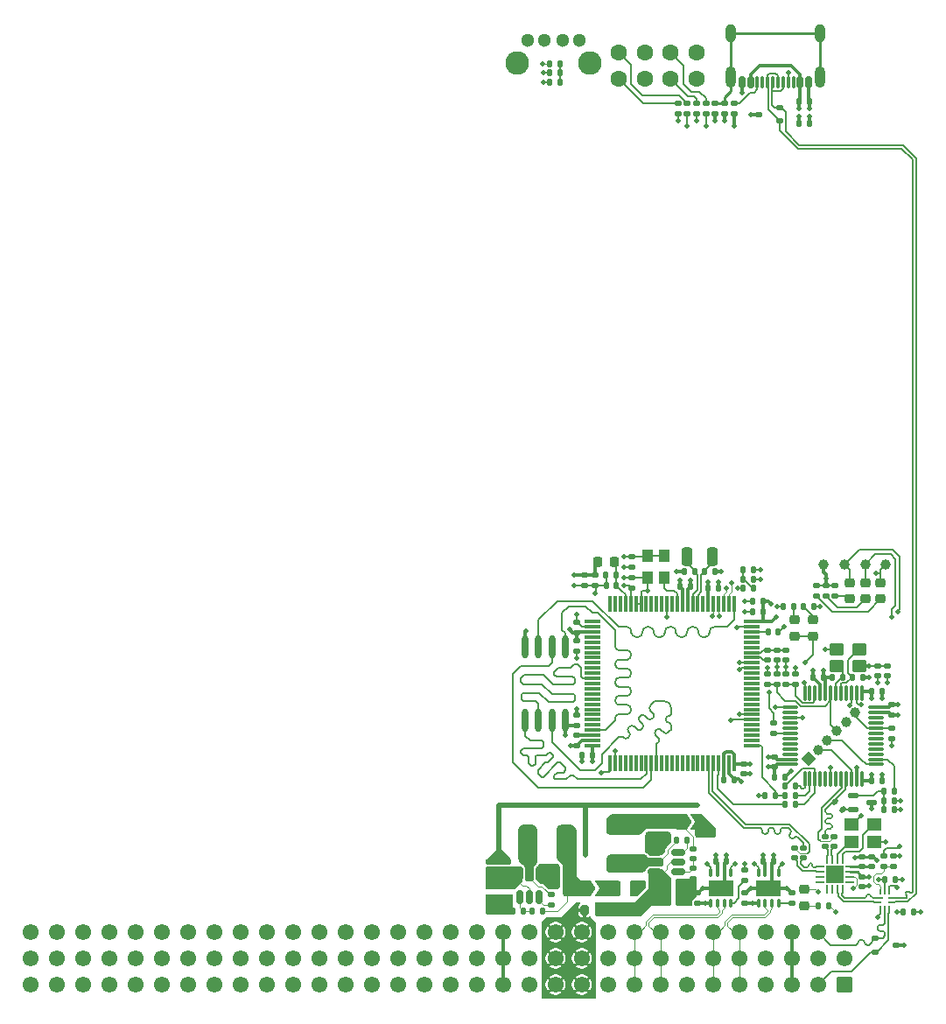
<source format=gbr>
%TF.GenerationSoftware,KiCad,Pcbnew,9.0.4-9.0.4-0~ubuntu24.04.1*%
%TF.CreationDate,2025-09-30T20:52:51+00:00*%
%TF.ProjectId,base-module,62617365-2d6d-46f6-9475-6c652e6b6963,1.1.1*%
%TF.SameCoordinates,Original*%
%TF.FileFunction,Copper,L1,Top*%
%TF.FilePolarity,Positive*%
%FSLAX46Y46*%
G04 Gerber Fmt 4.6, Leading zero omitted, Abs format (unit mm)*
G04 Created by KiCad (PCBNEW 9.0.4-9.0.4-0~ubuntu24.04.1) date 2025-09-30 20:52:51*
%MOMM*%
%LPD*%
G01*
G04 APERTURE LIST*
G04 Aperture macros list*
%AMRoundRect*
0 Rectangle with rounded corners*
0 $1 Rounding radius*
0 $2 $3 $4 $5 $6 $7 $8 $9 X,Y pos of 4 corners*
0 Add a 4 corners polygon primitive as box body*
4,1,4,$2,$3,$4,$5,$6,$7,$8,$9,$2,$3,0*
0 Add four circle primitives for the rounded corners*
1,1,$1+$1,$2,$3*
1,1,$1+$1,$4,$5*
1,1,$1+$1,$6,$7*
1,1,$1+$1,$8,$9*
0 Add four rect primitives between the rounded corners*
20,1,$1+$1,$2,$3,$4,$5,0*
20,1,$1+$1,$4,$5,$6,$7,0*
20,1,$1+$1,$6,$7,$8,$9,0*
20,1,$1+$1,$8,$9,$2,$3,0*%
%AMRotRect*
0 Rectangle, with rotation*
0 The origin of the aperture is its center*
0 $1 length*
0 $2 width*
0 $3 Rotation angle, in degrees counterclockwise*
0 Add horizontal line*
21,1,$1,$2,0,0,$3*%
%AMFreePoly0*
4,1,6,1.000000,0.000000,0.500000,-0.750000,-0.500000,-0.750000,-0.500000,0.750000,0.500000,0.750000,1.000000,0.000000,1.000000,0.000000,$1*%
%AMFreePoly1*
4,1,6,0.500000,-0.750000,-0.650000,-0.750000,-0.150000,0.000000,-0.650000,0.750000,0.500000,0.750000,0.500000,-0.750000,0.500000,-0.750000,$1*%
G04 Aperture macros list end*
%TA.AperFunction,SMDPad,CuDef*%
%ADD10RoundRect,0.250001X0.999999X-0.499999X0.999999X0.499999X-0.999999X0.499999X-0.999999X-0.499999X0*%
%TD*%
%TA.AperFunction,SMDPad,CuDef*%
%ADD11FreePoly0,0.000000*%
%TD*%
%TA.AperFunction,SMDPad,CuDef*%
%ADD12FreePoly1,0.000000*%
%TD*%
%TA.AperFunction,SMDPad,CuDef*%
%ADD13RoundRect,0.140000X-0.140000X-0.170000X0.140000X-0.170000X0.140000X0.170000X-0.140000X0.170000X0*%
%TD*%
%TA.AperFunction,SMDPad,CuDef*%
%ADD14RoundRect,0.140000X0.170000X-0.140000X0.170000X0.140000X-0.170000X0.140000X-0.170000X-0.140000X0*%
%TD*%
%TA.AperFunction,SMDPad,CuDef*%
%ADD15C,1.000000*%
%TD*%
%TA.AperFunction,SMDPad,CuDef*%
%ADD16RoundRect,0.140000X0.140000X0.170000X-0.140000X0.170000X-0.140000X-0.170000X0.140000X-0.170000X0*%
%TD*%
%TA.AperFunction,ComponentPad*%
%ADD17C,1.600000*%
%TD*%
%TA.AperFunction,SMDPad,CuDef*%
%ADD18RoundRect,0.140000X-0.170000X0.140000X-0.170000X-0.140000X0.170000X-0.140000X0.170000X0.140000X0*%
%TD*%
%TA.AperFunction,SMDPad,CuDef*%
%ADD19RoundRect,0.220000X0.220000X0.255000X-0.220000X0.255000X-0.220000X-0.255000X0.220000X-0.255000X0*%
%TD*%
%TA.AperFunction,SMDPad,CuDef*%
%ADD20RoundRect,0.220000X0.255000X-0.220000X0.255000X0.220000X-0.255000X0.220000X-0.255000X-0.220000X0*%
%TD*%
%TA.AperFunction,ComponentPad*%
%ADD21C,1.300000*%
%TD*%
%TA.AperFunction,ComponentPad*%
%ADD22C,2.286000*%
%TD*%
%TA.AperFunction,SMDPad,CuDef*%
%ADD23R,0.663000X0.225000*%
%TD*%
%TA.AperFunction,SMDPad,CuDef*%
%ADD24R,0.563000X0.225000*%
%TD*%
%TA.AperFunction,SMDPad,CuDef*%
%ADD25R,0.225000X0.563000*%
%TD*%
%TA.AperFunction,SMDPad,CuDef*%
%ADD26RoundRect,0.225000X-0.250000X0.225000X-0.250000X-0.225000X0.250000X-0.225000X0.250000X0.225000X0*%
%TD*%
%TA.AperFunction,SMDPad,CuDef*%
%ADD27RoundRect,0.150000X-0.512500X-0.150000X0.512500X-0.150000X0.512500X0.150000X-0.512500X0.150000X0*%
%TD*%
%TA.AperFunction,SMDPad,CuDef*%
%ADD28RoundRect,0.220000X-0.255000X0.220000X-0.255000X-0.220000X0.255000X-0.220000X0.255000X0.220000X0*%
%TD*%
%TA.AperFunction,SMDPad,CuDef*%
%ADD29RoundRect,0.225000X0.225000X0.250000X-0.225000X0.250000X-0.225000X-0.250000X0.225000X-0.250000X0*%
%TD*%
%TA.AperFunction,SMDPad,CuDef*%
%ADD30RoundRect,0.250000X0.450000X0.350000X-0.450000X0.350000X-0.450000X-0.350000X0.450000X-0.350000X0*%
%TD*%
%TA.AperFunction,SMDPad,CuDef*%
%ADD31RoundRect,0.075000X-0.075000X0.662500X-0.075000X-0.662500X0.075000X-0.662500X0.075000X0.662500X0*%
%TD*%
%TA.AperFunction,SMDPad,CuDef*%
%ADD32RoundRect,0.075000X-0.662500X0.075000X-0.662500X-0.075000X0.662500X-0.075000X0.662500X0.075000X0*%
%TD*%
%TA.AperFunction,SMDPad,CuDef*%
%ADD33RoundRect,0.150000X0.150000X0.425000X-0.150000X0.425000X-0.150000X-0.425000X0.150000X-0.425000X0*%
%TD*%
%TA.AperFunction,SMDPad,CuDef*%
%ADD34RoundRect,0.075000X0.075000X0.500000X-0.075000X0.500000X-0.075000X-0.500000X0.075000X-0.500000X0*%
%TD*%
%TA.AperFunction,ComponentPad*%
%ADD35O,1.000000X2.100000*%
%TD*%
%TA.AperFunction,ComponentPad*%
%ADD36O,1.000000X1.800000*%
%TD*%
%TA.AperFunction,SMDPad,CuDef*%
%ADD37RoundRect,0.112500X-0.237500X0.112500X-0.237500X-0.112500X0.237500X-0.112500X0.237500X0.112500X0*%
%TD*%
%TA.AperFunction,SMDPad,CuDef*%
%ADD38R,1.100000X1.300000*%
%TD*%
%TA.AperFunction,SMDPad,CuDef*%
%ADD39RoundRect,0.225000X-0.225000X-0.250000X0.225000X-0.250000X0.225000X0.250000X-0.225000X0.250000X0*%
%TD*%
%TA.AperFunction,ComponentPad*%
%ADD40RoundRect,0.249999X0.525001X0.525001X-0.525001X0.525001X-0.525001X-0.525001X0.525001X-0.525001X0*%
%TD*%
%TA.AperFunction,ComponentPad*%
%ADD41C,1.550000*%
%TD*%
%TA.AperFunction,SMDPad,CuDef*%
%ADD42RoundRect,0.200000X-0.200000X-0.275000X0.200000X-0.275000X0.200000X0.275000X-0.200000X0.275000X0*%
%TD*%
%TA.AperFunction,SMDPad,CuDef*%
%ADD43RoundRect,0.075000X-0.075000X0.350000X-0.075000X-0.350000X0.075000X-0.350000X0.075000X0.350000X0*%
%TD*%
%TA.AperFunction,HeatsinkPad*%
%ADD44R,2.400000X1.600000*%
%TD*%
%TA.AperFunction,SMDPad,CuDef*%
%ADD45RoundRect,0.250000X0.250000X-0.650000X0.250000X0.650000X-0.250000X0.650000X-0.250000X-0.650000X0*%
%TD*%
%TA.AperFunction,SMDPad,CuDef*%
%ADD46RoundRect,0.140000X0.219203X0.021213X0.021213X0.219203X-0.219203X-0.021213X-0.021213X-0.219203X0*%
%TD*%
%TA.AperFunction,SMDPad,CuDef*%
%ADD47R,1.400000X1.200000*%
%TD*%
%TA.AperFunction,SMDPad,CuDef*%
%ADD48O,0.630000X2.250000*%
%TD*%
%TA.AperFunction,SMDPad,CuDef*%
%ADD49RoundRect,0.250001X-0.499999X-0.999999X0.499999X-0.999999X0.499999X0.999999X-0.499999X0.999999X0*%
%TD*%
%TA.AperFunction,SMDPad,CuDef*%
%ADD50RoundRect,0.062500X-0.062500X0.350000X-0.062500X-0.350000X0.062500X-0.350000X0.062500X0.350000X0*%
%TD*%
%TA.AperFunction,SMDPad,CuDef*%
%ADD51RoundRect,0.062500X-0.350000X0.062500X-0.350000X-0.062500X0.350000X-0.062500X0.350000X0.062500X0*%
%TD*%
%TA.AperFunction,HeatsinkPad*%
%ADD52R,1.700000X1.700000*%
%TD*%
%TA.AperFunction,SMDPad,CuDef*%
%ADD53RoundRect,0.112500X0.237500X-0.112500X0.237500X0.112500X-0.237500X0.112500X-0.237500X-0.112500X0*%
%TD*%
%TA.AperFunction,SMDPad,CuDef*%
%ADD54RoundRect,0.075000X-0.075000X0.725000X-0.075000X-0.725000X0.075000X-0.725000X0.075000X0.725000X0*%
%TD*%
%TA.AperFunction,SMDPad,CuDef*%
%ADD55RoundRect,0.075000X-0.725000X0.075000X-0.725000X-0.075000X0.725000X-0.075000X0.725000X0.075000X0*%
%TD*%
%TA.AperFunction,SMDPad,CuDef*%
%ADD56RoundRect,0.125000X0.345000X0.125000X-0.345000X0.125000X-0.345000X-0.125000X0.345000X-0.125000X0*%
%TD*%
%TA.AperFunction,SMDPad,CuDef*%
%ADD57RoundRect,0.150000X-0.150000X0.512500X-0.150000X-0.512500X0.150000X-0.512500X0.150000X0.512500X0*%
%TD*%
%TA.AperFunction,ComponentPad*%
%ADD58RotRect,1.000000X1.000000X315.000000*%
%TD*%
%TA.AperFunction,ComponentPad*%
%ADD59C,1.000000*%
%TD*%
%TA.AperFunction,ViaPad*%
%ADD60C,0.500000*%
%TD*%
%TA.AperFunction,Conductor*%
%ADD61C,0.300000*%
%TD*%
%TA.AperFunction,Conductor*%
%ADD62C,0.150000*%
%TD*%
%TA.AperFunction,Conductor*%
%ADD63C,0.200000*%
%TD*%
%TA.AperFunction,Conductor*%
%ADD64C,0.250000*%
%TD*%
%TA.AperFunction,Conductor*%
%ADD65C,0.500000*%
%TD*%
%TA.AperFunction,Conductor*%
%ADD66C,0.100000*%
%TD*%
%TA.AperFunction,Conductor*%
%ADD67C,0.180000*%
%TD*%
%TA.AperFunction,Conductor*%
%ADD68C,0.120000*%
%TD*%
G04 APERTURE END LIST*
D10*
%TO.P,L301,1,1*%
%TO.N,/Power/SW_3V3*%
X107120720Y-134271542D03*
%TO.P,L301,2,2*%
%TO.N,/Power/+3V3_UNPROTEC*%
X107120720Y-130571542D03*
%TD*%
D11*
%TO.P,JP300,1,A*%
%TO.N,/Power/+5V_UNPROTEC*%
X103725000Y-136675000D03*
D12*
%TO.P,JP300,2,B*%
%TO.N,+5V*%
X105175000Y-136675000D03*
%TD*%
D13*
%TO.P,C420,1*%
%TO.N,+3V3*%
X115578000Y-107597001D03*
%TO.P,C420,2*%
%TO.N,GND*%
X116578000Y-107597001D03*
%TD*%
D14*
%TO.P,R415,1*%
%TO.N,/MCU/STATUS_LED*%
X115350000Y-61724998D03*
%TO.P,R415,2*%
%TO.N,Net-(LED301-Pad1)*%
X115350000Y-60725000D03*
%TD*%
D15*
%TO.P,TP302,1,1*%
%TO.N,+3V3*%
X132750000Y-105325000D03*
%TD*%
D16*
%TO.P,C423,1*%
%TO.N,/MCU/VDDA*%
X106672000Y-106327001D03*
%TO.P,C423,2*%
%TO.N,GND*%
X105672000Y-106327001D03*
%TD*%
D17*
%TO.P,LED300,1*%
%TO.N,Net-(LED300-Pad1)*%
X106863600Y-55785000D03*
%TO.P,LED300,2*%
%TO.N,GND*%
X109403600Y-55785000D03*
%TO.P,LED300,3*%
%TO.N,Net-(LED300-Pad3)*%
X106863600Y-58325000D03*
%TO.P,LED300,4*%
%TO.N,GND*%
X109403600Y-58325000D03*
%TD*%
D14*
%TO.P,C406,1*%
%TO.N,+3V3*%
X108204000Y-107589001D03*
%TO.P,C406,2*%
%TO.N,GND*%
X108204000Y-106589001D03*
%TD*%
D18*
%TO.P,R903,1*%
%TO.N,/ST-LINK/ST-LINK.D+*%
X126850000Y-131625000D03*
%TO.P,R903,2*%
%TO.N,/USB-hub/USBOUT1_R.D+*%
X126850000Y-132625000D03*
%TD*%
D16*
%TO.P,R308,1*%
%TO.N,Net-(U302-PGANG)*%
X127200000Y-138375000D03*
%TO.P,R308,2*%
%TO.N,Net-(D301-Pad1)*%
X126200000Y-138375000D03*
%TD*%
D19*
%TO.P,FB401,1*%
%TO.N,/MCU/VDDA*%
X106462000Y-105057001D03*
%TO.P,FB401,2*%
%TO.N,+3V3*%
X104882000Y-105057001D03*
%TD*%
D14*
%TO.P,C501,1*%
%TO.N,+3V3*%
X119100000Y-138075000D03*
%TO.P,C501,2*%
%TO.N,GND*%
X119100000Y-137075000D03*
%TD*%
D13*
%TO.P,R716,1*%
%TO.N,/MCU/SWD.SWDIO*%
X123000000Y-128525000D03*
%TO.P,R716,2*%
%TO.N,Net-(U700-PB14)*%
X124000000Y-128525000D03*
%TD*%
D18*
%TO.P,R306,1*%
%TO.N,/Power/+3V3_UNPROTEC*%
X114070720Y-132821542D03*
%TO.P,R306,2*%
%TO.N,/Power/FB_3V3*%
X114070720Y-133821542D03*
%TD*%
D20*
%TO.P,D301,1*%
%TO.N,Net-(D301-Pad1)*%
X124850000Y-138365000D03*
%TO.P,D301,2*%
%TO.N,+5V*%
X124850000Y-136785000D03*
%TD*%
D21*
%TO.P,BTN400,1*%
%TO.N,GND*%
X103079415Y-54584163D03*
%TO.P,BTN400,2*%
X101449415Y-54584163D03*
%TO.P,BTN400,3*%
%TO.N,/MCU/SWD.~{RST}*%
X99709415Y-54584163D03*
%TO.P,BTN400,4*%
%TO.N,/MCU/USR_BUTTON*%
X98079415Y-54584163D03*
D22*
%TO.P,BTN400,5*%
%TO.N,N/C*%
X104079415Y-56834163D03*
%TO.P,BTN400,6*%
X97079415Y-56834163D03*
%TD*%
D18*
%TO.P,C427,1*%
%TO.N,/MCU/VCAP_1*%
X102870000Y-121829001D03*
%TO.P,C427,2*%
%TO.N,GND*%
X102870000Y-122829001D03*
%TD*%
D14*
%TO.P,C601,1*%
%TO.N,+3V3*%
X114550000Y-138075000D03*
%TO.P,C601,2*%
%TO.N,GND*%
X114550000Y-137075000D03*
%TD*%
D16*
%TO.P,R301,1*%
%TO.N,/Power/FB_5V0*%
X97650000Y-138871508D03*
%TO.P,R301,2*%
%TO.N,GND*%
X96650000Y-138871508D03*
%TD*%
D14*
%TO.P,R600,1*%
%TO.N,Net-(U600-STB)*%
X119100000Y-135925000D03*
%TO.P,R600,2*%
%TO.N,GND*%
X119100000Y-134925000D03*
%TD*%
D18*
%TO.P,C400,1*%
%TO.N,+3V3*%
X102870000Y-112734002D03*
%TO.P,C400,2*%
%TO.N,GND*%
X102870000Y-113734002D03*
%TD*%
D16*
%TO.P,C313,1*%
%TO.N,/MCU/OSC32_OUT*%
X114250000Y-106025000D03*
%TO.P,C313,2*%
%TO.N,GND*%
X113250000Y-106025000D03*
%TD*%
D13*
%TO.P,R801,1*%
%TO.N,/USB/CC1*%
X124350000Y-62675000D03*
%TO.P,R801,2*%
%TO.N,GND*%
X125350000Y-62675000D03*
%TD*%
D16*
%TO.P,C600,1*%
%TO.N,GND*%
X117300000Y-134025000D03*
%TO.P,C600,2*%
%TO.N,+5V*%
X116300000Y-134025000D03*
%TD*%
D13*
%TO.P,C314,1*%
%TO.N,/MCU/OSC32_IN*%
X115200000Y-106025000D03*
%TO.P,C314,2*%
%TO.N,GND*%
X116200000Y-106025000D03*
%TD*%
D14*
%TO.P,R414,1*%
%TO.N,+3V3*%
X114450000Y-61724998D03*
%TO.P,R414,2*%
%TO.N,Net-(LED301-Pad3)*%
X114450000Y-60725000D03*
%TD*%
D23*
%TO.P,U801,1,D+*%
%TO.N,/USB-hub/USBIN1.D+*%
X132131500Y-137600000D03*
D24*
%TO.P,U801,2,D-*%
%TO.N,/USB-hub/USBIN1.D-*%
X132081500Y-138000000D03*
D25*
%TO.P,U801,3,GND*%
%TO.N,GND*%
X132250000Y-138568500D03*
%TO.P,U801,4,HSD1-*%
%TO.N,/Backplane/BACKPLANE.D-*%
X132650000Y-138568500D03*
%TO.P,U801,5,HSD1+*%
%TO.N,/Backplane/BACKPLANE.D+*%
X133050000Y-138568500D03*
D24*
%TO.P,U801,6,HSD2-*%
%TO.N,/USB/USB2S.D-*%
X133218500Y-138000000D03*
%TO.P,U801,7,HSD2+*%
%TO.N,/USB/USB2S.D+*%
X133218500Y-137600000D03*
D25*
%TO.P,U801,8,~{OE}*%
%TO.N,Net-(U801-~{OE})*%
X133050000Y-137031500D03*
%TO.P,U801,9,VCC*%
%TO.N,+3V3*%
X132650000Y-137031500D03*
%TO.P,U801,10,SEL*%
%TO.N,Net-(U801-SEL)*%
X132250000Y-137031500D03*
%TD*%
D26*
%TO.P,C304,1*%
%TO.N,+12V_FUSED*%
X94646542Y-136211059D03*
%TO.P,C304,2*%
%TO.N,GND*%
X94646542Y-137771059D03*
%TD*%
D18*
%TO.P,C305,1*%
%TO.N,GND*%
X96090000Y-134071508D03*
%TO.P,C305,2*%
%TO.N,+12V_FUSED*%
X96090000Y-135071508D03*
%TD*%
D16*
%TO.P,R404,1*%
%TO.N,/MCU/NRST*%
X119950000Y-107645000D03*
%TO.P,R404,2*%
%TO.N,/MCU/SWD.~{RST}*%
X118950000Y-107645000D03*
%TD*%
D14*
%TO.P,R416,1*%
%TO.N,/MCU/USER_LED_1*%
X113550000Y-61724998D03*
%TO.P,R416,2*%
%TO.N,Net-(LED300-Pad1)*%
X113550000Y-60725000D03*
%TD*%
D27*
%TO.P,U301,1,GND*%
%TO.N,GND*%
X110412500Y-133168050D03*
%TO.P,U301,2,SW*%
%TO.N,/Power/SW_3V3*%
X110412500Y-134118050D03*
%TO.P,U301,3,VIN*%
%TO.N,+12V_FUSED*%
X110412500Y-135068050D03*
%TO.P,U301,4,VFB*%
%TO.N,/Power/FB_3V3*%
X112687500Y-135068050D03*
%TO.P,U301,5,EN*%
%TO.N,+12V_FUSED*%
X112687500Y-134118050D03*
%TO.P,U301,6,VBST*%
%TO.N,/Power/VBST_3V3*%
X112687500Y-133168050D03*
%TD*%
D16*
%TO.P,C500,1*%
%TO.N,GND*%
X121900000Y-134025000D03*
%TO.P,C500,2*%
%TO.N,+5V*%
X120900000Y-134025000D03*
%TD*%
D18*
%TO.P,R902,1*%
%TO.N,/ST-LINK/ST-LINK.D-*%
X127750000Y-131625000D03*
%TO.P,R902,2*%
%TO.N,/USB-hub/USBOUT1_R.D-*%
X127750000Y-132625000D03*
%TD*%
D20*
%TO.P,D400,1*%
%TO.N,Net-(D400-Pad1)*%
X129240000Y-108665000D03*
%TO.P,D400,2*%
%TO.N,+12V_FUSED*%
X129240000Y-107085000D03*
%TD*%
D18*
%TO.P,R700,1*%
%TO.N,+3V3*%
X121325000Y-115925000D03*
%TO.P,R700,2*%
%TO.N,/ST-LINK/STLINK-RST*%
X121325000Y-116925000D03*
%TD*%
D13*
%TO.P,R405,1*%
%TO.N,+3V3*%
X100228400Y-58685001D03*
%TO.P,R405,2*%
%TO.N,/MCU/USR_BTN*%
X101228400Y-58685001D03*
%TD*%
D14*
%TO.P,R411,1*%
%TO.N,Net-(D401-Pad1)*%
X126950000Y-108375000D03*
%TO.P,R411,2*%
%TO.N,GND*%
X126950000Y-107375000D03*
%TD*%
D18*
%TO.P,C410,1*%
%TO.N,/MCU/BOOT0*%
X123100000Y-113600000D03*
%TO.P,C410,2*%
%TO.N,GND*%
X123100000Y-114600000D03*
%TD*%
D28*
%TO.P,D701,1*%
%TO.N,Net-(D701-Pad1)*%
X125702000Y-110660000D03*
%TO.P,D701,2*%
%TO.N,/ST-LINK/LED*%
X125702000Y-112240000D03*
%TD*%
D16*
%TO.P,C422,1*%
%TO.N,+3V3*%
X120888000Y-108867001D03*
%TO.P,C422,2*%
%TO.N,GND*%
X119888000Y-108867001D03*
%TD*%
D18*
%TO.P,R701,1*%
%TO.N,+3V3*%
X124000000Y-115925000D03*
%TO.P,R701,2*%
%TO.N,Net-(U700-PA0)*%
X124000000Y-116925000D03*
%TD*%
D16*
%TO.P,C424,1*%
%TO.N,/MCU/VDDA*%
X106680000Y-107343001D03*
%TO.P,C424,2*%
%TO.N,GND*%
X105680000Y-107343001D03*
%TD*%
%TO.P,C405,1*%
%TO.N,+3V3*%
X120896000Y-109883001D03*
%TO.P,C405,2*%
%TO.N,GND*%
X119896000Y-109883001D03*
%TD*%
D29*
%TO.P,C301,1*%
%TO.N,/Power/+5V_UNPROTEC*%
X102180000Y-136171508D03*
%TO.P,C301,2*%
%TO.N,GND*%
X100620000Y-136171508D03*
%TD*%
D14*
%TO.P,C300,1*%
%TO.N,/Power/VBST_5V0*%
X100400000Y-138281508D03*
%TO.P,C300,2*%
%TO.N,/Power/SW_5V0*%
X100400000Y-137281508D03*
%TD*%
D20*
%TO.P,D402,1*%
%TO.N,Net-(D402-Pad1)*%
X132240000Y-108665000D03*
%TO.P,D402,2*%
%TO.N,+3V3*%
X132240000Y-107085000D03*
%TD*%
D30*
%TO.P,Y700,1,1*%
%TO.N,/ST-LINK/STLINK-OSC_IN*%
X130150000Y-113525000D03*
%TO.P,Y700,2,2*%
%TO.N,GND*%
X127950000Y-113525000D03*
%TO.P,Y700,3,3*%
%TO.N,/ST-LINK/STLINK-OSC_OUT*%
X127950000Y-115125000D03*
%TO.P,Y700,4,4*%
%TO.N,GND*%
X130150000Y-115125000D03*
%TD*%
D31*
%TO.P,U700,1,VBAT*%
%TO.N,+3V3*%
X130400000Y-117762500D03*
%TO.P,U700,2,PC13*%
%TO.N,Net-(U700-PC13)*%
X129900000Y-117762500D03*
%TO.P,U700,3,PC14*%
%TO.N,Net-(U700-PC14)*%
X129400000Y-117762500D03*
%TO.P,U700,4,PC15*%
%TO.N,unconnected-(U700-PC15-Pad4)*%
X128900000Y-117762500D03*
%TO.P,U700,5,PD0*%
%TO.N,/ST-LINK/STLINK-OSC_IN*%
X128400000Y-117762500D03*
%TO.P,U700,6,PD1*%
%TO.N,/ST-LINK/STLINK-OSC_OUT*%
X127900000Y-117762500D03*
%TO.P,U700,7,NRST*%
%TO.N,/ST-LINK/STLINK-RST*%
X127400000Y-117762500D03*
%TO.P,U700,8,VSSA*%
%TO.N,GND*%
X126900000Y-117762500D03*
%TO.P,U700,9,VDDA*%
%TO.N,+3V3*%
X126400000Y-117762500D03*
%TO.P,U700,10,PA0*%
%TO.N,Net-(U700-PA0)*%
X125900000Y-117762500D03*
%TO.P,U700,11,PA1*%
%TO.N,unconnected-(U700-PA1-Pad11)*%
X125400000Y-117762500D03*
%TO.P,U700,12,PA2*%
%TO.N,/MCU/MCU_UART.RX*%
X124900000Y-117762500D03*
D32*
%TO.P,U700,13,PA3*%
%TO.N,/MCU/MCU_UART.TX*%
X123487500Y-119175000D03*
%TO.P,U700,14,PA4*%
%TO.N,unconnected-(U700-PA4-Pad14)*%
X123487500Y-119675000D03*
%TO.P,U700,15,PA5*%
%TO.N,Net-(U700-PA5)*%
X123487500Y-120175000D03*
%TO.P,U700,16,PA6*%
%TO.N,unconnected-(U700-PA6-Pad16)*%
X123487500Y-120675000D03*
%TO.P,U700,17,PA7*%
%TO.N,unconnected-(U700-PA7-Pad17)*%
X123487500Y-121175000D03*
%TO.P,U700,18,PB0*%
%TO.N,Net-(U700-PB0)*%
X123487500Y-121675000D03*
%TO.P,U700,19,PB1*%
%TO.N,unconnected-(U700-PB1-Pad19)*%
X123487500Y-122175000D03*
%TO.P,U700,20,PB2*%
%TO.N,unconnected-(U700-PB2-Pad20)*%
X123487500Y-122675000D03*
%TO.P,U700,21,PB10*%
%TO.N,unconnected-(U700-PB10-Pad21)*%
X123487500Y-123175000D03*
%TO.P,U700,22,PB11*%
%TO.N,unconnected-(U700-PB11-Pad22)*%
X123487500Y-123675000D03*
%TO.P,U700,23,VSS*%
%TO.N,GND*%
X123487500Y-124175000D03*
%TO.P,U700,24,VDD*%
%TO.N,+3V3*%
X123487500Y-124675000D03*
D31*
%TO.P,U700,25,PB12*%
%TO.N,Net-(U700-PB12)*%
X124900000Y-126087500D03*
%TO.P,U700,26,PB13*%
%TO.N,Net-(U700-PB13)*%
X125400000Y-126087500D03*
%TO.P,U700,27,PB14*%
%TO.N,Net-(U700-PB14)*%
X125900000Y-126087500D03*
%TO.P,U700,28,PB15*%
%TO.N,unconnected-(U700-PB15-Pad28)*%
X126400000Y-126087500D03*
%TO.P,U700,29,PA8*%
%TO.N,unconnected-(U700-PA8-Pad29)*%
X126900000Y-126087500D03*
%TO.P,U700,30,PA9*%
%TO.N,/ST-LINK/LED*%
X127400000Y-126087500D03*
%TO.P,U700,31,PA10*%
%TO.N,/ST-LINK/SWO*%
X127900000Y-126087500D03*
%TO.P,U700,32,PA11*%
%TO.N,/ST-LINK/ST-LINK.D-*%
X128400000Y-126087500D03*
%TO.P,U700,33,PA12*%
%TO.N,/ST-LINK/ST-LINK.D+*%
X128900000Y-126087500D03*
%TO.P,U700,34,PA13*%
%TO.N,/ST-LINK/DIO*%
X129400000Y-126087500D03*
%TO.P,U700,35,VSS*%
%TO.N,GND*%
X129900000Y-126087500D03*
%TO.P,U700,36,VDD*%
%TO.N,+3V3*%
X130400000Y-126087500D03*
D32*
%TO.P,U700,37,PA14*%
%TO.N,/ST-LINK/CLK*%
X131812500Y-124675000D03*
%TO.P,U700,38,PA15*%
%TO.N,/ST-LINK/USB_RENUM*%
X131812500Y-124175000D03*
%TO.P,U700,39,PB3*%
%TO.N,unconnected-(U700-PB3-Pad39)*%
X131812500Y-123675000D03*
%TO.P,U700,40,PB4*%
%TO.N,unconnected-(U700-PB4-Pad40)*%
X131812500Y-123175000D03*
%TO.P,U700,41,PB5*%
%TO.N,unconnected-(U700-PB5-Pad41)*%
X131812500Y-122675000D03*
%TO.P,U700,42,PB6*%
%TO.N,unconnected-(U700-PB6-Pad42)*%
X131812500Y-122175000D03*
%TO.P,U700,43,PB7*%
%TO.N,unconnected-(U700-PB7-Pad43)*%
X131812500Y-121675000D03*
%TO.P,U700,44,BOOT0*%
%TO.N,/ST-LINK/STLINK-BOOT0*%
X131812500Y-121175000D03*
%TO.P,U700,45,PB8*%
%TO.N,unconnected-(U700-PB8-Pad45)*%
X131812500Y-120675000D03*
%TO.P,U700,46,PB9*%
%TO.N,unconnected-(U700-PB9-Pad46)*%
X131812500Y-120175000D03*
%TO.P,U700,47,VSS*%
%TO.N,GND*%
X131812500Y-119675000D03*
%TO.P,U700,48,VDD*%
%TO.N,+3V3*%
X131812500Y-119175000D03*
%TD*%
D13*
%TO.P,R707,1*%
%TO.N,+3V3*%
X122850000Y-109375000D03*
%TO.P,R707,2*%
%TO.N,Net-(D700-Pad2)*%
X123850000Y-109375000D03*
%TD*%
D16*
%TO.P,C708,1*%
%TO.N,/ST-LINK/STLINK-OSC_OUT*%
X128600000Y-116235000D03*
%TO.P,C708,2*%
%TO.N,GND*%
X127600000Y-116235000D03*
%TD*%
D18*
%TO.P,R705,1*%
%TO.N,GND*%
X132900000Y-115125000D03*
%TO.P,R705,2*%
%TO.N,Net-(U700-PC13)*%
X132900000Y-116125000D03*
%TD*%
%TO.P,R307,1*%
%TO.N,/Power/FB_3V3*%
X114070720Y-134721542D03*
%TO.P,R307,2*%
%TO.N,GND*%
X114070720Y-135721542D03*
%TD*%
%TO.P,C425,1*%
%TO.N,+3V3*%
X103640000Y-106343001D03*
%TO.P,C425,2*%
%TO.N,GND*%
X103640000Y-107343001D03*
%TD*%
D13*
%TO.P,R711,1*%
%TO.N,Net-(Q700-B)*%
X132550000Y-128175000D03*
%TO.P,R711,2*%
%TO.N,GND*%
X133550000Y-128175000D03*
%TD*%
%TO.P,R710,1*%
%TO.N,Net-(Q700-B)*%
X132550000Y-127275000D03*
%TO.P,R710,2*%
%TO.N,/ST-LINK/USB_RENUM*%
X133550000Y-127275000D03*
%TD*%
%TO.P,R715,1*%
%TO.N,/MCU/SWD.SWCLK*%
X123000000Y-127650000D03*
%TO.P,R715,2*%
%TO.N,Net-(U700-PB13)*%
X124000000Y-127650000D03*
%TD*%
D18*
%TO.P,C801,1*%
%TO.N,Net-(J800-SHIELD)*%
X116250000Y-60725000D03*
%TO.P,C801,2*%
%TO.N,GND*%
X116250000Y-61725000D03*
%TD*%
D15*
%TO.P,TP300,1,1*%
%TO.N,+12V_FUSED*%
X128750000Y-105325000D03*
%TD*%
D14*
%TO.P,C402,1*%
%TO.N,+3V3*%
X102870000Y-111907001D03*
%TO.P,C402,2*%
%TO.N,GND*%
X102870000Y-110907001D03*
%TD*%
D11*
%TO.P,JP301,1,A*%
%TO.N,/Power/+3V3_UNPROTEC*%
X112970720Y-130225000D03*
D12*
%TO.P,JP301,2,B*%
%TO.N,+3V3*%
X114420720Y-130225000D03*
%TD*%
D33*
%TO.P,J800,A1,GND*%
%TO.N,GND*%
X125250000Y-58715000D03*
%TO.P,J800,A4,VBUS*%
%TO.N,/USB/VBUS_IN*%
X124450000Y-58715000D03*
D34*
%TO.P,J800,A5,CC1*%
%TO.N,/USB/CC1*%
X123300000Y-58715000D03*
%TO.P,J800,A6,D+*%
%TO.N,/USB/USB2S.D+*%
X122300000Y-58715000D03*
%TO.P,J800,A7,D-*%
%TO.N,/USB/USB2S.D-*%
X121800000Y-58715000D03*
%TO.P,J800,A8,SBU1*%
%TO.N,unconnected-(J800-SBU1-PadA8)*%
X120800000Y-58715000D03*
D33*
%TO.P,J800,A9,VBUS*%
%TO.N,/USB/VBUS_IN*%
X119650000Y-58715000D03*
%TO.P,J800,A12,GND*%
%TO.N,GND*%
X118850000Y-58715000D03*
%TO.P,J800,B1,GND*%
X118850000Y-58715000D03*
%TO.P,J800,B4,VBUS*%
%TO.N,/USB/VBUS_IN*%
X119650000Y-58715000D03*
D34*
%TO.P,J800,B5,CC2*%
%TO.N,/USB/CC2*%
X120300000Y-58715000D03*
%TO.P,J800,B6,D+*%
%TO.N,/USB/USB2S.D+*%
X121300000Y-58715000D03*
%TO.P,J800,B7,D-*%
%TO.N,/USB/USB2S.D-*%
X122800000Y-58715000D03*
%TO.P,J800,B8,SBU2*%
%TO.N,unconnected-(J800-SBU2-PadB8)*%
X123800000Y-58715000D03*
D33*
%TO.P,J800,B9,VBUS*%
%TO.N,/USB/VBUS_IN*%
X124450000Y-58715000D03*
%TO.P,J800,B12,GND*%
%TO.N,GND*%
X125250000Y-58715000D03*
D35*
%TO.P,J800,S1,SHIELD*%
%TO.N,Net-(J800-SHIELD)*%
X126370000Y-58140000D03*
D36*
X126370000Y-53960000D03*
D35*
X117730000Y-58140000D03*
D36*
X117730000Y-53960000D03*
%TD*%
D13*
%TO.P,C311,1*%
%TO.N,GND*%
X109270720Y-136281542D03*
%TO.P,C311,2*%
%TO.N,+12V_FUSED*%
X110270720Y-136281542D03*
%TD*%
D15*
%TO.P,TP301,1,1*%
%TO.N,+5V*%
X130750000Y-105325000D03*
%TD*%
D37*
%TO.P,U402,1*%
%TO.N,/Backplane/BACKPLANE.D-*%
X131707500Y-141512501D03*
%TO.P,U402,2*%
%TO.N,/Backplane/BACKPLANE.D+*%
X131707500Y-142812501D03*
%TO.P,U402,3*%
%TO.N,GND*%
X133707500Y-142162501D03*
%TD*%
D13*
%TO.P,C707,1*%
%TO.N,/ST-LINK/STLINK-OSC_IN*%
X129500000Y-116225000D03*
%TO.P,C707,2*%
%TO.N,GND*%
X130500000Y-116225000D03*
%TD*%
D18*
%TO.P,R901,1*%
%TO.N,/MCU/USB_MCU.D+*%
X123900000Y-132725000D03*
%TO.P,R901,2*%
%TO.N,/USB-hub/USB_MCU_R.D+*%
X123900000Y-133725000D03*
%TD*%
D38*
%TO.P,Y400,1,EN*%
%TO.N,+3V3*%
X109665000Y-104515001D03*
%TO.P,Y400,2,GND*%
%TO.N,GND*%
X109665000Y-106615001D03*
%TO.P,Y400,3,OUT*%
%TO.N,/MCU/OSC_IN*%
X111315000Y-106615001D03*
%TO.P,Y400,4,Vdd*%
%TO.N,+3V3*%
X111315000Y-104515001D03*
%TD*%
D16*
%TO.P,R709,1*%
%TO.N,+5V*%
X133550000Y-129075000D03*
%TO.P,R709,2*%
%TO.N,Net-(Q700-B)*%
X132550000Y-129075000D03*
%TD*%
D18*
%TO.P,R805,1*%
%TO.N,Net-(J800-SHIELD)*%
X117150000Y-60725000D03*
%TO.P,R805,2*%
%TO.N,GND*%
X117150000Y-61725000D03*
%TD*%
%TO.P,R800,1*%
%TO.N,/USB/CC2*%
X118050000Y-60725000D03*
%TO.P,R800,2*%
%TO.N,GND*%
X118050000Y-61725000D03*
%TD*%
D39*
%TO.P,C310,1*%
%TO.N,+12V_FUSED*%
X111420720Y-136481542D03*
%TO.P,C310,2*%
%TO.N,GND*%
X112980720Y-136481542D03*
%TD*%
D18*
%TO.P,R402,1*%
%TO.N,/MCU/BOOT0*%
X122200000Y-113600000D03*
%TO.P,R402,2*%
%TO.N,GND*%
X122200000Y-114600000D03*
%TD*%
D14*
%TO.P,R702,1*%
%TO.N,GND*%
X133300000Y-122175000D03*
%TO.P,R702,2*%
%TO.N,/ST-LINK/STLINK-BOOT0*%
X133300000Y-121175000D03*
%TD*%
D39*
%TO.P,C309,1*%
%TO.N,+12V_FUSED*%
X111410271Y-137725000D03*
%TO.P,C309,2*%
%TO.N,GND*%
X112970271Y-137725000D03*
%TD*%
D14*
%TO.P,C900,1*%
%TO.N,Net-(U302-3V3)*%
X130450000Y-134575000D03*
%TO.P,C900,2*%
%TO.N,GND*%
X130450000Y-133575000D03*
%TD*%
D18*
%TO.P,C404,1*%
%TO.N,+3V3*%
X118975000Y-124600000D03*
%TO.P,C404,2*%
%TO.N,GND*%
X118975000Y-125600000D03*
%TD*%
%TO.P,R802,1*%
%TO.N,/USB/VBUS_IN*%
X132550000Y-133525000D03*
%TO.P,R802,2*%
%TO.N,Net-(U801-SEL)*%
X132550000Y-134525000D03*
%TD*%
%TO.P,C432,1*%
%TO.N,+3V3*%
X108204000Y-104557001D03*
%TO.P,C432,2*%
%TO.N,GND*%
X108204000Y-105557001D03*
%TD*%
D13*
%TO.P,C701,1*%
%TO.N,+3V3*%
X131350000Y-117625000D03*
%TO.P,C701,2*%
%TO.N,GND*%
X132350000Y-117625000D03*
%TD*%
D16*
%TO.P,R300,1*%
%TO.N,/Power/+5V_UNPROTEC*%
X99550000Y-138871508D03*
%TO.P,R300,2*%
%TO.N,/Power/FB_5V0*%
X98550000Y-138871508D03*
%TD*%
D40*
%TO.P,J200,a1,a1*%
%TO.N,GND*%
X128740000Y-145975000D03*
D41*
%TO.P,J200,a2,a2*%
%TO.N,/Backplane/BACKPLANE.D+*%
X126200000Y-145975000D03*
%TO.P,J200,a3,a3*%
%TO.N,+5V_STDBY*%
X123660000Y-145975000D03*
%TO.P,J200,a4,a4*%
%TO.N,GND*%
X121120000Y-145975000D03*
%TO.P,J200,a5,a5*%
%TO.N,/Backplane/CAN1.+*%
X118580000Y-145975000D03*
%TO.P,J200,a6,a6*%
%TO.N,/Backplane/CAN1.-*%
X116040000Y-145975000D03*
%TO.P,J200,a7,a7*%
%TO.N,GND*%
X113500000Y-145975000D03*
%TO.P,J200,a8,a8*%
%TO.N,/Backplane/CAN2.+*%
X110960000Y-145975000D03*
%TO.P,J200,a9,a9*%
%TO.N,/Backplane/CAN2.-*%
X108420000Y-145975000D03*
%TO.P,J200,a10,a10*%
%TO.N,GND*%
X105880000Y-145975000D03*
%TO.P,J200,a11,a11*%
%TO.N,+12V*%
X103340000Y-145975000D03*
%TO.P,J200,a12,a12*%
X100800000Y-145975000D03*
%TO.P,J200,a13,a13*%
%TO.N,GND*%
X98260000Y-145975000D03*
%TO.P,J200,a14,a14*%
%TO.N,+24V*%
X95720000Y-145975000D03*
%TO.P,J200,a15,a15*%
%TO.N,GND*%
X93180000Y-145975000D03*
%TO.P,J200,a16,a16*%
%TO.N,/Backplane/GPIOL0*%
X90640000Y-145975000D03*
%TO.P,J200,a17,a17*%
%TO.N,/Backplane/GPIOL1*%
X88100000Y-145975000D03*
%TO.P,J200,a18,a18*%
%TO.N,/Backplane/GPIOL2*%
X85560000Y-145975000D03*
%TO.P,J200,a19,a19*%
%TO.N,/Backplane/GPIOL3*%
X83020000Y-145975000D03*
%TO.P,J200,a20,a20*%
%TO.N,/Backplane/GPIOL4*%
X80480000Y-145975000D03*
%TO.P,J200,a21,a21*%
%TO.N,/Backplane/GPIOL5*%
X77940000Y-145975000D03*
%TO.P,J200,a22,a22*%
%TO.N,/Backplane/GPIOL6*%
X75400000Y-145975000D03*
%TO.P,J200,a23,a23*%
%TO.N,/Backplane/GPIOL7*%
X72860000Y-145975000D03*
%TO.P,J200,a24,a24*%
%TO.N,/Backplane/GPIOL8*%
X70320000Y-145975000D03*
%TO.P,J200,a25,a25*%
%TO.N,/Backplane/GPIOL9*%
X67780000Y-145975000D03*
%TO.P,J200,a26,a26*%
%TO.N,/Backplane/GPIOL10*%
X65240000Y-145975000D03*
%TO.P,J200,a27,a27*%
%TO.N,/Backplane/GPIOL11*%
X62700000Y-145975000D03*
%TO.P,J200,a28,a28*%
%TO.N,/Backplane/GPIOL12*%
X60160000Y-145975000D03*
%TO.P,J200,a29,a29*%
%TO.N,/Backplane/GPIOL13*%
X57620000Y-145975000D03*
%TO.P,J200,a30,a30*%
%TO.N,/Backplane/GPIOL14*%
X55080000Y-145975000D03*
%TO.P,J200,a31,a31*%
%TO.N,/Backplane/GPIOL15*%
X52540000Y-145975000D03*
%TO.P,J200,a32,a32*%
%TO.N,GND*%
X50000000Y-145975000D03*
%TO.P,J200,b1,b1*%
X128740000Y-143435000D03*
%TO.P,J200,b2,b2*%
X126200000Y-143435000D03*
%TO.P,J200,b3,b3*%
%TO.N,+5V_STDBY*%
X123660000Y-143435000D03*
%TO.P,J200,b4,b4*%
%TO.N,GND*%
X121120000Y-143435000D03*
%TO.P,J200,b5,b5*%
%TO.N,/Backplane/CAN1.+*%
X118580000Y-143435000D03*
%TO.P,J200,b6,b6*%
%TO.N,/Backplane/CAN1.-*%
X116040000Y-143435000D03*
%TO.P,J200,b7,b7*%
%TO.N,GND*%
X113500000Y-143435000D03*
%TO.P,J200,b8,b8*%
%TO.N,/Backplane/CAN2.+*%
X110960000Y-143435000D03*
%TO.P,J200,b9,b9*%
%TO.N,/Backplane/CAN2.-*%
X108420000Y-143435000D03*
%TO.P,J200,b10,b10*%
%TO.N,GND*%
X105880000Y-143435000D03*
%TO.P,J200,b11,b11*%
%TO.N,+12V*%
X103340000Y-143435000D03*
%TO.P,J200,b12,b12*%
X100800000Y-143435000D03*
%TO.P,J200,b13,b13*%
%TO.N,GND*%
X98260000Y-143435000D03*
%TO.P,J200,b14,b14*%
%TO.N,+24V*%
X95720000Y-143435000D03*
%TO.P,J200,b15,b15*%
%TO.N,GND*%
X93180000Y-143435000D03*
%TO.P,J200,b16,b16*%
%TO.N,/Backplane/GPIOC0*%
X90640000Y-143435000D03*
%TO.P,J200,b17,b17*%
%TO.N,/Backplane/GPIOC1*%
X88100000Y-143435000D03*
%TO.P,J200,b18,b18*%
%TO.N,/Backplane/GPIOC2*%
X85560000Y-143435000D03*
%TO.P,J200,b19,b19*%
%TO.N,/Backplane/GPIOC3*%
X83020000Y-143435000D03*
%TO.P,J200,b20,b20*%
%TO.N,/Backplane/GPIOC4*%
X80480000Y-143435000D03*
%TO.P,J200,b21,b21*%
%TO.N,/Backplane/GPIOC5*%
X77940000Y-143435000D03*
%TO.P,J200,b22,b22*%
%TO.N,/Backplane/GPIOC6*%
X75400000Y-143435000D03*
%TO.P,J200,b23,b23*%
%TO.N,/Backplane/GPIOC7*%
X72860000Y-143435000D03*
%TO.P,J200,b24,b24*%
%TO.N,/Backplane/GPIOC8*%
X70320000Y-143435000D03*
%TO.P,J200,b25,b25*%
%TO.N,/Backplane/GPIOC9*%
X67780000Y-143435000D03*
%TO.P,J200,b26,b26*%
%TO.N,/Backplane/GPIOC10*%
X65240000Y-143435000D03*
%TO.P,J200,b27,b27*%
%TO.N,/Backplane/GPIOC11*%
X62700000Y-143435000D03*
%TO.P,J200,b28,b28*%
%TO.N,/Backplane/GPIOC12*%
X60160000Y-143435000D03*
%TO.P,J200,b29,b29*%
%TO.N,/Backplane/GPIOC13*%
X57620000Y-143435000D03*
%TO.P,J200,b30,b30*%
%TO.N,/Backplane/GPIOC14*%
X55080000Y-143435000D03*
%TO.P,J200,b31,b31*%
%TO.N,/Backplane/GPIOC15*%
X52540000Y-143435000D03*
%TO.P,J200,b32,b32*%
%TO.N,GND*%
X50000000Y-143435000D03*
%TO.P,J200,c1,c1*%
X128740000Y-140895000D03*
%TO.P,J200,c2,c2*%
%TO.N,/Backplane/BACKPLANE.D-*%
X126200000Y-140895000D03*
%TO.P,J200,c3,c3*%
%TO.N,+5V_STDBY*%
X123660000Y-140895000D03*
%TO.P,J200,c4,c4*%
%TO.N,GND*%
X121120000Y-140895000D03*
%TO.P,J200,c5,c5*%
%TO.N,/Backplane/CAN1.+*%
X118580000Y-140895000D03*
%TO.P,J200,c6,c6*%
%TO.N,/Backplane/CAN1.-*%
X116040000Y-140895000D03*
%TO.P,J200,c7,c7*%
%TO.N,GND*%
X113500000Y-140895000D03*
%TO.P,J200,c8,c8*%
%TO.N,/Backplane/CAN2.+*%
X110960000Y-140895000D03*
%TO.P,J200,c9,c9*%
%TO.N,/Backplane/CAN2.-*%
X108420000Y-140895000D03*
%TO.P,J200,c10,c10*%
%TO.N,GND*%
X105880000Y-140895000D03*
%TO.P,J200,c11,c11*%
%TO.N,+12V*%
X103340000Y-140895000D03*
%TO.P,J200,c12,c12*%
X100800000Y-140895000D03*
%TO.P,J200,c13,c13*%
%TO.N,GND*%
X98260000Y-140895000D03*
%TO.P,J200,c14,c14*%
%TO.N,+24V*%
X95720000Y-140895000D03*
%TO.P,J200,c15,c15*%
%TO.N,GND*%
X93180000Y-140895000D03*
%TO.P,J200,c16,c16*%
%TO.N,/Backplane/GPIOR0*%
X90640000Y-140895000D03*
%TO.P,J200,c17,c17*%
%TO.N,/Backplane/GPIOR1*%
X88100000Y-140895000D03*
%TO.P,J200,c18,c18*%
%TO.N,/Backplane/GPIOR2*%
X85560000Y-140895000D03*
%TO.P,J200,c19,c19*%
%TO.N,/Backplane/GPIOR3*%
X83020000Y-140895000D03*
%TO.P,J200,c20,c20*%
%TO.N,/Backplane/GPIOR4*%
X80480000Y-140895000D03*
%TO.P,J200,c21,c21*%
%TO.N,/Backplane/GPIOR5*%
X77940000Y-140895000D03*
%TO.P,J200,c22,c22*%
%TO.N,/Backplane/GPIOR6*%
X75400000Y-140895000D03*
%TO.P,J200,c23,c23*%
%TO.N,/Backplane/GPIOR7*%
X72860000Y-140895000D03*
%TO.P,J200,c24,c24*%
%TO.N,/Backplane/GPIOR8*%
X70320000Y-140895000D03*
%TO.P,J200,c25,c25*%
%TO.N,/Backplane/GPIOR9*%
X67780000Y-140895000D03*
%TO.P,J200,c26,c26*%
%TO.N,/Backplane/GPIOR10*%
X65240000Y-140895000D03*
%TO.P,J200,c27,c27*%
%TO.N,/Backplane/GPIOR11*%
X62700000Y-140895000D03*
%TO.P,J200,c28,c28*%
%TO.N,/Backplane/GPIOR12*%
X60160000Y-140895000D03*
%TO.P,J200,c29,c29*%
%TO.N,/Backplane/GPIOR13*%
X57620000Y-140895000D03*
%TO.P,J200,c30,c30*%
%TO.N,/Backplane/GPIOR14*%
X55080000Y-140895000D03*
%TO.P,J200,c31,c31*%
%TO.N,/Backplane/GPIOR15*%
X52540000Y-140895000D03*
%TO.P,J200,c32,c32*%
%TO.N,GND*%
X50000000Y-140895000D03*
%TD*%
D13*
%TO.P,C700,1*%
%TO.N,+3V3*%
X122000000Y-125875000D03*
%TO.P,C700,2*%
%TO.N,GND*%
X123000000Y-125875000D03*
%TD*%
D14*
%TO.P,R500,1*%
%TO.N,Net-(U500-STB)*%
X123650000Y-138075000D03*
%TO.P,R500,2*%
%TO.N,GND*%
X123650000Y-137075000D03*
%TD*%
D18*
%TO.P,C704,1*%
%TO.N,+3V3*%
X133290000Y-118922500D03*
%TO.P,C704,2*%
%TO.N,GND*%
X133290000Y-119922500D03*
%TD*%
D14*
%TO.P,C902,1*%
%TO.N,Net-(U302-3V3)*%
X131350000Y-134575000D03*
%TO.P,C902,2*%
%TO.N,GND*%
X131350000Y-133575000D03*
%TD*%
D13*
%TO.P,C312,1*%
%TO.N,+3V3*%
X132650000Y-135775000D03*
%TO.P,C312,2*%
%TO.N,GND*%
X133650000Y-135775000D03*
%TD*%
D14*
%TO.P,C702,1*%
%TO.N,+3V3*%
X122010000Y-124927500D03*
%TO.P,C702,2*%
%TO.N,GND*%
X122010000Y-123927500D03*
%TD*%
D18*
%TO.P,R706,1*%
%TO.N,GND*%
X131950000Y-115125000D03*
%TO.P,R706,2*%
%TO.N,Net-(U700-PC14)*%
X131950000Y-116125000D03*
%TD*%
D14*
%TO.P,R803,1*%
%TO.N,Net-(U801-SEL)*%
X133450000Y-134525000D03*
%TO.P,R803,2*%
%TO.N,GND*%
X133450000Y-133525000D03*
%TD*%
D26*
%TO.P,C307,1*%
%TO.N,/Power/+3V3_UNPROTEC*%
X110108674Y-130191542D03*
%TO.P,C307,2*%
%TO.N,GND*%
X110108674Y-131751542D03*
%TD*%
D16*
%TO.P,C306,1*%
%TO.N,/Power/VBST_3V3*%
X113480720Y-131971542D03*
%TO.P,C306,2*%
%TO.N,/Power/SW_3V3*%
X112480720Y-131971542D03*
%TD*%
D14*
%TO.P,R401,1*%
%TO.N,/MCU/BOOT_EN*%
X121300000Y-114600000D03*
%TO.P,R401,2*%
%TO.N,/MCU/BOOT0*%
X121300000Y-113600000D03*
%TD*%
D42*
%TO.P,F300,1*%
%TO.N,+12V*%
X103580000Y-138775000D03*
%TO.P,F300,2*%
%TO.N,+12V_FUSED*%
X105220000Y-138775000D03*
%TD*%
D13*
%TO.P,R714,1*%
%TO.N,Net-(U700-PB14)*%
X123000000Y-126775000D03*
%TO.P,R714,2*%
%TO.N,Net-(U700-PB12)*%
X124000000Y-126775000D03*
%TD*%
D18*
%TO.P,R900,1*%
%TO.N,/MCU/USB_MCU.D-*%
X124800000Y-132725000D03*
%TO.P,R900,2*%
%TO.N,/USB-hub/USB_MCU_R.D-*%
X124800000Y-133725000D03*
%TD*%
D43*
%TO.P,U600,1,TXD*%
%TO.N,/CAN transceiver 2/CAN.TX*%
X117775000Y-135175000D03*
%TO.P,U600,2,GND*%
%TO.N,GND*%
X117125000Y-135175000D03*
%TO.P,U600,3,VCC*%
%TO.N,+5V*%
X116475000Y-135175000D03*
%TO.P,U600,4,RXD*%
%TO.N,/CAN transceiver 2/CAN.RX*%
X115825000Y-135175000D03*
%TO.P,U600,5,VIO*%
%TO.N,+3V3*%
X115825000Y-138075000D03*
%TO.P,U600,6,CANL*%
%TO.N,/Backplane/CAN2.-*%
X116475000Y-138075000D03*
%TO.P,U600,7,CANH*%
%TO.N,/Backplane/CAN2.+*%
X117125000Y-138075000D03*
%TO.P,U600,8,STB*%
%TO.N,Net-(U600-STB)*%
X117775000Y-138075000D03*
D44*
%TO.P,U600,9,EP*%
%TO.N,GND*%
X116800000Y-136625000D03*
%TD*%
D45*
%TO.P,X300,1,1*%
%TO.N,/MCU/OSC32_OUT*%
X113475000Y-104550000D03*
%TO.P,X300,2,2*%
%TO.N,/MCU/OSC32_IN*%
X115975000Y-104550000D03*
%TD*%
D16*
%TO.P,R406,1*%
%TO.N,/MCU/USR_BTN*%
X101228400Y-56885001D03*
%TO.P,R406,2*%
%TO.N,/MCU/USR_BUTTON*%
X100228400Y-56885001D03*
%TD*%
D14*
%TO.P,R412,1*%
%TO.N,Net-(D402-Pad1)*%
X126050000Y-108375000D03*
%TO.P,R412,2*%
%TO.N,GND*%
X126050000Y-107375000D03*
%TD*%
%TO.P,C706,1*%
%TO.N,/ST-LINK/STLINK-RST*%
X122200000Y-116925000D03*
%TO.P,C706,2*%
%TO.N,GND*%
X122200000Y-115925000D03*
%TD*%
D13*
%TO.P,C800,1*%
%TO.N,/USB/VBUS_IN*%
X124350000Y-60525000D03*
%TO.P,C800,2*%
%TO.N,GND*%
X125350000Y-60525000D03*
%TD*%
D29*
%TO.P,C302,1*%
%TO.N,/Power/+5V_UNPROTEC*%
X102180000Y-134909462D03*
%TO.P,C302,2*%
%TO.N,GND*%
X100620000Y-134909462D03*
%TD*%
D13*
%TO.P,C401,1*%
%TO.N,+3V3*%
X112825000Y-107475000D03*
%TO.P,C401,2*%
%TO.N,GND*%
X113825000Y-107475000D03*
%TD*%
%TO.P,C705,1*%
%TO.N,+3V3*%
X125700000Y-116235000D03*
%TO.P,C705,2*%
%TO.N,GND*%
X126700000Y-116235000D03*
%TD*%
D46*
%TO.P,R712,1*%
%TO.N,Net-(Q700-E)*%
X128553553Y-129028553D03*
%TO.P,R712,2*%
%TO.N,/ST-LINK/ST-LINK.D+*%
X127846447Y-128321447D03*
%TD*%
D18*
%TO.P,R708,1*%
%TO.N,/MCU/SWD.~{RST}*%
X121900000Y-120675000D03*
%TO.P,R708,2*%
%TO.N,Net-(U700-PB0)*%
X121900000Y-121675000D03*
%TD*%
D16*
%TO.P,C403,1*%
%TO.N,+3V3*%
X104325000Y-123750000D03*
%TO.P,C403,2*%
%TO.N,GND*%
X103325000Y-123750000D03*
%TD*%
D14*
%TO.P,R410,1*%
%TO.N,Net-(D400-Pad1)*%
X127850000Y-108375000D03*
%TO.P,R410,2*%
%TO.N,GND*%
X127850000Y-107375000D03*
%TD*%
D47*
%TO.P,Y900,1,1*%
%TO.N,Net-(U302-XO)*%
X131600000Y-130475000D03*
%TO.P,Y900,2,2*%
%TO.N,GND*%
X129400000Y-130475000D03*
%TO.P,Y900,3,3*%
%TO.N,Net-(U302-XI)*%
X129400000Y-132175000D03*
%TO.P,Y900,4,4*%
%TO.N,GND*%
X131600000Y-132175000D03*
%TD*%
D43*
%TO.P,U500,1,TXD*%
%TO.N,/CAN transceiver 1/CAN.TX*%
X122375000Y-135175000D03*
%TO.P,U500,2,GND*%
%TO.N,GND*%
X121725000Y-135175000D03*
%TO.P,U500,3,VCC*%
%TO.N,+5V*%
X121075000Y-135175000D03*
%TO.P,U500,4,RXD*%
%TO.N,/CAN transceiver 1/CAN.RX*%
X120425000Y-135175000D03*
%TO.P,U500,5,VIO*%
%TO.N,+3V3*%
X120425000Y-138075000D03*
%TO.P,U500,6,CANL*%
%TO.N,/Backplane/CAN1.-*%
X121075000Y-138075000D03*
%TO.P,U500,7,CANH*%
%TO.N,/Backplane/CAN1.+*%
X121725000Y-138075000D03*
%TO.P,U500,8,STB*%
%TO.N,Net-(U500-STB)*%
X122375000Y-138075000D03*
D44*
%TO.P,U500,9,EP*%
%TO.N,GND*%
X121400000Y-136625000D03*
%TD*%
D15*
%TO.P,TP400,1,1*%
%TO.N,GND*%
X126750000Y-105325000D03*
%TD*%
D13*
%TO.P,R713,1*%
%TO.N,Net-(D701-Pad1)*%
X124750000Y-109375000D03*
%TO.P,R713,2*%
%TO.N,GND*%
X125750000Y-109375000D03*
%TD*%
%TO.P,C415,1*%
%TO.N,/MCU/NRST*%
X118960000Y-105865000D03*
%TO.P,C415,2*%
%TO.N,GND*%
X119960000Y-105865000D03*
%TD*%
D48*
%TO.P,U100,1,CS#*%
%TO.N,/MCU/QSPI1.CS*%
X101705000Y-113320000D03*
%TO.P,U100,2,DO*%
%TO.N,/MCU/QSPI1.IO1*%
X100435000Y-113320000D03*
%TO.P,U100,3,IO2*%
%TO.N,/MCU/QSPI1.IO2*%
X99155000Y-113320000D03*
%TO.P,U100,4,GND*%
%TO.N,GND*%
X97885000Y-113320000D03*
%TO.P,U100,5,DI*%
%TO.N,/MCU/QSPI1.IO0*%
X97885000Y-120380000D03*
%TO.P,U100,6,CLK*%
%TO.N,/MCU/QSPI1.SCLK*%
X99155000Y-120380000D03*
%TO.P,U100,7,IO3*%
%TO.N,/MCU/QSPI1.IO3*%
X100435000Y-120380000D03*
%TO.P,U100,8,VCC*%
%TO.N,+3V3*%
X101705000Y-120380000D03*
%TD*%
D20*
%TO.P,D700,1*%
%TO.N,/ST-LINK/LED*%
X123952000Y-112240000D03*
%TO.P,D700,2*%
%TO.N,Net-(D700-Pad2)*%
X123952000Y-110660000D03*
%TD*%
D49*
%TO.P,L300,1,1*%
%TO.N,/Power/SW_5V0*%
X98100000Y-131921508D03*
%TO.P,L300,2,2*%
%TO.N,/Power/+5V_UNPROTEC*%
X101800000Y-131921508D03*
%TD*%
D14*
%TO.P,C100,1*%
%TO.N,+3V3*%
X102850000Y-120925000D03*
%TO.P,C100,2*%
%TO.N,GND*%
X102850000Y-119925000D03*
%TD*%
D50*
%TO.P,U302,1,XO*%
%TO.N,Net-(U302-XO)*%
X128550000Y-133850000D03*
%TO.P,U302,2,XI*%
%TO.N,Net-(U302-XI)*%
X128050000Y-133850000D03*
%TO.P,U302,3,DM4*%
%TO.N,/USB-hub/USBOUT1_R.D-*%
X127550000Y-133850000D03*
%TO.P,U302,4,DP4*%
%TO.N,/USB-hub/USBOUT1_R.D+*%
X127050000Y-133850000D03*
D51*
%TO.P,U302,5,DM3*%
%TO.N,/USB-hub/USB_MCU_R.D-*%
X126337500Y-134562500D03*
%TO.P,U302,6,DP3*%
%TO.N,/USB-hub/USB_MCU_R.D+*%
X126337500Y-135062500D03*
%TO.P,U302,7,DM2*%
%TO.N,unconnected-(U302-DM2-Pad7)*%
X126337500Y-135562500D03*
%TO.P,U302,8,DP2*%
%TO.N,unconnected-(U302-DP2-Pad8)*%
X126337500Y-136062500D03*
D50*
%TO.P,U302,9,DM1*%
%TO.N,unconnected-(U302-DM1-Pad9)*%
X127050000Y-136775000D03*
%TO.P,U302,10,DP1*%
%TO.N,unconnected-(U302-DP1-Pad10)*%
X127550000Y-136775000D03*
%TO.P,U302,11,DMU*%
%TO.N,/USB-hub/USBIN1.D-*%
X128050000Y-136775000D03*
%TO.P,U302,12,DPU*%
%TO.N,/USB-hub/USBIN1.D+*%
X128550000Y-136775000D03*
D51*
%TO.P,U302,13,RESET*%
%TO.N,unconnected-(U302-RESET-Pad13)*%
X129262500Y-136062500D03*
%TO.P,U302,14,PGANG*%
%TO.N,Net-(U302-PGANG)*%
X129262500Y-135562500D03*
%TO.P,U302,15,5V*%
%TO.N,+5V*%
X129262500Y-135062500D03*
%TO.P,U302,16,3V3*%
%TO.N,Net-(U302-3V3)*%
X129262500Y-134562500D03*
D52*
%TO.P,U302,17,GND*%
%TO.N,GND*%
X127800000Y-135312500D03*
%TD*%
D53*
%TO.P,U401,1*%
%TO.N,/USB/USB2S.D+*%
X122470000Y-62435001D03*
%TO.P,U401,2*%
%TO.N,/USB/USB2S.D-*%
X122470000Y-61135001D03*
%TO.P,U401,3*%
%TO.N,GND*%
X120470000Y-61785001D03*
%TD*%
D18*
%TO.P,C426,1*%
%TO.N,+3V3*%
X104656000Y-106335001D03*
%TO.P,C426,2*%
%TO.N,GND*%
X104656000Y-107335001D03*
%TD*%
D13*
%TO.P,C703,1*%
%TO.N,+3V3*%
X131350000Y-126275000D03*
%TO.P,C703,2*%
%TO.N,GND*%
X132350000Y-126275000D03*
%TD*%
D20*
%TO.P,D401,1*%
%TO.N,Net-(D401-Pad1)*%
X130750000Y-108665000D03*
%TO.P,D401,2*%
%TO.N,+5V*%
X130750000Y-107085000D03*
%TD*%
D54*
%TO.P,U400,1,PE2*%
%TO.N,/MCU/QSPI1.IO2*%
X118065000Y-109175000D03*
%TO.P,U400,2,PE3*%
%TO.N,/MCU/USER_LED_1*%
X117565000Y-109175000D03*
%TO.P,U400,3,PE4*%
%TO.N,/MCU/USER_LED_2*%
X117065000Y-109175000D03*
%TO.P,U400,4,PE5*%
%TO.N,/MCU/STATUS_LED*%
X116565000Y-109175000D03*
%TO.P,U400,5,PE6*%
%TO.N,/MCU/USR_BUTTON*%
X116065000Y-109175000D03*
%TO.P,U400,6,VBAT*%
%TO.N,+3V3*%
X115565000Y-109175000D03*
%TO.P,U400,7,PC13*%
%TO.N,unconnected-(U400-PC13-Pad7)*%
X115065000Y-109175000D03*
%TO.P,U400,8,PC14*%
%TO.N,/MCU/OSC32_IN*%
X114565000Y-109175000D03*
%TO.P,U400,9,PC15*%
%TO.N,/MCU/OSC32_OUT*%
X114065000Y-109175000D03*
%TO.P,U400,10,VSS*%
%TO.N,GND*%
X113565000Y-109175000D03*
%TO.P,U400,11,VDD*%
%TO.N,+3V3*%
X113065000Y-109175000D03*
%TO.P,U400,12,PH0*%
%TO.N,/MCU/OSC_IN*%
X112565000Y-109175000D03*
%TO.P,U400,13,PH1*%
%TO.N,unconnected-(U400-PH1-Pad13)*%
X112065000Y-109175000D03*
%TO.P,U400,14,NRST*%
%TO.N,/MCU/SWD.~{RST}*%
X111565000Y-109175000D03*
%TO.P,U400,15,PC0*%
%TO.N,unconnected-(U400-PC0-Pad15)*%
X111065000Y-109175000D03*
%TO.P,U400,16,PC1*%
%TO.N,unconnected-(U400-PC1-Pad16)*%
X110565000Y-109175000D03*
%TO.P,U400,17,PC2*%
%TO.N,unconnected-(U400-PC2-Pad17)*%
X110065000Y-109175000D03*
%TO.P,U400,18,PC3*%
%TO.N,unconnected-(U400-PC3-Pad18)*%
X109565000Y-109175000D03*
%TO.P,U400,19,VSSA*%
%TO.N,GND*%
X109065000Y-109175000D03*
%TO.P,U400,20,VREF-*%
X108565000Y-109175000D03*
%TO.P,U400,21,VREF+*%
%TO.N,+3V3*%
X108065000Y-109175000D03*
%TO.P,U400,22,VDDA*%
%TO.N,/MCU/VDDA*%
X107565000Y-109175000D03*
%TO.P,U400,23,PA0*%
%TO.N,unconnected-(U400-PA0-Pad23)*%
X107065000Y-109175000D03*
%TO.P,U400,24,PA1*%
%TO.N,unconnected-(U400-PA1-Pad24)*%
X106565000Y-109175000D03*
%TO.P,U400,25,PA2*%
%TO.N,unconnected-(U400-PA2-Pad25)*%
X106065000Y-109175000D03*
D55*
%TO.P,U400,26,PA3*%
%TO.N,unconnected-(U400-PA3-Pad26)*%
X104390000Y-110850000D03*
%TO.P,U400,27,VSS*%
%TO.N,GND*%
X104390000Y-111350000D03*
%TO.P,U400,28,VDD*%
%TO.N,+3V3*%
X104390000Y-111850000D03*
%TO.P,U400,29,PA4*%
%TO.N,unconnected-(U400-PA4-Pad29)*%
X104390000Y-112350000D03*
%TO.P,U400,30,PA5*%
%TO.N,unconnected-(U400-PA5-Pad30)*%
X104390000Y-112850000D03*
%TO.P,U400,31,PA6*%
%TO.N,unconnected-(U400-PA6-Pad31)*%
X104390000Y-113350000D03*
%TO.P,U400,32,PA7*%
%TO.N,unconnected-(U400-PA7-Pad32)*%
X104390000Y-113850000D03*
%TO.P,U400,33,PC4*%
%TO.N,unconnected-(U400-PC4-Pad33)*%
X104390000Y-114350000D03*
%TO.P,U400,34,PC5*%
%TO.N,unconnected-(U400-PC5-Pad34)*%
X104390000Y-114850000D03*
%TO.P,U400,35,PB0*%
%TO.N,unconnected-(U400-PB0-Pad35)*%
X104390000Y-115350000D03*
%TO.P,U400,36,PB1*%
%TO.N,unconnected-(U400-PB1-Pad36)*%
X104390000Y-115850000D03*
%TO.P,U400,37,PB2*%
%TO.N,/MCU/QSPI1.SCLK*%
X104390000Y-116350000D03*
%TO.P,U400,38,PE7*%
%TO.N,unconnected-(U400-PE7-Pad38)*%
X104390000Y-116850000D03*
%TO.P,U400,39,PE8*%
%TO.N,unconnected-(U400-PE8-Pad39)*%
X104390000Y-117350000D03*
%TO.P,U400,40,PE9*%
%TO.N,unconnected-(U400-PE9-Pad40)*%
X104390000Y-117850000D03*
%TO.P,U400,41,PE10*%
%TO.N,unconnected-(U400-PE10-Pad41)*%
X104390000Y-118350000D03*
%TO.P,U400,42,PE11*%
%TO.N,unconnected-(U400-PE11-Pad42)*%
X104390000Y-118850000D03*
%TO.P,U400,43,PE12*%
%TO.N,unconnected-(U400-PE12-Pad43)*%
X104390000Y-119350000D03*
%TO.P,U400,44,PE13*%
%TO.N,unconnected-(U400-PE13-Pad44)*%
X104390000Y-119850000D03*
%TO.P,U400,45,PE14*%
%TO.N,unconnected-(U400-PE14-Pad45)*%
X104390000Y-120350000D03*
%TO.P,U400,46,PE15*%
%TO.N,unconnected-(U400-PE15-Pad46)*%
X104390000Y-120850000D03*
%TO.P,U400,47,PB10*%
%TO.N,/MCU/QSPI1.CS*%
X104390000Y-121350000D03*
%TO.P,U400,48,VCAP*%
%TO.N,/MCU/VCAP_1*%
X104390000Y-121850000D03*
%TO.P,U400,49,VSS*%
%TO.N,GND*%
X104390000Y-122350000D03*
%TO.P,U400,50,VDD*%
%TO.N,+3V3*%
X104390000Y-122850000D03*
D54*
%TO.P,U400,51,PB12*%
%TO.N,/CAN transceiver 2/CAN.RX*%
X106065000Y-124525000D03*
%TO.P,U400,52,PB13*%
%TO.N,/CAN transceiver 2/CAN.TX*%
X106565000Y-124525000D03*
%TO.P,U400,53,PB14*%
%TO.N,unconnected-(U400-PB14-Pad53)*%
X107065000Y-124525000D03*
%TO.P,U400,54,PB15*%
%TO.N,unconnected-(U400-PB15-Pad54)*%
X107565000Y-124525000D03*
%TO.P,U400,55,PD8*%
%TO.N,unconnected-(U400-PD8-Pad55)*%
X108065000Y-124525000D03*
%TO.P,U400,56,PD9*%
%TO.N,unconnected-(U400-PD9-Pad56)*%
X108565000Y-124525000D03*
%TO.P,U400,57,PD10*%
%TO.N,unconnected-(U400-PD10-Pad57)*%
X109065000Y-124525000D03*
%TO.P,U400,58,PD11*%
%TO.N,/MCU/QSPI1.IO0*%
X109565000Y-124525000D03*
%TO.P,U400,59,PD12*%
%TO.N,/MCU/QSPI1.IO1*%
X110065000Y-124525000D03*
%TO.P,U400,60,PD13*%
%TO.N,/MCU/QSPI1.IO3*%
X110565000Y-124525000D03*
%TO.P,U400,61,PD14*%
%TO.N,unconnected-(U400-PD14-Pad61)*%
X111065000Y-124525000D03*
%TO.P,U400,62,PD15*%
%TO.N,unconnected-(U400-PD15-Pad62)*%
X111565000Y-124525000D03*
%TO.P,U400,63,PC6*%
%TO.N,unconnected-(U400-PC6-Pad63)*%
X112065000Y-124525000D03*
%TO.P,U400,64,PC7*%
%TO.N,unconnected-(U400-PC7-Pad64)*%
X112565000Y-124525000D03*
%TO.P,U400,65,PC8*%
%TO.N,unconnected-(U400-PC8-Pad65)*%
X113065000Y-124525000D03*
%TO.P,U400,66,PC9*%
%TO.N,unconnected-(U400-PC9-Pad66)*%
X113565000Y-124525000D03*
%TO.P,U400,67,PA8*%
%TO.N,unconnected-(U400-PA8-Pad67)*%
X114065000Y-124525000D03*
%TO.P,U400,68,PA9*%
%TO.N,unconnected-(U400-PA9-Pad68)*%
X114565000Y-124525000D03*
%TO.P,U400,69,PA10*%
%TO.N,unconnected-(U400-PA10-Pad69)*%
X115065000Y-124525000D03*
%TO.P,U400,70,PA11*%
%TO.N,/MCU/USB_MCU.D-*%
X115565000Y-124525000D03*
%TO.P,U400,71,PA12*%
%TO.N,/MCU/USB_MCU.D+*%
X116065000Y-124525000D03*
%TO.P,U400,72,PA13(JTMS*%
%TO.N,/MCU/SWD.SWDIO*%
X116565000Y-124525000D03*
%TO.P,U400,73,VDDUSB*%
%TO.N,+3V3*%
X117065000Y-124525000D03*
%TO.P,U400,74,VSS*%
%TO.N,GND*%
X117565000Y-124525000D03*
%TO.P,U400,75,VDD*%
%TO.N,+3V3*%
X118065000Y-124525000D03*
D55*
%TO.P,U400,76,PA14(JTCK*%
%TO.N,/MCU/SWD.SWCLK*%
X119740000Y-122850000D03*
%TO.P,U400,77,PA15(JTDI)*%
%TO.N,unconnected-(U400-PA15(JTDI)-Pad77)*%
X119740000Y-122350000D03*
%TO.P,U400,78,PC10*%
%TO.N,unconnected-(U400-PC10-Pad78)*%
X119740000Y-121850000D03*
%TO.P,U400,79,PC11*%
%TO.N,unconnected-(U400-PC11-Pad79)*%
X119740000Y-121350000D03*
%TO.P,U400,80,PC12*%
%TO.N,unconnected-(U400-PC12-Pad80)*%
X119740000Y-120850000D03*
%TO.P,U400,81,PD0*%
%TO.N,/CAN transceiver 1/CAN.RX*%
X119740000Y-120350000D03*
%TO.P,U400,82,PD1*%
%TO.N,/CAN transceiver 1/CAN.TX*%
X119740000Y-119850000D03*
%TO.P,U400,83,PD2*%
%TO.N,unconnected-(U400-PD2-Pad83)*%
X119740000Y-119350000D03*
%TO.P,U400,84,PD3*%
%TO.N,unconnected-(U400-PD3-Pad84)*%
X119740000Y-118850000D03*
%TO.P,U400,85,PD4*%
%TO.N,unconnected-(U400-PD4-Pad85)*%
X119740000Y-118350000D03*
%TO.P,U400,86,PD5*%
%TO.N,unconnected-(U400-PD5-Pad86)*%
X119740000Y-117850000D03*
%TO.P,U400,87,PD6*%
%TO.N,unconnected-(U400-PD6-Pad87)*%
X119740000Y-117350000D03*
%TO.P,U400,88,PD7*%
%TO.N,unconnected-(U400-PD7-Pad88)*%
X119740000Y-116850000D03*
%TO.P,U400,89,PB3(JTDO*%
%TO.N,unconnected-(U400-PB3(JTDO-Pad89)*%
X119740000Y-116350000D03*
%TO.P,U400,90,PB4(NJTRST)*%
%TO.N,unconnected-(U400-PB4(NJTRST)-Pad90)*%
X119740000Y-115850000D03*
%TO.P,U400,91,PB5*%
%TO.N,/MCU/MCU_UART.RX*%
X119740000Y-115350000D03*
%TO.P,U400,92,PB6*%
%TO.N,/MCU/MCU_UART.TX*%
X119740000Y-114850000D03*
%TO.P,U400,93,PB7*%
%TO.N,/MCU/BOOT_EN*%
X119740000Y-114350000D03*
%TO.P,U400,94,BOOT0*%
%TO.N,/MCU/BOOT0*%
X119740000Y-113850000D03*
%TO.P,U400,95,PB8*%
%TO.N,/MCU/I2C1.SCL*%
X119740000Y-113350000D03*
%TO.P,U400,96,PB9*%
%TO.N,/MCU/I2C1.SDA*%
X119740000Y-112850000D03*
%TO.P,U400,97,PE0*%
%TO.N,unconnected-(U400-PE0-Pad97)*%
X119740000Y-112350000D03*
%TO.P,U400,98,VCAP*%
%TO.N,/MCU/VCAP_2*%
X119740000Y-111850000D03*
%TO.P,U400,99,VSS*%
%TO.N,GND*%
X119740000Y-111350000D03*
%TO.P,U400,100,VDD*%
%TO.N,+3V3*%
X119740000Y-110850000D03*
%TD*%
D16*
%TO.P,R403,1*%
%TO.N,+3V3*%
X119960000Y-106765000D03*
%TO.P,R403,2*%
%TO.N,/MCU/NRST*%
X118960000Y-106765000D03*
%TD*%
D14*
%TO.P,R703,1*%
%TO.N,Net-(U700-PA0)*%
X123100000Y-116925000D03*
%TO.P,R703,2*%
%TO.N,GND*%
X123100000Y-115925000D03*
%TD*%
D26*
%TO.P,C308,1*%
%TO.N,/Power/+3V3_UNPROTEC*%
X111370720Y-130191542D03*
%TO.P,C308,2*%
%TO.N,GND*%
X111370720Y-131751542D03*
%TD*%
D14*
%TO.P,R407,1*%
%TO.N,/MCU/USER_LED_2*%
X112650000Y-61725000D03*
%TO.P,R407,2*%
%TO.N,Net-(LED300-Pad3)*%
X112650000Y-60725000D03*
%TD*%
D13*
%TO.P,C434,1*%
%TO.N,/MCU/VCAP_2*%
X121354999Y-111850000D03*
%TO.P,C434,2*%
%TO.N,GND*%
X122354999Y-111850000D03*
%TD*%
D56*
%TO.P,Q700,1,B*%
%TO.N,Net-(Q700-B)*%
X129600000Y-127725000D03*
%TO.P,Q700,2,E*%
%TO.N,Net-(Q700-E)*%
X129600000Y-129025000D03*
%TO.P,Q700,3,C*%
%TO.N,+3V3*%
X131400000Y-128375000D03*
%TD*%
D18*
%TO.P,C904,1*%
%TO.N,+5V*%
X130450000Y-135525000D03*
%TO.P,C904,2*%
%TO.N,GND*%
X130450000Y-136525000D03*
%TD*%
D13*
%TO.P,C421,1*%
%TO.N,+3V3*%
X117094000Y-126139001D03*
%TO.P,C421,2*%
%TO.N,GND*%
X118094000Y-126139001D03*
%TD*%
D16*
%TO.P,C416,1*%
%TO.N,/MCU/USR_BTN*%
X101228400Y-57785001D03*
%TO.P,C416,2*%
%TO.N,GND*%
X100228400Y-57785001D03*
%TD*%
D13*
%TO.P,R804,1*%
%TO.N,Net-(U801-~{OE})*%
X134450000Y-138925000D03*
%TO.P,R804,2*%
%TO.N,GND*%
X135450000Y-138925000D03*
%TD*%
D57*
%TO.P,U300,1,GND*%
%TO.N,GND*%
X99203492Y-135213288D03*
%TO.P,U300,2,SW*%
%TO.N,/Power/SW_5V0*%
X98253492Y-135213288D03*
%TO.P,U300,3,VIN*%
%TO.N,+12V_FUSED*%
X97303492Y-135213288D03*
%TO.P,U300,4,VFB*%
%TO.N,/Power/FB_5V0*%
X97303492Y-137488288D03*
%TO.P,U300,5,EN*%
%TO.N,+12V_FUSED*%
X98253492Y-137488288D03*
%TO.P,U300,6,VBST*%
%TO.N,/Power/VBST_5V0*%
X99203492Y-137488288D03*
%TD*%
D26*
%TO.P,C303,1*%
%TO.N,+12V_FUSED*%
X95890000Y-136221508D03*
%TO.P,C303,2*%
%TO.N,GND*%
X95890000Y-137781508D03*
%TD*%
D17*
%TO.P,LED301,1*%
%TO.N,Net-(LED301-Pad1)*%
X111913600Y-55785000D03*
%TO.P,LED301,2*%
%TO.N,GND*%
X114453600Y-55785000D03*
%TO.P,LED301,3*%
%TO.N,Net-(LED301-Pad3)*%
X111913600Y-58325000D03*
%TO.P,LED301,4*%
%TO.N,GND*%
X114453600Y-58325000D03*
%TD*%
D13*
%TO.P,R704,1*%
%TO.N,Net-(U700-PA5)*%
X121050000Y-127650000D03*
%TO.P,R704,2*%
%TO.N,/MCU/SWD.SWCLK*%
X122050000Y-127650000D03*
%TD*%
D58*
%TO.P,J3,1,Pin_1*%
%TO.N,+3V3*%
X125295923Y-124154077D03*
D59*
%TO.P,J3,2,Pin_2*%
%TO.N,/ST-LINK/DIO*%
X126193949Y-123256051D03*
%TO.P,J3,3,Pin_3*%
%TO.N,/ST-LINK/CLK*%
X127091974Y-122358026D03*
%TO.P,J3,4,Pin_4*%
%TO.N,/ST-LINK/STLINK-RST*%
X127990000Y-121460000D03*
%TO.P,J3,5,Pin_5*%
%TO.N,GND*%
X128888025Y-120561975D03*
%TO.P,J3,6,Pin_6*%
%TO.N,/ST-LINK/STLINK-BOOT0*%
X129786051Y-119663949D03*
%TD*%
D60*
%TO.N,+3V3*%
X115300000Y-138075000D03*
X99598400Y-58685001D03*
X131350000Y-125625000D03*
X121325000Y-115325000D03*
X121662040Y-109139790D03*
X104325000Y-124400000D03*
X120590000Y-106765000D03*
X115350000Y-131500000D03*
X132050000Y-135775000D03*
X131800000Y-106175000D03*
X131400000Y-128975000D03*
X133950000Y-118922500D03*
X114650000Y-131500000D03*
X115350000Y-130625000D03*
X107442000Y-107343001D03*
X121350000Y-124927500D03*
X125700000Y-115575000D03*
X131350000Y-118275000D03*
X124000000Y-115300000D03*
X122225000Y-109375000D03*
X115575000Y-107050000D03*
X101700000Y-121825000D03*
X107442000Y-104549001D03*
X119900000Y-138075000D03*
X116025000Y-131500000D03*
X112825000Y-106875000D03*
X119625000Y-124600000D03*
X114450000Y-62375000D03*
X122174000Y-110375000D03*
X102133531Y-111641425D03*
X102624000Y-106327001D03*
%TO.N,GND*%
X99598400Y-57785001D03*
X95300000Y-131025000D03*
X103700000Y-128625000D03*
X129900000Y-124961216D03*
X128350000Y-134775000D03*
X104900000Y-128625000D03*
X109870720Y-132521542D03*
X134470000Y-142162501D03*
X127250000Y-134775000D03*
X116250000Y-62375000D03*
X95300000Y-133425000D03*
X132350000Y-125625000D03*
X113850000Y-136425000D03*
X107442000Y-106581001D03*
X118364000Y-111407001D03*
X102624000Y-107343001D03*
X109700000Y-128625000D03*
X96500000Y-128625000D03*
X130325000Y-129675000D03*
X106100000Y-128625000D03*
X110520720Y-132521542D03*
X108650000Y-136275000D03*
X102850000Y-119275000D03*
X113300000Y-128625000D03*
X103700000Y-132225000D03*
X119126000Y-109883001D03*
X97700000Y-128625000D03*
X115050000Y-136625000D03*
X121350000Y-123927500D03*
X116825000Y-106025000D03*
X119625000Y-125600000D03*
X126375000Y-109375000D03*
X126900000Y-113525000D03*
X131150000Y-116225000D03*
X112525000Y-106025000D03*
X97900000Y-111775000D03*
X113850000Y-137675000D03*
X100100000Y-128625000D03*
X94450000Y-138675000D03*
X116575000Y-107050000D03*
X128350000Y-135825000D03*
X98900000Y-128625000D03*
X118750000Y-126325000D03*
X134150000Y-128175000D03*
X131900000Y-133925000D03*
X126950000Y-106725000D03*
X119100000Y-134275000D03*
X111170720Y-132521542D03*
X107442000Y-105565001D03*
X103700000Y-133425000D03*
X122200000Y-115275000D03*
X103700000Y-131025000D03*
X117150000Y-62375000D03*
X131150000Y-115125000D03*
X119670000Y-61785001D03*
X133300000Y-122825000D03*
X118050000Y-62925000D03*
X108500000Y-128625000D03*
X133950000Y-119922500D03*
X134100000Y-133525000D03*
X134300000Y-135775000D03*
X109728000Y-107851001D03*
X112100000Y-128625000D03*
X113825000Y-106875000D03*
X119126000Y-108867001D03*
X121900000Y-133425000D03*
X114500000Y-128625000D03*
X118850000Y-59675000D03*
X102868898Y-114435000D03*
X103325000Y-124400000D03*
X102870000Y-110137001D03*
X104648000Y-108105001D03*
X117300000Y-133425000D03*
X120590000Y-105865000D03*
X129800000Y-133725000D03*
X95953492Y-138663288D03*
X127250000Y-135825000D03*
X131100000Y-136425000D03*
X110900000Y-128625000D03*
X101300000Y-128625000D03*
X99850000Y-134671508D03*
X102500000Y-128625000D03*
X95300000Y-132225000D03*
X107300000Y-128625000D03*
X95200000Y-138675000D03*
X99850000Y-135971508D03*
X95300000Y-129825000D03*
X136150000Y-138925000D03*
X102225000Y-122850000D03*
X126700000Y-115575000D03*
X123200000Y-136625000D03*
X131950000Y-139425000D03*
X113850000Y-137075000D03*
X125350000Y-62025000D03*
X125350000Y-61225000D03*
X123550000Y-125325000D03*
X132700000Y-132175000D03*
X122936000Y-111325000D03*
X99850000Y-135321508D03*
X123100000Y-115275000D03*
X103700000Y-129825000D03*
X95300000Y-128625000D03*
X132350000Y-118275000D03*
X119650000Y-136625000D03*
%TO.N,+5V*%
X106125000Y-137025000D03*
X134150000Y-129075000D03*
X116300000Y-133425000D03*
X106775000Y-136325000D03*
X133300000Y-110375000D03*
X131100000Y-135525001D03*
X106775000Y-137025000D03*
X126200000Y-137025000D03*
X106125000Y-136325000D03*
X120900000Y-133425000D03*
%TO.N,/ST-LINK/LED*%
X124950000Y-114800000D03*
X127400000Y-124950000D03*
%TO.N,+12V_FUSED*%
X94451270Y-135361059D03*
X133950000Y-109925000D03*
X106125000Y-139025000D03*
X106125000Y-138325000D03*
X106775000Y-138325000D03*
X95375000Y-135375000D03*
X106775000Y-139025000D03*
X94950000Y-134875000D03*
%TO.N,/USB/VBUS_IN*%
X124350000Y-61225000D03*
X134050000Y-132625000D03*
%TO.N,/MCU/USR_BUTTON*%
X115975000Y-110350000D03*
X99538600Y-56899202D03*
%TO.N,/MCU/SWD.~{RST}*%
X111575001Y-110375000D03*
X121450000Y-117690000D03*
X118377238Y-107645000D03*
%TO.N,Net-(U302-PGANG)*%
X129600000Y-136625000D03*
X127900000Y-138925000D03*
%TO.N,Net-(U700-PA5)*%
X124700000Y-120175000D03*
X120425000Y-127650000D03*
%TO.N,Net-(U700-PC13)*%
X130330000Y-118920000D03*
X132900000Y-116775000D03*
%TO.N,Net-(U700-PC14)*%
X129225000Y-118925000D03*
X131950000Y-116775000D03*
%TO.N,/CAN transceiver 1/CAN.TX*%
X122775000Y-134250000D03*
X118550000Y-119850000D03*
%TO.N,/CAN transceiver 1/CAN.RX*%
X117700000Y-120375000D03*
X120025000Y-134250000D03*
%TO.N,/CAN transceiver 2/CAN.TX*%
X118175000Y-134250000D03*
X106575000Y-123400000D03*
%TO.N,/CAN transceiver 2/CAN.RX*%
X105189838Y-125458838D03*
X115425000Y-134250000D03*
%TO.N,/USB/CC1*%
X123300000Y-57725000D03*
X124350000Y-62025000D03*
%TO.N,Net-(U801-~{OE})*%
X133850000Y-136575000D03*
X133850000Y-138925000D03*
%TO.N,/MCU/USER_LED_1*%
X113550000Y-62925000D03*
X117850000Y-107125000D03*
%TO.N,/MCU/USER_LED_2*%
X117300000Y-107625000D03*
X112650000Y-62375000D03*
%TO.N,/MCU/STATUS_LED*%
X115350000Y-62925000D03*
X116675000Y-110350000D03*
%TO.N,/MCU/MCU_UART.RX*%
X124860000Y-116780000D03*
X118595207Y-115469530D03*
%TO.N,/MCU/MCU_UART.TX*%
X122090000Y-119130000D03*
X118620000Y-114820000D03*
%TD*%
D61*
%TO.N,+3V3*%
X131350000Y-126275000D02*
X130587500Y-126275000D01*
X120425000Y-138075000D02*
X119100000Y-138075000D01*
X120888000Y-108867001D02*
X120888000Y-109375001D01*
X101705000Y-121820000D02*
X101700000Y-121825000D01*
X102399107Y-111907001D02*
X102133531Y-111641425D01*
X112825000Y-107475000D02*
X113075000Y-107725000D01*
X120888000Y-109875001D02*
X120896000Y-109883001D01*
D62*
X132240000Y-105835000D02*
X132750000Y-105325000D01*
D61*
X104400000Y-111850000D02*
X103066999Y-111850000D01*
D63*
X109665000Y-104515001D02*
X109665000Y-105002001D01*
D61*
X118975000Y-124600000D02*
X119625000Y-124600000D01*
X117303088Y-123420000D02*
X117803824Y-123420000D01*
X115575000Y-107650000D02*
X115575000Y-107050000D01*
D62*
X124000000Y-115300000D02*
X124000000Y-115925000D01*
X114450000Y-61725000D02*
X114450000Y-62375000D01*
D63*
X108075000Y-107718001D02*
X108204000Y-107589001D01*
D61*
X131350000Y-117625000D02*
X130537500Y-117625000D01*
D63*
X108075000Y-109175000D02*
X108075000Y-107718001D01*
D61*
X101700000Y-121825000D02*
X101700000Y-120385000D01*
X102850000Y-120925000D02*
X102250000Y-120925000D01*
X117803824Y-123420000D02*
X118075000Y-123691176D01*
X122000000Y-124937500D02*
X122010000Y-124927500D01*
D62*
X119960000Y-106765000D02*
X120590000Y-106765000D01*
D61*
X115575000Y-109175000D02*
X115575000Y-107650000D01*
X104325000Y-123750000D02*
X104325000Y-122925000D01*
X126400000Y-117762500D02*
X126400000Y-116935000D01*
X121350000Y-124927500D02*
X122010000Y-124927500D01*
D63*
X107442000Y-104549001D02*
X108196000Y-104549001D01*
D61*
X133037500Y-119175000D02*
X133290000Y-118922500D01*
D63*
X107958000Y-107343001D02*
X108204000Y-107589001D01*
D61*
X122000000Y-125875000D02*
X122000000Y-124937500D01*
X130537500Y-117625000D02*
X130400000Y-117762500D01*
X125700000Y-115575000D02*
X125700000Y-116235000D01*
X102870000Y-112734002D02*
X102870000Y-111907001D01*
D63*
X108204000Y-104557001D02*
X109199000Y-104557001D01*
D61*
X118075000Y-124525000D02*
X118150000Y-124600000D01*
X103648000Y-106335001D02*
X103640000Y-106343001D01*
X122262500Y-124675000D02*
X122010000Y-124927500D01*
X113075000Y-107725000D02*
X113075000Y-109175000D01*
X104656000Y-105283001D02*
X104882000Y-105057001D01*
X101705000Y-120380000D02*
X101705000Y-121820000D01*
D63*
X110807000Y-104515001D02*
X110173000Y-104515001D01*
D61*
X131812500Y-119175000D02*
X133037500Y-119175000D01*
X125710000Y-116235000D02*
X125700000Y-116235000D01*
D63*
X108196000Y-104549001D02*
X108204000Y-104557001D01*
D61*
X104656000Y-106335001D02*
X103648000Y-106335001D01*
X131400000Y-128975000D02*
X131400000Y-128375000D01*
X104325000Y-122925000D02*
X104400000Y-122850000D01*
X104656000Y-106335001D02*
X104656000Y-105283001D01*
X126400000Y-116935000D02*
X125700000Y-116235000D01*
X101700000Y-120385000D02*
X101705000Y-120380000D01*
D63*
X107442000Y-107343001D02*
X107958000Y-107343001D01*
X132650000Y-136125000D02*
X132650000Y-135775000D01*
D61*
X120888000Y-109375001D02*
X120888000Y-109875001D01*
X117075000Y-123648088D02*
X117303088Y-123420000D01*
X120888000Y-108867001D02*
X121389251Y-108867001D01*
D63*
X132650000Y-136125000D02*
X132650000Y-136937500D01*
D61*
X121389251Y-108867001D02*
X121662040Y-109139790D01*
X104325000Y-123750000D02*
X104325000Y-124400000D01*
X123487500Y-124675000D02*
X122262500Y-124675000D01*
D63*
X132050000Y-135775000D02*
X132650000Y-135775000D01*
D61*
X130587500Y-126275000D02*
X130400000Y-126087500D01*
X118075000Y-123691176D02*
X118075000Y-124525000D01*
X102870000Y-111907001D02*
X102399107Y-111907001D01*
D62*
X132240000Y-106175000D02*
X132240000Y-105835000D01*
X121325000Y-115325000D02*
X121325000Y-115925000D01*
X122850000Y-109375000D02*
X122225000Y-109375000D01*
D61*
X133950000Y-118922500D02*
X133290000Y-118922500D01*
X131350000Y-118275000D02*
X131350000Y-117625000D01*
X115825000Y-138075000D02*
X114550000Y-138075000D01*
X112825000Y-107475000D02*
X112825000Y-106875000D01*
X118150000Y-124600000D02*
X118975000Y-124600000D01*
X120896000Y-110842000D02*
X120904000Y-110850000D01*
D62*
X132240000Y-107085000D02*
X132240000Y-106175000D01*
D61*
X119750000Y-110850000D02*
X120904000Y-110850000D01*
X102640000Y-106343001D02*
X102624000Y-106327001D01*
X102250000Y-120925000D02*
X101700000Y-120925000D01*
X103640000Y-106343001D02*
X102640000Y-106343001D01*
X117075000Y-126050000D02*
X117075000Y-123648088D01*
X120904000Y-110850000D02*
X121699000Y-110850000D01*
D62*
X100228400Y-58685001D02*
X99598400Y-58685001D01*
D61*
X121699000Y-110850000D02*
X122174000Y-110375000D01*
D62*
X132240000Y-106175000D02*
X131800000Y-106175000D01*
D61*
X131350000Y-126275000D02*
X131350000Y-125625000D01*
X120896000Y-109883001D02*
X120896000Y-110842000D01*
%TO.N,GND*%
X119200000Y-137075000D02*
X119650000Y-136625000D01*
X126750000Y-106095001D02*
X126950000Y-106295001D01*
D62*
X122200000Y-115275000D02*
X122200000Y-115925000D01*
D63*
X105680000Y-107343001D02*
X105680000Y-106335001D01*
X107476000Y-106615001D02*
X109665000Y-106615001D01*
D61*
X117150000Y-61725000D02*
X117150000Y-62375000D01*
X114550000Y-137075000D02*
X114600000Y-137075000D01*
D62*
X128150000Y-113525000D02*
X126900000Y-113525000D01*
X127850000Y-107375000D02*
X126050000Y-107375000D01*
D61*
X117125000Y-134200000D02*
X117125000Y-135175000D01*
D62*
X123100000Y-115275000D02*
X123100000Y-115925000D01*
D61*
X117300000Y-134025000D02*
X117125000Y-134200000D01*
X113575000Y-107725000D02*
X113825000Y-107475000D01*
D63*
X132250000Y-139125000D02*
X132250000Y-138662500D01*
D64*
X131550000Y-133575000D02*
X131900000Y-133925000D01*
D63*
X103312999Y-111350000D02*
X104400000Y-111350000D01*
D61*
X103325000Y-123750000D02*
X103325000Y-124400000D01*
D62*
X133550000Y-128175000D02*
X134150000Y-128175000D01*
D63*
X118421001Y-111350000D02*
X118364000Y-111407001D01*
D62*
X123100000Y-114600000D02*
X123100000Y-115275000D01*
D61*
X121900000Y-134025000D02*
X121900000Y-133425000D01*
D64*
X130450000Y-133575000D02*
X129950000Y-133575000D01*
D61*
X121725000Y-136300000D02*
X121400000Y-136625000D01*
D62*
X132900000Y-115125000D02*
X131950000Y-115125000D01*
X122200000Y-114600000D02*
X122200000Y-115275000D01*
D61*
X97885000Y-111790000D02*
X97900000Y-111775000D01*
X116250000Y-61725000D02*
X116250000Y-62375000D01*
D65*
X95300000Y-128625000D02*
X114500000Y-128625000D01*
D63*
X108204000Y-105557001D02*
X107450000Y-105557001D01*
D61*
X116575000Y-107650000D02*
X116575000Y-107050000D01*
X102875000Y-122850000D02*
X102225000Y-122850000D01*
D62*
X131950000Y-115125000D02*
X131150000Y-115125000D01*
D63*
X105672000Y-107335001D02*
X105680000Y-107343001D01*
X119750000Y-111350000D02*
X118421001Y-111350000D01*
D61*
X113250000Y-106025000D02*
X112525000Y-106025000D01*
D63*
X102870000Y-113734002D02*
X102870000Y-114433898D01*
D61*
X129900000Y-124961216D02*
X129900000Y-126087500D01*
X126900000Y-117762500D02*
X126900000Y-116435000D01*
X121900000Y-134025000D02*
X121725000Y-134200000D01*
D62*
X125750000Y-109375000D02*
X126375000Y-109375000D01*
D61*
X123650000Y-137075000D02*
X123200000Y-136625000D01*
D64*
X130550000Y-136425000D02*
X131100000Y-136425000D01*
D61*
X114600000Y-137075000D02*
X115050000Y-136625000D01*
X119650000Y-136625000D02*
X121400000Y-136625000D01*
D63*
X122411000Y-111850000D02*
X122936000Y-111325000D01*
D61*
X103375000Y-122350000D02*
X104400000Y-122350000D01*
D62*
X133300000Y-122175000D02*
X133300000Y-122825000D01*
D63*
X105680000Y-106335001D02*
X105672000Y-106327001D01*
D61*
X113825000Y-107475000D02*
X113825000Y-106875000D01*
D62*
X129400000Y-130475000D02*
X129525000Y-130475000D01*
D61*
X132350000Y-117625000D02*
X132350000Y-118275000D01*
X134470000Y-142162501D02*
X133707500Y-142162501D01*
X125250000Y-60425000D02*
X125350000Y-60525000D01*
D63*
X131600000Y-132175000D02*
X132700000Y-132175000D01*
D61*
X131150000Y-116225000D02*
X130500000Y-116225000D01*
X126900000Y-116435000D02*
X126700000Y-116235000D01*
D63*
X109728000Y-107851001D02*
X109220000Y-107851001D01*
X131950000Y-139425000D02*
X132250000Y-139125000D01*
D61*
X123200000Y-136625000D02*
X121400000Y-136625000D01*
D63*
X102870000Y-114433898D02*
X102868898Y-114435000D01*
D65*
X95300000Y-128625000D02*
X95300000Y-133425000D01*
D61*
X122257500Y-124175000D02*
X122010000Y-123927500D01*
X102875000Y-122850000D02*
X103375000Y-122350000D01*
D63*
X135450000Y-138925000D02*
X136150000Y-138925000D01*
D61*
X133042500Y-119675000D02*
X133290000Y-119922500D01*
D63*
X119896000Y-109883001D02*
X119126000Y-109883001D01*
D61*
X102850000Y-119925000D02*
X102850000Y-119275000D01*
D63*
X104656000Y-107335001D02*
X105672000Y-107335001D01*
D61*
X133950000Y-119922500D02*
X133290000Y-119922500D01*
D63*
X104664000Y-107343001D02*
X104656000Y-107335001D01*
X109728000Y-106678001D02*
X109665000Y-106615001D01*
D61*
X121725000Y-134200000D02*
X121725000Y-135175000D01*
D62*
X119100000Y-134925000D02*
X119100000Y-134275000D01*
D63*
X102870000Y-110907001D02*
X102870000Y-110137001D01*
D61*
X121350000Y-123927500D02*
X122010000Y-123927500D01*
D63*
X108575000Y-109175000D02*
X108575000Y-108496001D01*
D62*
X119960000Y-105865000D02*
X120590000Y-105865000D01*
D63*
X133450000Y-133525000D02*
X134100000Y-133525000D01*
X122354999Y-111850000D02*
X122411000Y-111850000D01*
X102870000Y-110907001D02*
X103312999Y-111350000D01*
X103648000Y-107335001D02*
X103640000Y-107343001D01*
X119888000Y-108867001D02*
X119126000Y-108867001D01*
X109220000Y-107851001D02*
X109075000Y-107996001D01*
D61*
X123487500Y-124175000D02*
X122257500Y-124175000D01*
X125350000Y-62675000D02*
X125350000Y-62025000D01*
D63*
X103640000Y-107343001D02*
X102624000Y-107343001D01*
D61*
X118975000Y-125600000D02*
X119625000Y-125600000D01*
X126950000Y-107375000D02*
X126950000Y-106725000D01*
X125350000Y-60525000D02*
X125350000Y-61225000D01*
X118850000Y-58715000D02*
X118850000Y-59675000D01*
X119670000Y-61785001D02*
X120482500Y-61785001D01*
D63*
X107442000Y-106581001D02*
X107476000Y-106615001D01*
D61*
X116200000Y-106025000D02*
X116825000Y-106025000D01*
D62*
X129525000Y-130475000D02*
X130325000Y-129675000D01*
D61*
X117575000Y-124525000D02*
X117575000Y-125550000D01*
X131812500Y-119675000D02*
X133042500Y-119675000D01*
X116300000Y-136125000D02*
X116800000Y-136625000D01*
X125250000Y-58715000D02*
X125250000Y-60425000D01*
X117300000Y-134025000D02*
X117300000Y-133425000D01*
D63*
X104664000Y-108105001D02*
X104648000Y-108105001D01*
D61*
X121725000Y-135175000D02*
X121725000Y-136300000D01*
X132350000Y-126275000D02*
X132350000Y-125625000D01*
X115050000Y-136625000D02*
X116800000Y-136625000D01*
X117125000Y-136300000D02*
X116800000Y-136625000D01*
X117300000Y-136125000D02*
X116800000Y-136625000D01*
X118750000Y-126325000D02*
X118475000Y-126050000D01*
X113575000Y-109175000D02*
X113575000Y-107725000D01*
D63*
X109728000Y-107851001D02*
X109728000Y-106678001D01*
X104656000Y-107335001D02*
X103648000Y-107335001D01*
D61*
X117575000Y-125550000D02*
X118075000Y-126050000D01*
X123000000Y-125875000D02*
X123550000Y-125325000D01*
X118050000Y-61725000D02*
X118050000Y-62925000D01*
X130150000Y-115125000D02*
X131150000Y-115125000D01*
X127600000Y-116235000D02*
X126700000Y-116235000D01*
X126750000Y-105325000D02*
X126750000Y-106095001D01*
D65*
X103700000Y-128625000D02*
X103700000Y-133425000D01*
D61*
X126950000Y-106295001D02*
X126950000Y-106725000D01*
D63*
X133650000Y-135775000D02*
X134300000Y-135775000D01*
X104664000Y-108105001D02*
X104664000Y-107343001D01*
D61*
X97885000Y-113320000D02*
X97885000Y-111790000D01*
D63*
X109075000Y-109175000D02*
X108575000Y-109175000D01*
D61*
X119100000Y-137075000D02*
X119200000Y-137075000D01*
X126700000Y-115575000D02*
X126700000Y-116235000D01*
X118475000Y-126050000D02*
X118075000Y-126050000D01*
D64*
X130450000Y-136525000D02*
X130550000Y-136425000D01*
X129950000Y-133575000D02*
X129800000Y-133725000D01*
D62*
X126900000Y-113525000D02*
X127950000Y-113525000D01*
D64*
X131350000Y-133575000D02*
X131550000Y-133575000D01*
X131350000Y-133575000D02*
X130450000Y-133575000D01*
D61*
X117125000Y-135175000D02*
X117125000Y-136300000D01*
D62*
X100228400Y-57785001D02*
X99598400Y-57785001D01*
D63*
X109075000Y-107996001D02*
X109075000Y-109175000D01*
D62*
%TO.N,/ST-LINK/STLINK-RST*%
X123000000Y-118525000D02*
X122200000Y-117725000D01*
D63*
X127990000Y-121460000D02*
X127400000Y-120870000D01*
D62*
X122200000Y-116925000D02*
X121325000Y-116925000D01*
X124001344Y-118525000D02*
X123000000Y-118525000D01*
X122200000Y-117725000D02*
X122200000Y-116925000D01*
X127400000Y-118499999D02*
X126874999Y-119025000D01*
X126874999Y-119025000D02*
X124501344Y-119025000D01*
X124501344Y-119025000D02*
X124001344Y-118525000D01*
D63*
X127400000Y-120870000D02*
X127400000Y-117762500D01*
D62*
X127400000Y-117762500D02*
X127400000Y-118499999D01*
%TO.N,/ST-LINK/STLINK-OSC_IN*%
X129500000Y-116225000D02*
X129100000Y-115825000D01*
X128400000Y-117762500D02*
X128400000Y-116875000D01*
X128400000Y-116875000D02*
X128475000Y-116800000D01*
X128475000Y-116800000D02*
X128925000Y-116800000D01*
X129100000Y-115825000D02*
X129100000Y-114575000D01*
X128925000Y-116800000D02*
X129500000Y-116225000D01*
X129100000Y-114575000D02*
X130150000Y-113525000D01*
%TO.N,/ST-LINK/STLINK-OSC_OUT*%
X127900000Y-117762500D02*
X127900000Y-116825000D01*
X128490000Y-116235000D02*
X128600000Y-116235000D01*
X127950000Y-115125000D02*
X128600000Y-115775000D01*
D66*
X128540000Y-116235000D02*
X128600000Y-116235000D01*
D62*
X128600000Y-115775000D02*
X128600000Y-116235000D01*
X127900000Y-116825000D02*
X128490000Y-116235000D01*
%TO.N,+5V*%
X133700000Y-109275000D02*
X133700000Y-104825000D01*
D61*
X121075000Y-134200000D02*
X120900000Y-134025000D01*
X116475000Y-134200000D02*
X116300000Y-134025000D01*
D66*
X125960000Y-136785000D02*
X124850000Y-136785000D01*
D62*
X133550000Y-129075000D02*
X134150000Y-129075000D01*
D64*
X131100000Y-135525001D02*
X131099999Y-135525000D01*
D62*
X131750000Y-104325000D02*
X130750000Y-105325000D01*
D61*
X120900000Y-134025000D02*
X120900000Y-133425000D01*
D64*
X131099999Y-135525000D02*
X130450000Y-135525000D01*
D61*
X121075000Y-135175000D02*
X121075000Y-134200000D01*
X116300000Y-134025000D02*
X116300000Y-133425000D01*
D62*
X133700000Y-104825000D02*
X133200000Y-104325000D01*
D64*
X129987500Y-135062500D02*
X130450000Y-135525000D01*
D66*
X126200000Y-137025000D02*
X125960000Y-136785000D01*
D62*
X133200000Y-104325000D02*
X131750000Y-104325000D01*
D64*
X129262500Y-135062500D02*
X129987500Y-135062500D01*
D61*
X116475000Y-135175000D02*
X116475000Y-134200000D01*
D62*
X133300000Y-109675000D02*
X133700000Y-109275000D01*
X133300000Y-110375000D02*
X133300000Y-109675000D01*
X130750000Y-107085000D02*
X130750000Y-105325000D01*
%TO.N,/ST-LINK/LED*%
X125702000Y-112240000D02*
X125702000Y-114048000D01*
X123952000Y-112240000D02*
X125702000Y-112240000D01*
X127400000Y-124950000D02*
X127400000Y-126087500D01*
X124950000Y-114800000D02*
X125702000Y-114048000D01*
D63*
%TO.N,/MCU/OSC_IN*%
X111315000Y-107615161D02*
X111315000Y-106615001D01*
X112575000Y-108158001D02*
X112268000Y-107851001D01*
X112575000Y-109175000D02*
X112575000Y-108158001D01*
X112268000Y-107851001D02*
X111550840Y-107851001D01*
X111550840Y-107851001D02*
X111315000Y-107615161D01*
D62*
%TO.N,/ST-LINK/STLINK-BOOT0*%
X131812500Y-121175000D02*
X133300000Y-121175000D01*
X130965000Y-121175000D02*
X129786051Y-119996051D01*
X129786051Y-119996051D02*
X129786051Y-119663949D01*
X131812500Y-121175000D02*
X130965000Y-121175000D01*
%TO.N,/MCU/BOOT0*%
X123100000Y-113600000D02*
X123100000Y-113650000D01*
X120875000Y-113600000D02*
X123100000Y-113600000D01*
X120625000Y-113850000D02*
X120875000Y-113600000D01*
X119750000Y-113850000D02*
X120625000Y-113850000D01*
%TO.N,/MCU/NRST*%
X119880000Y-107645000D02*
X119000000Y-106765000D01*
X119950000Y-107645000D02*
X119880000Y-107645000D01*
X118960000Y-106765000D02*
X118960000Y-105865000D01*
X119000000Y-106765000D02*
X118960000Y-106765000D01*
%TO.N,/ST-LINK/DIO*%
X127456051Y-123256051D02*
X126193949Y-123256051D01*
X129400000Y-125200000D02*
X127456051Y-123256051D01*
X129400000Y-126087500D02*
X129400000Y-125200000D01*
%TO.N,/ST-LINK/CLK*%
X130350000Y-124175000D02*
X130850000Y-124675000D01*
D63*
X128533026Y-122358026D02*
X130350000Y-124175000D01*
D62*
X130850000Y-124675000D02*
X131812500Y-124675000D01*
D63*
X127091974Y-122358026D02*
X128533026Y-122358026D01*
D66*
%TO.N,+12V_FUSED*%
X111874212Y-134118050D02*
X111570720Y-134421542D01*
D62*
X129240000Y-105815000D02*
X128750000Y-105325000D01*
D66*
X98253492Y-137488288D02*
X98253492Y-136675000D01*
D62*
X134100000Y-109675000D02*
X134100000Y-104575000D01*
X134100000Y-104575000D02*
X133400000Y-103875000D01*
D66*
X97950000Y-136371508D02*
X97550000Y-136371508D01*
X111324212Y-135068050D02*
X110412500Y-135068050D01*
D62*
X133400000Y-103875000D02*
X130200000Y-103875000D01*
D66*
X111570720Y-134821542D02*
X111324212Y-135068050D01*
X98253492Y-136675000D02*
X97950000Y-136371508D01*
D62*
X130200000Y-103875000D02*
X128750000Y-105325000D01*
D66*
X97550000Y-136371508D02*
X97303492Y-136125000D01*
X97303492Y-136125000D02*
X97303492Y-135213288D01*
X112687500Y-134118050D02*
X111874212Y-134118050D01*
D62*
X129240000Y-107085000D02*
X129240000Y-105815000D01*
D66*
X111570720Y-134421542D02*
X111570720Y-134821542D01*
D62*
X133950000Y-109825000D02*
X134100000Y-109675000D01*
X133950000Y-109925000D02*
X133950000Y-109825000D01*
%TO.N,/ST-LINK/USB_RENUM*%
X132900000Y-124175000D02*
X131812500Y-124175000D01*
X133550000Y-124825000D02*
X132900000Y-124175000D01*
X133550000Y-127275000D02*
X133550000Y-124825000D01*
D64*
%TO.N,Net-(U302-3V3)*%
X130437500Y-134562500D02*
X130450000Y-134575000D01*
X131350000Y-134575000D02*
X130450000Y-134575000D01*
X129262500Y-134562500D02*
X130437500Y-134562500D01*
D61*
%TO.N,/USB/VBUS_IN*%
X124350000Y-60525000D02*
X124350000Y-61225000D01*
X124450000Y-58715000D02*
X124450000Y-57963173D01*
D62*
X133900000Y-132775000D02*
X132825000Y-132775000D01*
X132825000Y-132775000D02*
X132550000Y-133050000D01*
X134050000Y-132625000D02*
X133900000Y-132775000D01*
D61*
X119650000Y-57950000D02*
X119650000Y-58715000D01*
X120525000Y-57075000D02*
X119650000Y-57950000D01*
X124450000Y-58715000D02*
X124450000Y-60425000D01*
D62*
X132550000Y-133050000D02*
X132550000Y-133525000D01*
D61*
X124450000Y-57963173D02*
X123561827Y-57075000D01*
X124450000Y-60425000D02*
X124350000Y-60525000D01*
D63*
X132350000Y-133375000D02*
X132350000Y-133525000D01*
D61*
X123561827Y-57075000D02*
X120525000Y-57075000D01*
D66*
%TO.N,/MCU/USR_BUTTON*%
X99538600Y-56899202D02*
X99552801Y-56885001D01*
X116075000Y-109175000D02*
X116075000Y-110250000D01*
X99552801Y-56885001D02*
X100228400Y-56885001D01*
X116075000Y-110250000D02*
X115975000Y-110350000D01*
D63*
%TO.N,Net-(D700-Pad2)*%
X123850000Y-109375000D02*
X123850000Y-110558000D01*
X123850000Y-110558000D02*
X123952000Y-110660000D01*
%TO.N,Net-(D701-Pad1)*%
X125702000Y-110327000D02*
X124750000Y-109375000D01*
X125702000Y-110660000D02*
X125702000Y-110327000D01*
D62*
%TO.N,Net-(Q700-B)*%
X131550000Y-127725000D02*
X132000000Y-127275000D01*
X132550000Y-128175000D02*
X132550000Y-127275000D01*
X132550000Y-129075000D02*
X132550000Y-128175000D01*
X129600000Y-127725000D02*
X131550000Y-127725000D01*
X132000000Y-127275000D02*
X132550000Y-127275000D01*
%TO.N,Net-(Q700-E)*%
X128553553Y-129028553D02*
X128557106Y-129025000D01*
X128557106Y-129025000D02*
X129600000Y-129025000D01*
%TO.N,/MCU/SWD.~{RST}*%
X121450000Y-119250000D02*
X121900000Y-119700000D01*
X121450000Y-117690000D02*
X121450000Y-119250000D01*
X111575001Y-110375000D02*
X111575000Y-110374999D01*
X121900000Y-119700000D02*
X121900000Y-120675000D01*
X111575000Y-110374999D02*
X111575000Y-109175000D01*
X118377238Y-107645000D02*
X118950000Y-107645000D01*
%TO.N,Net-(U500-STB)*%
X122375000Y-138075000D02*
X123650000Y-138075000D01*
%TO.N,Net-(U600-STB)*%
X118500000Y-136525000D02*
X118500000Y-137625000D01*
X117775000Y-138075000D02*
X118050000Y-138075000D01*
X119100000Y-135925000D02*
X118500000Y-136525000D01*
X118500000Y-137625000D02*
X118050000Y-138075000D01*
%TO.N,/MCU/SWD.SWCLK*%
X122050000Y-127650000D02*
X122050000Y-127225000D01*
X120750000Y-122975000D02*
X120625000Y-122850000D01*
X120750000Y-125925000D02*
X120750000Y-122975000D01*
X120625000Y-122850000D02*
X119750000Y-122850000D01*
X122050000Y-127650000D02*
X123000000Y-127650000D01*
X122050000Y-127225000D02*
X120750000Y-125925000D01*
D67*
%TO.N,/ST-LINK/ST-LINK.D+*%
X126850000Y-130225000D02*
X126850000Y-130125000D01*
X127568082Y-130725000D02*
X127568082Y-130625000D01*
X126850000Y-129125000D02*
X126850000Y-129041690D01*
X128900000Y-126675000D02*
X128900000Y-126087500D01*
X126850000Y-129041690D02*
X127708345Y-128183345D01*
X126850000Y-131625000D02*
X126850000Y-131125000D01*
X127708345Y-128183345D02*
X128815000Y-127076690D01*
X127368082Y-130425000D02*
X127050000Y-130425000D01*
X127050000Y-130925000D02*
X127368082Y-130925000D01*
X128815000Y-126760000D02*
X128900000Y-126675000D01*
D62*
X127846447Y-128321447D02*
X127708345Y-128183345D01*
D67*
X127568064Y-129725000D02*
X127568064Y-129625000D01*
X127368064Y-129425000D02*
X127050000Y-129425000D01*
X127050000Y-129925000D02*
X127368064Y-129925000D01*
X128815000Y-127076690D02*
X128815000Y-126760000D01*
X126850000Y-129225000D02*
X126850000Y-129125000D01*
X126850000Y-130125000D02*
G75*
G02*
X127050000Y-129925000I200000J0D01*
G01*
X127568082Y-130625000D02*
G75*
G03*
X127368082Y-130425018I-199982J0D01*
G01*
X127050000Y-129425000D02*
G75*
G02*
X126850000Y-129225000I0J200000D01*
G01*
X126850000Y-131125000D02*
G75*
G02*
X127050000Y-130925000I200000J0D01*
G01*
X127368064Y-129925000D02*
G75*
G03*
X127568100Y-129725000I36J200000D01*
G01*
X127050000Y-130425000D02*
G75*
G02*
X126850000Y-130225000I0J200000D01*
G01*
X127368082Y-130925000D02*
G75*
G03*
X127568100Y-130725000I18J200000D01*
G01*
X127568064Y-129625000D02*
G75*
G03*
X127368064Y-129425036I-199964J0D01*
G01*
D62*
%TO.N,/MCU/SWD.SWDIO*%
X116450000Y-125725000D02*
X116450000Y-127019001D01*
X116450000Y-127019001D02*
X117955999Y-128525000D01*
X117955999Y-128525000D02*
X123000000Y-128525000D01*
X116575000Y-125600000D02*
X116450000Y-125725000D01*
X116575000Y-124525000D02*
X116575000Y-125600000D01*
X116575000Y-125600000D02*
X116550000Y-125625000D01*
D66*
%TO.N,Net-(D301-Pad1)*%
X126200000Y-138375000D02*
X124860000Y-138375000D01*
X124860000Y-138375000D02*
X124850000Y-138365000D01*
D67*
%TO.N,/MCU/QSPI1.SCLK*%
X99155000Y-118790000D02*
X98875000Y-118510000D01*
X100550000Y-116950000D02*
X102475000Y-116950000D01*
X101075000Y-115350000D02*
X102225000Y-115350000D01*
X100450000Y-117875000D02*
X99475000Y-116900000D01*
X97450000Y-116700000D02*
X97450000Y-116350000D01*
X103450214Y-116350000D02*
X104400000Y-116350000D01*
X102550000Y-117875000D02*
X100450000Y-117875000D01*
X102675000Y-118500000D02*
X102675000Y-118000000D01*
X102525000Y-118650000D02*
X102675000Y-118500000D01*
X102225000Y-115350000D02*
X102600000Y-114975000D01*
X102475000Y-116950000D02*
X102650000Y-116775000D01*
X97450000Y-116350000D02*
X97775000Y-116025000D01*
X97525000Y-118400000D02*
X97525000Y-117875000D01*
X103250000Y-116149786D02*
X103450214Y-116350000D01*
X97650000Y-116900000D02*
X97450000Y-116700000D01*
X102650000Y-116375000D02*
X102450000Y-116175000D01*
X103025520Y-115100000D02*
X103250000Y-115324480D01*
X97525000Y-117875000D02*
X97650000Y-117750000D01*
X102650000Y-116775000D02*
X102650000Y-116375000D01*
X99475000Y-116900000D02*
X97650000Y-116900000D01*
X97650000Y-117750000D02*
X99225000Y-117750000D01*
X103250000Y-115324480D02*
X103250000Y-116149786D01*
X97635000Y-118510000D02*
X97525000Y-118400000D01*
X102450000Y-116175000D02*
X100875000Y-116175000D01*
X100675000Y-115975000D02*
X100675000Y-115750000D01*
X103025000Y-115100000D02*
X103025520Y-115100000D01*
X99625000Y-116025000D02*
X100550000Y-116950000D01*
X99225000Y-117750000D02*
X100125000Y-118650000D01*
X100875000Y-116175000D02*
X100675000Y-115975000D01*
X97775000Y-116025000D02*
X99625000Y-116025000D01*
X102900000Y-114975000D02*
X103025000Y-115100000D01*
X98875000Y-118510000D02*
X97635000Y-118510000D01*
X102675000Y-118000000D02*
X102550000Y-117875000D01*
X100125000Y-118650000D02*
X102525000Y-118650000D01*
X102600000Y-114975000D02*
X102900000Y-114975000D01*
X99155000Y-120380000D02*
X99155000Y-118790000D01*
X100675000Y-115750000D02*
X101075000Y-115350000D01*
%TO.N,/MCU/QSPI1.IO3*%
X107906309Y-121569320D02*
X107865296Y-121528307D01*
X109200315Y-120770288D02*
X108911815Y-120481788D01*
X110575000Y-123090551D02*
X110575000Y-124525000D01*
X111272710Y-121589339D02*
X110992695Y-121309324D01*
X110142183Y-120247029D02*
X110246834Y-120142377D01*
X110400000Y-118575000D02*
X111403181Y-118575000D01*
X111950000Y-120855000D02*
X111950000Y-120975000D01*
X110575000Y-122700000D02*
X110575000Y-123090551D01*
X104660000Y-125225000D02*
X105300000Y-124585000D01*
X110756521Y-122518475D02*
X110653285Y-122621714D01*
X107801658Y-122092580D02*
X107906309Y-121987928D01*
X109435077Y-119958530D02*
X109723576Y-120247029D01*
X105300000Y-124585000D02*
X105300000Y-123675000D01*
X100435000Y-122510000D02*
X103150000Y-125225000D01*
X111950000Y-119121819D02*
X111950000Y-119775000D01*
X107969950Y-121005049D02*
X107969951Y-121005049D01*
X107865296Y-121109700D02*
X107969950Y-121005049D01*
X110653285Y-122621714D02*
X110575000Y-122700000D01*
X110476507Y-121825511D02*
X110756521Y-122105525D01*
X103150000Y-125225000D02*
X104660000Y-125225000D01*
X108911815Y-120063181D02*
X109016469Y-119958530D01*
X105300000Y-123675000D02*
X106923432Y-122051568D01*
X109095664Y-121293548D02*
X109200315Y-121188896D01*
X111937635Y-121337365D02*
X111685661Y-121589339D01*
X110246834Y-119723769D02*
X109958334Y-119435269D01*
X110062988Y-118912011D02*
X110305701Y-118669299D01*
X107342039Y-122051568D02*
X107383051Y-122092580D01*
X111470000Y-120255000D02*
X111470000Y-120375000D01*
X100435000Y-120380000D02*
X100435000Y-122510000D01*
X108388558Y-121005049D02*
X108677057Y-121293548D01*
X109016469Y-119958530D02*
X109016470Y-119958530D01*
X111950000Y-120975000D02*
X111950000Y-121325000D01*
X110305701Y-118669299D02*
X110400000Y-118575000D01*
X111950000Y-121325000D02*
X111937635Y-121337365D01*
X110579745Y-121309324D02*
X110476507Y-121412561D01*
X109958334Y-119016662D02*
X110062988Y-118912011D01*
X111470000Y-120375000D02*
G75*
G03*
X111710000Y-120615000I240000J0D01*
G01*
X106923432Y-122051568D02*
G75*
G02*
X107342039Y-122051567I209304J-209305D01*
G01*
X110476507Y-121412561D02*
G75*
G03*
X110476543Y-121825475I206493J-206439D01*
G01*
X110246834Y-120142377D02*
G75*
G03*
X110246807Y-119723796I-209334J209277D01*
G01*
X109958334Y-119435269D02*
G75*
G02*
X109958368Y-119016697I209266J209269D01*
G01*
X110992695Y-121309324D02*
G75*
G03*
X110579745Y-121309324I-206475J-206474D01*
G01*
X109200315Y-121188896D02*
G75*
G03*
X109200307Y-120770296I-209315J209296D01*
G01*
X111710000Y-120615000D02*
G75*
G02*
X111950000Y-120855000I0J-240000D01*
G01*
X111950000Y-119775000D02*
G75*
G02*
X111710000Y-120015000I-240000J0D01*
G01*
X111403181Y-118575000D02*
G75*
G02*
X111950000Y-119121819I19J-546800D01*
G01*
X109723576Y-120247029D02*
G75*
G03*
X110142183Y-120247030I209304J209305D01*
G01*
X107906309Y-121987928D02*
G75*
G03*
X107906333Y-121569296I-209309J209328D01*
G01*
X108911815Y-120481788D02*
G75*
G02*
X108911830Y-120063197I209285J209288D01*
G01*
X110756521Y-122105525D02*
G75*
G02*
X110756521Y-122518475I-206521J-206475D01*
G01*
X107969951Y-121005049D02*
G75*
G02*
X108388558Y-121005049I209303J-209305D01*
G01*
X107865296Y-121528307D02*
G75*
G02*
X107865292Y-121109697I209304J209307D01*
G01*
X107383051Y-122092580D02*
G75*
G03*
X107801658Y-122092580I209303J209305D01*
G01*
X111685661Y-121589339D02*
G75*
G02*
X111272711Y-121589339I-206475J206475D01*
G01*
X108677057Y-121293548D02*
G75*
G03*
X109095664Y-121293549I209304J209305D01*
G01*
X109016470Y-119958530D02*
G75*
G02*
X109435077Y-119958530I209303J-209305D01*
G01*
X111710000Y-120015000D02*
G75*
G03*
X111470000Y-120255000I0J-240000D01*
G01*
%TO.N,/MCU/USB_MCU.D-*%
X120110000Y-130795000D02*
X119053310Y-130795000D01*
X115660000Y-125260000D02*
X115575000Y-125175000D01*
X123908488Y-131719615D02*
X123851920Y-131776184D01*
X121129518Y-131383329D02*
X121009518Y-131383329D01*
X123540792Y-131776183D02*
X123463010Y-131698401D01*
X120529518Y-130795000D02*
X120409518Y-130795000D01*
X121969518Y-131143329D02*
X121969518Y-131035000D01*
X120409518Y-130795000D02*
X120110000Y-130795000D01*
X123463011Y-131387275D02*
X123519578Y-131330705D01*
X123441798Y-130941798D02*
X123295000Y-130795000D01*
X122329518Y-131383329D02*
X122209518Y-131383329D01*
X115660000Y-127401690D02*
X115660000Y-125260000D01*
X123295000Y-130795000D02*
X122809518Y-130795000D01*
X115575000Y-125175000D02*
X115575000Y-124525000D01*
X119053310Y-130795000D02*
X115660000Y-127401690D01*
X122569518Y-131035000D02*
X122569518Y-131143329D01*
X121729518Y-130795000D02*
X121609518Y-130795000D01*
X120769518Y-131143329D02*
X120769518Y-131035000D01*
X124800000Y-132300000D02*
X124219616Y-131719616D01*
X124800000Y-132725000D02*
X124800000Y-132300000D01*
X123519579Y-131019579D02*
X123441798Y-130941798D01*
X121369518Y-131035000D02*
X121369518Y-131143329D01*
X123463010Y-131698401D02*
G75*
G02*
X123462972Y-131387237I155590J155601D01*
G01*
X122809518Y-130795000D02*
G75*
G03*
X122569500Y-131035000I-18J-240000D01*
G01*
X121369518Y-131143329D02*
G75*
G02*
X121129518Y-131383318I-240018J29D01*
G01*
X121609518Y-130795000D02*
G75*
G03*
X121369500Y-131035000I-18J-240000D01*
G01*
X121009518Y-131383329D02*
G75*
G02*
X120769471Y-131143329I-18J240029D01*
G01*
X122569518Y-131143329D02*
G75*
G02*
X122329518Y-131383318I-240018J29D01*
G01*
X123851920Y-131776184D02*
G75*
G02*
X123540836Y-131776140I-155520J155584D01*
G01*
X120769518Y-131035000D02*
G75*
G03*
X120529518Y-130794982I-240018J0D01*
G01*
X124219616Y-131719616D02*
G75*
G03*
X123908537Y-131719663I-155516J-155584D01*
G01*
X121969518Y-131035000D02*
G75*
G03*
X121729518Y-130794982I-240018J0D01*
G01*
X123519578Y-131330705D02*
G75*
G03*
X123519621Y-131019538I-155578J155605D01*
G01*
X122209518Y-131383329D02*
G75*
G02*
X121969471Y-131143329I-18J240029D01*
G01*
%TO.N,/USB/USB2S.D-*%
X133635000Y-137965000D02*
X134847735Y-137965000D01*
X135680000Y-137132735D02*
X135680000Y-66021654D01*
X135680000Y-66021654D02*
X134418346Y-64760000D01*
X123070000Y-63458311D02*
X123070000Y-61585001D01*
X122554999Y-59535000D02*
X121715000Y-59535000D01*
X123070000Y-61585001D02*
X122620000Y-61135001D01*
X121715000Y-59225000D02*
X121715000Y-59535000D01*
X121715000Y-59535000D02*
X121715000Y-60880001D01*
X121800000Y-59140000D02*
X121715000Y-59225000D01*
X133600000Y-138000000D02*
X133635000Y-137965000D01*
X122620000Y-61135001D02*
X122470000Y-61135001D01*
X121970000Y-61135001D02*
X122470000Y-61135001D01*
X122800000Y-59289999D02*
X122554999Y-59535000D01*
X121800000Y-58715000D02*
X121800000Y-59140000D01*
X134418346Y-64760000D02*
X124371689Y-64760000D01*
X133312500Y-138000000D02*
X133600000Y-138000000D01*
X122800000Y-58715000D02*
X122800000Y-59289999D01*
X134847735Y-137965000D02*
X135680000Y-137132735D01*
X124371689Y-64760000D02*
X123070000Y-63458311D01*
X121715000Y-60880001D02*
X121970000Y-61135001D01*
D66*
%TO.N,Net-(U302-PGANG)*%
X129600000Y-136625000D02*
X129900000Y-136325000D01*
X127900000Y-138925000D02*
X127350000Y-138375000D01*
X129900000Y-136325000D02*
X129900000Y-135725000D01*
X127350000Y-138375000D02*
X127200000Y-138375000D01*
X129737500Y-135562500D02*
X129262500Y-135562500D01*
X129900000Y-135725000D02*
X129737500Y-135562500D01*
D67*
%TO.N,/MCU/USB_MCU.D+*%
X116075000Y-124525000D02*
X116075000Y-125175000D01*
X125350000Y-133100000D02*
X125205000Y-133245000D01*
X125350000Y-132383310D02*
X125350000Y-133100000D01*
D66*
X124420000Y-133245000D02*
X125205000Y-133245000D01*
D67*
X119190000Y-130465000D02*
X123431690Y-130465000D01*
D66*
X123900000Y-132725000D02*
X124420000Y-133245000D01*
D67*
X116075000Y-125175000D02*
X115990000Y-125260000D01*
X115990000Y-125260000D02*
X115990000Y-127265000D01*
X123431690Y-130465000D02*
X125350000Y-132383310D01*
X115990000Y-127265000D02*
X119190000Y-130465000D01*
%TO.N,/USB/USB2S.D+*%
X121300000Y-58035000D02*
X121300000Y-58715000D01*
X135350000Y-136996043D02*
X135350000Y-136590658D01*
X133312500Y-137600000D02*
X133600000Y-137600000D01*
X122470000Y-62435001D02*
X122470000Y-63325001D01*
X121500000Y-57835000D02*
X121300000Y-58035000D01*
X135284901Y-137061145D02*
X135341469Y-137004575D01*
X135341469Y-137004575D02*
X135350000Y-136996043D01*
X122300000Y-58035000D02*
X122100000Y-57835000D01*
X133600000Y-137600000D02*
X133635000Y-137635000D01*
X134775782Y-137343987D02*
X134712143Y-137280348D01*
X121385000Y-61350001D02*
X122470000Y-62435001D01*
X122100000Y-57835000D02*
X121500000Y-57835000D01*
X134994987Y-136997505D02*
X135058627Y-137061145D01*
X122470000Y-63325001D02*
X124234999Y-65090000D01*
X122300000Y-58715000D02*
X122300000Y-58035000D01*
X121300000Y-58715000D02*
X121300000Y-59140000D01*
X133635000Y-137635000D02*
X134711043Y-137635000D01*
X134711043Y-137635000D02*
X134775782Y-137570261D01*
X121300000Y-59140000D02*
X121385000Y-59225000D01*
X134281654Y-65090000D02*
X135350000Y-66158346D01*
X134712143Y-137054074D02*
X134768713Y-136997505D01*
X124234999Y-65090000D02*
X134281654Y-65090000D01*
X121385000Y-59225000D02*
X121385000Y-61350001D01*
X135350000Y-66158346D02*
X135350000Y-136590658D01*
X134768713Y-136997505D02*
G75*
G02*
X134994987Y-136997505I113137J-113137D01*
G01*
X134775782Y-137570261D02*
G75*
G03*
X134775806Y-137343963I-113182J113161D01*
G01*
X134712143Y-137280348D02*
G75*
G02*
X134712132Y-137054063I113157J113148D01*
G01*
X135058627Y-137061145D02*
G75*
G03*
X135284901Y-137061145I113137J113137D01*
G01*
%TO.N,/USB-hub/USB_MCU_R.D-*%
X125111136Y-134647500D02*
X125035136Y-134647500D01*
X124800000Y-133755000D02*
X124800000Y-133725000D01*
X126050000Y-134562500D02*
X125965000Y-134647500D01*
X124515000Y-134040000D02*
X124800000Y-133755000D01*
X126337500Y-134562500D02*
X126050000Y-134562500D01*
X124830828Y-134647500D02*
X124515000Y-134331672D01*
X125263136Y-134393397D02*
X125263136Y-134495500D01*
X124515000Y-134331672D02*
X124515000Y-134040000D01*
X125035136Y-134647500D02*
X124986600Y-134647500D01*
X125491136Y-134241397D02*
X125415136Y-134241397D01*
X124986600Y-134647500D02*
X124830828Y-134647500D01*
X125965000Y-134647500D02*
X125795136Y-134647500D01*
X125643136Y-134495500D02*
X125643136Y-134393397D01*
X125415136Y-134241397D02*
G75*
G03*
X125263097Y-134393397I-36J-152003D01*
G01*
X125263136Y-134495500D02*
G75*
G02*
X125111136Y-134647536I-152036J0D01*
G01*
X125643136Y-134393397D02*
G75*
G03*
X125491136Y-134241364I-152036J-3D01*
G01*
X125795136Y-134647500D02*
G75*
G02*
X125643100Y-134495500I-36J152000D01*
G01*
D66*
%TO.N,/ST-LINK/ST-LINK.D-*%
X126478718Y-132105000D02*
X127270000Y-132105000D01*
X127270000Y-132105000D02*
X127750000Y-131625000D01*
D67*
X126425000Y-132100641D02*
X126250000Y-131925641D01*
D66*
X126474359Y-132100641D02*
X126478718Y-132105000D01*
D67*
X128485000Y-126760000D02*
X128400000Y-126675000D01*
X126520000Y-130945002D02*
X126520000Y-128905000D01*
X126520000Y-128905000D02*
X128485000Y-126940000D01*
X126250000Y-131215002D02*
X126520000Y-130945002D01*
X128485000Y-126940000D02*
X128485000Y-126760000D01*
X128400000Y-126675000D02*
X128400000Y-126087500D01*
X126250000Y-131925641D02*
X126250000Y-131215002D01*
X126474359Y-132100641D02*
X126425000Y-132100641D01*
%TO.N,/USB-hub/USB_MCU_R.D+*%
X125694246Y-134977500D02*
X125694246Y-134980754D01*
X124185000Y-134040000D02*
X123900000Y-133755000D01*
X124185000Y-134468362D02*
X124185000Y-134040000D01*
X126337500Y-135062500D02*
X126050000Y-135062500D01*
X125965000Y-134977500D02*
X125694246Y-134977500D01*
X124697392Y-134980754D02*
X124185000Y-134468362D01*
X123900000Y-133755000D02*
X123900000Y-133725000D01*
X126050000Y-135062500D02*
X125965000Y-134977500D01*
X124722408Y-134980754D02*
X124697392Y-134980754D01*
X125694246Y-134980754D02*
X124722408Y-134980754D01*
%TO.N,/Backplane/BACKPLANE.D+*%
X126200000Y-145975000D02*
X127500000Y-144675000D01*
X133015000Y-141640001D02*
X133015000Y-139047500D01*
X129390000Y-144675000D02*
X131252499Y-142812501D01*
X131252499Y-142812501D02*
X131707500Y-142812501D01*
X133050000Y-139012500D02*
X133050000Y-138662500D01*
X131707500Y-142812501D02*
X131842500Y-142812501D01*
X127500000Y-144675000D02*
X129390000Y-144675000D01*
X131842500Y-142812501D02*
X133015000Y-141640001D01*
X133015000Y-139047500D02*
X133050000Y-139012500D01*
%TO.N,/Backplane/BACKPLANE.D-*%
X132685000Y-139835001D02*
X132685000Y-139732385D01*
X131095001Y-142125000D02*
X130920000Y-142125000D01*
X132189893Y-140195001D02*
X132445000Y-140195001D01*
X132445000Y-140795001D02*
X132189893Y-140795001D01*
X132442500Y-141512501D02*
X132685000Y-141270001D01*
X132685000Y-139732385D02*
X132685000Y-139047500D01*
X128980779Y-142125000D02*
X127430000Y-142125000D01*
X132650000Y-139012500D02*
X132650000Y-138662500D01*
X132685000Y-139955001D02*
X132685000Y-139835001D01*
X132685000Y-139047500D02*
X132650000Y-139012500D01*
X131707500Y-141512501D02*
X131095001Y-142125000D01*
X127430000Y-142125000D02*
X126200000Y-140895000D01*
X129841052Y-142125000D02*
X129720000Y-142125000D01*
X131707500Y-141512501D02*
X132442500Y-141512501D01*
X132685000Y-141270001D02*
X132685000Y-141035001D01*
X130441052Y-141646052D02*
X130320000Y-141646052D01*
X129720000Y-142125000D02*
X128980779Y-142125000D01*
X131949893Y-140555001D02*
X131949893Y-140435001D01*
X130920000Y-142125000D02*
G75*
G02*
X130680500Y-141885526I0J239500D01*
G01*
X130320000Y-141646052D02*
G75*
G03*
X130080552Y-141885526I0J-239448D01*
G01*
X130680526Y-141885526D02*
G75*
G03*
X130441052Y-141646074I-239426J26D01*
G01*
X132445000Y-140195001D02*
G75*
G03*
X132685001Y-139955001I0J240001D01*
G01*
X131949893Y-140435001D02*
G75*
G02*
X132189893Y-140194993I240007J1D01*
G01*
X132189893Y-140795001D02*
G75*
G02*
X131949899Y-140555001I7J240001D01*
G01*
X132685000Y-141035001D02*
G75*
G03*
X132445000Y-140795000I-240000J1D01*
G01*
X130080526Y-141885526D02*
G75*
G02*
X129841052Y-142124926I-239426J26D01*
G01*
%TO.N,/MCU/QSPI1.CS*%
X103685000Y-109370000D02*
X104335000Y-110020000D01*
X104400000Y-121350000D02*
X105625000Y-121350000D01*
X106585000Y-114874000D02*
X106585000Y-115050000D01*
X104905000Y-110020000D02*
X106585000Y-111700000D01*
X108085000Y-117514000D02*
X108085000Y-117690000D01*
X101705000Y-113320000D02*
X101705000Y-111970000D01*
X105625000Y-121350000D02*
X106423819Y-120551181D01*
X106585000Y-120390000D02*
X106423819Y-120551181D01*
X106937000Y-113642000D02*
X107733000Y-113642000D01*
X108085000Y-119274000D02*
X108085000Y-119450000D01*
X107733000Y-116282000D02*
X106937000Y-116282000D01*
X106585000Y-116634000D02*
X106585000Y-116810000D01*
X106585000Y-118394000D02*
X106585000Y-118570000D01*
X101435000Y-111700000D02*
X101435000Y-109980000D01*
X106937000Y-115402000D02*
X107733000Y-115402000D01*
X106585000Y-120330000D02*
X106585000Y-120390000D01*
X108085000Y-113994000D02*
X108085000Y-114170000D01*
X104335000Y-110020000D02*
X104905000Y-110020000D01*
X101435000Y-109980000D02*
X102045000Y-109370000D01*
X107733000Y-114522000D02*
X106937000Y-114522000D01*
X102045000Y-109370000D02*
X103685000Y-109370000D01*
X107733000Y-119802000D02*
X106937000Y-119802000D01*
X106937000Y-117162000D02*
X107733000Y-117162000D01*
X101705000Y-111970000D02*
X101435000Y-111700000D01*
X106585000Y-120154000D02*
X106585000Y-120330000D01*
X107733000Y-118042000D02*
X106937000Y-118042000D01*
X108085000Y-115754000D02*
X108085000Y-115930000D01*
X106585000Y-111700000D02*
X106585000Y-113290000D01*
X106937000Y-118922000D02*
X107733000Y-118922000D01*
X108085000Y-119450000D02*
G75*
G02*
X107733000Y-119802000I-352000J0D01*
G01*
X107733000Y-113642000D02*
G75*
G02*
X108085000Y-113994000I0J-352000D01*
G01*
X107733000Y-117162000D02*
G75*
G02*
X108085000Y-117514000I0J-352000D01*
G01*
X106937000Y-114522000D02*
G75*
G03*
X106585000Y-114874000I0J-352000D01*
G01*
X107733000Y-115402000D02*
G75*
G02*
X108085000Y-115754000I0J-352000D01*
G01*
X108085000Y-115930000D02*
G75*
G02*
X107733000Y-116282000I-352000J0D01*
G01*
X106585000Y-116810000D02*
G75*
G03*
X106937000Y-117162000I352000J0D01*
G01*
X106585000Y-113290000D02*
G75*
G03*
X106937000Y-113642000I352000J0D01*
G01*
X106937000Y-119802000D02*
G75*
G03*
X106585000Y-120154000I0J-352000D01*
G01*
X106937000Y-116282000D02*
G75*
G03*
X106585000Y-116634000I0J-352000D01*
G01*
X106937000Y-118042000D02*
G75*
G03*
X106585000Y-118394000I0J-352000D01*
G01*
X106585000Y-115050000D02*
G75*
G03*
X106937000Y-115402000I352000J0D01*
G01*
X108085000Y-117690000D02*
G75*
G02*
X107733000Y-118042000I-352000J0D01*
G01*
X107733000Y-118922000D02*
G75*
G02*
X108085000Y-119274000I0J-352000D01*
G01*
X108085000Y-114170000D02*
G75*
G02*
X107733000Y-114522000I-352000J0D01*
G01*
X106585000Y-118570000D02*
G75*
G03*
X106937000Y-118922000I352000J0D01*
G01*
%TO.N,/USB-hub/USBOUT1_R.D-*%
X127465000Y-133477500D02*
X127550000Y-133562500D01*
X127550000Y-133562500D02*
X127550000Y-133850000D01*
X127465000Y-132940000D02*
X127465000Y-133477500D01*
X127750000Y-132655000D02*
X127465000Y-132940000D01*
X127750000Y-132625000D02*
X127750000Y-132655000D01*
%TO.N,/USB-hub/USBOUT1_R.D+*%
X127135000Y-132940000D02*
X127135000Y-133477500D01*
X127135000Y-133477500D02*
X127050000Y-133562500D01*
X127050000Y-133562500D02*
X127050000Y-133850000D01*
X126850000Y-132625000D02*
X126850000Y-132655000D01*
X126850000Y-132655000D02*
X127135000Y-132940000D01*
D62*
%TO.N,Net-(U700-PA0)*%
X125674999Y-118725000D02*
X124698656Y-118725000D01*
X124698656Y-118725000D02*
X124000000Y-118026344D01*
X124000000Y-116925000D02*
X123100000Y-116925000D01*
X125900000Y-117762500D02*
X125900000Y-118499999D01*
X125900000Y-118499999D02*
X125674999Y-118725000D01*
X124000000Y-118026344D02*
X124000000Y-116925000D01*
%TO.N,Net-(U700-PA5)*%
X120425000Y-127650000D02*
X121050000Y-127650000D01*
X124700000Y-120175000D02*
X123487500Y-120175000D01*
%TO.N,Net-(U700-PC13)*%
X129900000Y-118725000D02*
X129900000Y-117762500D01*
X132900000Y-116125000D02*
X132900000Y-116775000D01*
X130330000Y-118920000D02*
X130095000Y-118920000D01*
X130095000Y-118920000D02*
X129900000Y-118725000D01*
%TO.N,Net-(U700-PC14)*%
X129400000Y-118750000D02*
X129400000Y-117762500D01*
X129225000Y-118925000D02*
X129400000Y-118750000D01*
X131950000Y-116125000D02*
X131950000Y-116775000D01*
%TO.N,Net-(U700-PB0)*%
X123487500Y-121675000D02*
X121900000Y-121675000D01*
%TO.N,Net-(U700-PB14)*%
X125900000Y-127475000D02*
X124850000Y-128525000D01*
X125815000Y-125090000D02*
X125900000Y-125175000D01*
X125900000Y-126087500D02*
X125900000Y-127475000D01*
X123000000Y-126775000D02*
X124685000Y-125090000D01*
X124850000Y-128525000D02*
X124000000Y-128525000D01*
X125900000Y-125175000D02*
X125900000Y-126087500D01*
X124685000Y-125090000D02*
X125815000Y-125090000D01*
%TO.N,Net-(U700-PB12)*%
X124625000Y-127000000D02*
X124400000Y-126775000D01*
X124900000Y-126900000D02*
X124800000Y-127000000D01*
X124800000Y-127000000D02*
X124625000Y-127000000D01*
X124400000Y-126775000D02*
X124000000Y-126775000D01*
X124900000Y-126087500D02*
X124900000Y-126900000D01*
%TO.N,Net-(U700-PB13)*%
X124000000Y-127650000D02*
X124975000Y-127650000D01*
X124975000Y-127650000D02*
X125400000Y-127225000D01*
X125400000Y-127225000D02*
X125400000Y-126087500D01*
D67*
%TO.N,/USB-hub/USBIN1.D+*%
X131324000Y-137434000D02*
X131324000Y-137399155D01*
X132077500Y-137610000D02*
X131500000Y-137610000D01*
X128465000Y-137147500D02*
X128550000Y-137062500D01*
X128550000Y-137062500D02*
X128550000Y-136775000D01*
X130620000Y-137610000D02*
X129550000Y-137610000D01*
X132087500Y-137600000D02*
X132077500Y-137610000D01*
X128465000Y-137310057D02*
X128465000Y-137147500D01*
X128764943Y-137610000D02*
X128465000Y-137310057D01*
X130708000Y-137610000D02*
X130620000Y-137610000D01*
X131148000Y-137223155D02*
X131060000Y-137223155D01*
X129550000Y-137610000D02*
X128764943Y-137610000D01*
X130884000Y-137399155D02*
X130884000Y-137434000D01*
X131324000Y-137399155D02*
G75*
G03*
X131148000Y-137223200I-176000J-45D01*
G01*
X130884000Y-137434000D02*
G75*
G02*
X130708000Y-137610000I-176000J0D01*
G01*
X131060000Y-137223155D02*
G75*
G03*
X130883955Y-137399155I0J-176045D01*
G01*
X131500000Y-137610000D02*
G75*
G02*
X131324000Y-137434000I0J176000D01*
G01*
D62*
%TO.N,Net-(U302-XO)*%
X130500000Y-131475000D02*
X130500000Y-132725000D01*
X130150000Y-133075000D02*
X128850000Y-133075000D01*
X131500000Y-130475000D02*
X130500000Y-131475000D01*
X130500000Y-132725000D02*
X130150000Y-133075000D01*
X128850000Y-133075000D02*
X128550000Y-133375000D01*
X128550000Y-133375000D02*
X128550000Y-133850000D01*
X131600000Y-130475000D02*
X131500000Y-130475000D01*
%TO.N,Net-(U302-XI)*%
X128050000Y-133368750D02*
X128050000Y-133850000D01*
X129243750Y-132175000D02*
X128050000Y-133368750D01*
X129400000Y-132175000D02*
X129243750Y-132175000D01*
D63*
%TO.N,/USB-hub/USBIN1.D-*%
X131987500Y-138000000D02*
X131650000Y-138000000D01*
D67*
X128135000Y-137147500D02*
X128050000Y-137062500D01*
X128050000Y-137062500D02*
X128050000Y-136775000D01*
X128135000Y-137446749D02*
X128135000Y-137147500D01*
X128628251Y-137940000D02*
X128135000Y-137446749D01*
X131590000Y-137940000D02*
X128628251Y-137940000D01*
X131650000Y-138000000D02*
X131590000Y-137940000D01*
D68*
%TO.N,/Backplane/CAN1.+*%
X117930000Y-139445000D02*
X117430000Y-139945000D01*
X121049706Y-139445000D02*
X117930000Y-139445000D01*
X117430000Y-139945000D02*
X117430000Y-140285000D01*
X118040000Y-140895000D02*
X118580000Y-140895000D01*
X121520000Y-138755000D02*
X121520000Y-138974706D01*
X118580000Y-140895000D02*
X118580000Y-145975000D01*
X121725000Y-138075000D02*
X121725000Y-138550000D01*
X117430000Y-140285000D02*
X118040000Y-140895000D01*
X121725000Y-138550000D02*
X121520000Y-138755000D01*
X121520000Y-138974706D02*
X121049706Y-139445000D01*
%TO.N,/Backplane/CAN2.-*%
X109570000Y-139865588D02*
X109570000Y-140255000D01*
X108420000Y-140895000D02*
X108420000Y-145975000D01*
X116680000Y-138921987D02*
X116396987Y-139205000D01*
X116396987Y-139205000D02*
X110230588Y-139205000D01*
X108930000Y-140895000D02*
X108420000Y-140895000D01*
X116680000Y-138754574D02*
X116680000Y-138921987D01*
X116475000Y-138549574D02*
X116680000Y-138754574D01*
X110230588Y-139205000D02*
X109570000Y-139865588D01*
X116475000Y-138075000D02*
X116475000Y-138549574D01*
X109570000Y-140255000D02*
X108930000Y-140895000D01*
%TO.N,/Backplane/CAN2.+*%
X117125000Y-138550000D02*
X116920000Y-138755000D01*
X116920000Y-139021399D02*
X116496399Y-139445000D01*
X110330000Y-139445000D02*
X109810000Y-139965000D01*
X116920000Y-138755000D02*
X116920000Y-139021399D01*
X109810000Y-139965000D02*
X109810000Y-140285000D01*
X110420000Y-140895000D02*
X110960000Y-140895000D01*
X109810000Y-140285000D02*
X110420000Y-140895000D01*
X117125000Y-138075000D02*
X117125000Y-138550000D01*
X110960000Y-140895000D02*
X110960000Y-145975000D01*
X116496399Y-139445000D02*
X110330000Y-139445000D01*
D67*
%TO.N,/MCU/QSPI1.IO0*%
X100075000Y-124480000D02*
X99820000Y-124480000D01*
X98315000Y-122340000D02*
X99475000Y-122340000D01*
X99600000Y-125875000D02*
X101015000Y-124460000D01*
X99820000Y-124480000D02*
X99100000Y-125200000D01*
X97885000Y-120380000D02*
X97885000Y-121910000D01*
X97885000Y-121910000D02*
X98315000Y-122340000D01*
X100650000Y-126000000D02*
X100760000Y-126110000D01*
X99425000Y-125875000D02*
X99600000Y-125875000D01*
X100760000Y-126110000D02*
X101865000Y-126110000D01*
X99460000Y-123125000D02*
X97675000Y-123125000D01*
X100295000Y-123520000D02*
X100575000Y-123800000D01*
X97450000Y-123350000D02*
X97450000Y-123550000D01*
X99835000Y-123790000D02*
X100105000Y-123520000D01*
X97670000Y-123770000D02*
X97995000Y-123770000D01*
X98905000Y-123790000D02*
X99835000Y-123790000D01*
X100950000Y-125450000D02*
X100650000Y-125750000D01*
X99625000Y-122490000D02*
X99625000Y-122960000D01*
X97450000Y-123550000D02*
X97670000Y-123770000D01*
X98405000Y-124800000D02*
X98625000Y-124800000D01*
X100575000Y-123980000D02*
X100075000Y-124480000D01*
X100575000Y-123800000D02*
X100575000Y-123980000D01*
X98200000Y-124595000D02*
X98405000Y-124800000D01*
X109575000Y-125550000D02*
X109575000Y-124525000D01*
X100650000Y-125750000D02*
X100650000Y-126000000D01*
X98825000Y-123870000D02*
X98905000Y-123790000D01*
X98825000Y-124600000D02*
X98825000Y-123870000D01*
X99625000Y-122960000D02*
X99460000Y-123125000D01*
X99475000Y-122340000D02*
X99625000Y-122490000D01*
X101750000Y-124995000D02*
X101750000Y-125250000D01*
X102275000Y-125700000D02*
X102525000Y-125700000D01*
X97675000Y-123125000D02*
X97450000Y-123350000D01*
X101865000Y-126110000D02*
X102275000Y-125700000D01*
X98200000Y-123975000D02*
X98200000Y-124595000D01*
X99100000Y-125550000D02*
X99425000Y-125875000D01*
X102525000Y-125700000D02*
X102935000Y-126110000D01*
X101750000Y-125250000D02*
X101550000Y-125450000D01*
X109015000Y-126110000D02*
X109575000Y-125550000D01*
X102935000Y-126110000D02*
X109015000Y-126110000D01*
X101015000Y-124460000D02*
X101215000Y-124460000D01*
X101215000Y-124460000D02*
X101750000Y-124995000D01*
X98625000Y-124800000D02*
X98825000Y-124600000D01*
X101550000Y-125450000D02*
X100950000Y-125450000D01*
X99100000Y-125200000D02*
X99100000Y-125550000D01*
X97995000Y-123770000D02*
X98200000Y-123975000D01*
X100105000Y-123520000D02*
X100295000Y-123520000D01*
D62*
%TO.N,/MCU/OSC32_OUT*%
X114550000Y-106925000D02*
X114550000Y-106325000D01*
X114075000Y-109175000D02*
X114075000Y-108250000D01*
X114550000Y-106325000D02*
X114250000Y-106025000D01*
X114075000Y-108250000D02*
X114550000Y-107775000D01*
X114250000Y-106025000D02*
X114250000Y-105950000D01*
X114550000Y-107775000D02*
X114550000Y-106925000D01*
X114250000Y-105950000D02*
X113475000Y-105175000D01*
X113475000Y-105175000D02*
X113475000Y-104550000D01*
D67*
%TO.N,/MCU/QSPI1.IO2*%
X115039000Y-112340000D02*
X115255000Y-112340000D01*
X104362001Y-108867001D02*
X106875000Y-111380000D01*
X99155000Y-110690000D02*
X100977999Y-108867001D01*
X99155000Y-113320000D02*
X99155000Y-110690000D01*
X109207000Y-111908000D02*
X109207000Y-111812000D01*
X111367000Y-111908000D02*
X111367000Y-111812000D01*
X113527000Y-111908000D02*
X113527000Y-111812000D01*
X110719000Y-112340000D02*
X110935000Y-112340000D01*
X112879000Y-112340000D02*
X113095000Y-112340000D01*
X100977999Y-108867001D02*
X104362001Y-108867001D01*
X113959000Y-111380000D02*
X114175000Y-111380000D01*
X108127000Y-111812000D02*
X108127000Y-111908000D01*
X117395000Y-111380000D02*
X118075000Y-110700000D01*
X108559000Y-112340000D02*
X108775000Y-112340000D01*
D62*
X118025000Y-109225000D02*
X118075000Y-109175000D01*
D67*
X118075000Y-110700000D02*
X118075000Y-109175000D01*
X110287000Y-111812000D02*
X110287000Y-111908000D01*
X116335000Y-111380000D02*
X116605000Y-111380000D01*
X109639000Y-111380000D02*
X109855000Y-111380000D01*
X114607000Y-111812000D02*
X114607000Y-111908000D01*
X116119000Y-111380000D02*
X116335000Y-111380000D01*
X115687000Y-111908000D02*
X115687000Y-111812000D01*
X116605000Y-111380000D02*
X117395000Y-111380000D01*
X111799000Y-111380000D02*
X112015000Y-111380000D01*
X106875000Y-111380000D02*
X107695000Y-111380000D01*
X112447000Y-111812000D02*
X112447000Y-111908000D01*
X108127000Y-111908000D02*
G75*
G03*
X108559000Y-112340000I432000J0D01*
G01*
X112015000Y-111380000D02*
G75*
G02*
X112447000Y-111812000I0J-432000D01*
G01*
X115687000Y-111812000D02*
G75*
G02*
X116119000Y-111380000I432000J0D01*
G01*
X114175000Y-111380000D02*
G75*
G02*
X114607000Y-111812000I0J-432000D01*
G01*
X109855000Y-111380000D02*
G75*
G02*
X110287000Y-111812000I0J-432000D01*
G01*
X111367000Y-111812000D02*
G75*
G02*
X111799000Y-111380000I432000J0D01*
G01*
X108775000Y-112340000D02*
G75*
G03*
X109207000Y-111908000I0J432000D01*
G01*
X114607000Y-111908000D02*
G75*
G03*
X115039000Y-112340000I432000J0D01*
G01*
X110287000Y-111908000D02*
G75*
G03*
X110719000Y-112340000I432000J0D01*
G01*
X109207000Y-111812000D02*
G75*
G02*
X109639000Y-111380000I432000J0D01*
G01*
X110935000Y-112340000D02*
G75*
G03*
X111367000Y-111908000I0J432000D01*
G01*
X107695000Y-111380000D02*
G75*
G02*
X108127000Y-111812000I0J-432000D01*
G01*
X112447000Y-111908000D02*
G75*
G03*
X112879000Y-112340000I432000J0D01*
G01*
X115255000Y-112340000D02*
G75*
G03*
X115687000Y-111908000I0J432000D01*
G01*
X113095000Y-112340000D02*
G75*
G03*
X113527000Y-111908000I0J432000D01*
G01*
X113527000Y-111812000D02*
G75*
G02*
X113959000Y-111380000I432000J0D01*
G01*
D68*
%TO.N,/Backplane/CAN1.-*%
X117830588Y-139205000D02*
X117190000Y-139845588D01*
X116040000Y-140895000D02*
X116040000Y-145975000D01*
X121280000Y-138754574D02*
X121280000Y-138875294D01*
X121280000Y-138875294D02*
X120950294Y-139205000D01*
X120950294Y-139205000D02*
X117830588Y-139205000D01*
X121075000Y-138075000D02*
X121075000Y-138549574D01*
X121075000Y-138549574D02*
X121280000Y-138754574D01*
X117190000Y-140255000D02*
X116550000Y-140895000D01*
X116550000Y-140895000D02*
X116040000Y-140895000D01*
X117190000Y-139845588D02*
X117190000Y-140255000D01*
D67*
%TO.N,/MCU/QSPI1.IO1*%
X99145000Y-126950000D02*
X109295000Y-126950000D01*
X100435000Y-113320000D02*
X100435000Y-114840000D01*
X109295000Y-126950000D02*
X110075000Y-126170000D01*
X110075000Y-126170000D02*
X110075000Y-124525000D01*
X97425000Y-115175000D02*
X96655000Y-115945000D01*
X100435000Y-114840000D02*
X100100000Y-115175000D01*
X96655000Y-124460000D02*
X99145000Y-126950000D01*
X96655000Y-115945000D02*
X96655000Y-124460000D01*
X100100000Y-115175000D02*
X97425000Y-115175000D01*
D62*
%TO.N,/MCU/BOOT_EN*%
X119750000Y-114350000D02*
X120650000Y-114350000D01*
X120650000Y-114350000D02*
X120900000Y-114600000D01*
X120900000Y-114600000D02*
X121300000Y-114600000D01*
%TO.N,/MCU/OSC32_IN*%
X114900000Y-107975000D02*
X114900000Y-106650000D01*
X114575000Y-109175000D02*
X114575000Y-108300000D01*
X115200000Y-106025000D02*
X115200000Y-105925000D01*
X115975000Y-105150000D02*
X115975000Y-104550000D01*
X114900000Y-106325000D02*
X115200000Y-106025000D01*
X114900000Y-106650000D02*
X114900000Y-106325000D01*
X114575000Y-108300000D02*
X114900000Y-107975000D01*
X115200000Y-105925000D02*
X115975000Y-105150000D01*
D61*
%TO.N,+24V*%
X95720000Y-140895000D02*
X95720000Y-145975000D01*
D63*
%TO.N,/MCU/VCAP_2*%
X121354999Y-111850000D02*
X119750000Y-111850000D01*
D61*
%TO.N,/MCU/VCAP_1*%
X102875000Y-121850000D02*
X104400000Y-121850000D01*
D62*
%TO.N,/CAN transceiver 1/CAN.TX*%
X122775000Y-134250000D02*
X122375000Y-134650000D01*
X122375000Y-134650000D02*
X122375000Y-135175000D01*
X118550000Y-119850000D02*
X119750000Y-119850000D01*
%TO.N,/CAN transceiver 1/CAN.RX*%
X117725000Y-120350000D02*
X119750000Y-120350000D01*
X117700000Y-120375000D02*
X117725000Y-120350000D01*
X120025000Y-134250000D02*
X120425000Y-134650000D01*
X120425000Y-134650000D02*
X120425000Y-135175000D01*
%TO.N,/CAN transceiver 2/CAN.TX*%
X117775000Y-134650000D02*
X117775000Y-135175000D01*
D63*
X106575000Y-123400000D02*
X106575000Y-124525000D01*
D62*
X118175000Y-134250000D02*
X117775000Y-134650000D01*
D63*
%TO.N,/CAN transceiver 2/CAN.RX*%
X105189838Y-125458838D02*
X105223676Y-125425000D01*
D62*
X115425000Y-134250000D02*
X115825000Y-134650000D01*
X115825000Y-134650000D02*
X115825000Y-135175000D01*
D63*
X106075000Y-125350000D02*
X106075000Y-124525000D01*
X106000000Y-125425000D02*
X106075000Y-125350000D01*
X105223676Y-125425000D02*
X106000000Y-125425000D01*
D62*
%TO.N,Net-(D400-Pad1)*%
X127850000Y-108375000D02*
X128950000Y-108375000D01*
X128950000Y-108375000D02*
X129240000Y-108665000D01*
%TO.N,/USB/CC1*%
X123300000Y-58715000D02*
X123300000Y-57725000D01*
D61*
X124350000Y-62675000D02*
X124350000Y-62025000D01*
D62*
%TO.N,/USB/CC2*%
X118550000Y-60725000D02*
X118050000Y-60725000D01*
X120300000Y-59400000D02*
X120025000Y-59675000D01*
X119600000Y-59675000D02*
X118550000Y-60725000D01*
X120300000Y-58715000D02*
X120300000Y-59400000D01*
X120025000Y-59675000D02*
X119600000Y-59675000D01*
D64*
%TO.N,Net-(J800-SHIELD)*%
X117730000Y-53960000D02*
X126370000Y-53960000D01*
X126370000Y-58140000D02*
X126370000Y-53960000D01*
X117730000Y-58140000D02*
X117730000Y-53960000D01*
X117150000Y-60125000D02*
X117730000Y-59545000D01*
X117150000Y-60725000D02*
X117150000Y-60125000D01*
X116250000Y-60725000D02*
X117150000Y-60725000D01*
X117730000Y-59545000D02*
X117730000Y-58140000D01*
D66*
%TO.N,Net-(U801-SEL)*%
X132250000Y-136937500D02*
X132250000Y-136475000D01*
X132050000Y-136275000D02*
X131800000Y-136275000D01*
X132550000Y-134950000D02*
X132550000Y-134525000D01*
X131550000Y-136025000D02*
X131550000Y-135475000D01*
X133450000Y-134525000D02*
X132550000Y-134525000D01*
X131800000Y-136275000D02*
X131550000Y-136025000D01*
X132250000Y-136475000D02*
X132050000Y-136275000D01*
X132275000Y-135225000D02*
X132550000Y-134950000D01*
X131550000Y-135475000D02*
X131800000Y-135225000D01*
X131800000Y-135225000D02*
X132275000Y-135225000D01*
D62*
%TO.N,Net-(U801-~{OE})*%
X133710001Y-136435001D02*
X133850000Y-136575000D01*
X133050000Y-136937500D02*
X133050000Y-136515001D01*
X133050000Y-136515001D02*
X133130000Y-136435001D01*
X134450000Y-138925000D02*
X133850000Y-138925000D01*
X133130000Y-136435001D02*
X133710001Y-136435001D01*
D66*
%TO.N,/Power/SW_5V0*%
X99100000Y-136471508D02*
X98253492Y-135625000D01*
X100280000Y-137281508D02*
X99470000Y-136471508D01*
X100400000Y-137281508D02*
X100280000Y-137281508D01*
X99470000Y-136471508D02*
X99100000Y-136471508D01*
X98253492Y-135625000D02*
X98253492Y-135213288D01*
%TO.N,/Power/VBST_5V0*%
X99203492Y-137848493D02*
X99636507Y-138281508D01*
X99203492Y-137488288D02*
X99203492Y-137848493D01*
X99636507Y-138281508D02*
X100400000Y-138281508D01*
%TO.N,/Power/VBST_3V3*%
X112687500Y-133168050D02*
X113047705Y-133168050D01*
X113047705Y-133168050D02*
X113480720Y-132735035D01*
X113480720Y-132735035D02*
X113480720Y-131971542D01*
%TO.N,/Power/SW_3V3*%
X110824212Y-134118050D02*
X110412500Y-134118050D01*
X111670720Y-133271542D02*
X110824212Y-134118050D01*
X112480720Y-132091542D02*
X111670720Y-132901542D01*
X111670720Y-132901542D02*
X111670720Y-133271542D01*
X112480720Y-131971542D02*
X112480720Y-132091542D01*
%TO.N,/Power/FB_5V0*%
X97303492Y-138525000D02*
X97650000Y-138871508D01*
X97303492Y-137488288D02*
X97303492Y-138525000D01*
X97650000Y-138871508D02*
X98550000Y-138871508D01*
%TO.N,/Power/FB_3V3*%
X112687500Y-135068050D02*
X113724212Y-135068050D01*
X114070720Y-134721542D02*
X114070720Y-133821542D01*
X113724212Y-135068050D02*
X114070720Y-134721542D01*
D62*
%TO.N,/MCU/USR_BTN*%
X101228400Y-56885001D02*
X101228400Y-58685001D01*
%TO.N,/MCU/USER_LED_1*%
X113550000Y-61725000D02*
X113550000Y-62925000D01*
D66*
X117850000Y-107125000D02*
X117850000Y-107925000D01*
X117575000Y-108200000D02*
X117575000Y-109175000D01*
X117850000Y-107925000D02*
X117575000Y-108200000D01*
%TO.N,/MCU/USER_LED_2*%
X117075000Y-109175000D02*
X117075000Y-108225000D01*
D62*
X112650000Y-61725000D02*
X112650000Y-62375000D01*
D66*
X117300000Y-108000000D02*
X117300000Y-107625000D01*
X117075000Y-108225000D02*
X117300000Y-108000000D01*
D62*
%TO.N,/MCU/STATUS_LED*%
X115350000Y-61725000D02*
X115350000Y-62925000D01*
D66*
X116575000Y-109175000D02*
X116575000Y-110250000D01*
X116575000Y-110250000D02*
X116675000Y-110350000D01*
D62*
%TO.N,Net-(LED300-Pad1)*%
X108100000Y-58825000D02*
X108100000Y-57021400D01*
X109200000Y-59925000D02*
X108100000Y-58825000D01*
X113550000Y-60725000D02*
X112750000Y-59925000D01*
X112750000Y-59925000D02*
X109200000Y-59925000D01*
X108100000Y-57021400D02*
X106863600Y-55785000D01*
%TO.N,Net-(LED300-Pad3)*%
X112650000Y-60725000D02*
X109263600Y-60725000D01*
X109263600Y-60725000D02*
X106863600Y-58325000D01*
%TO.N,Net-(LED301-Pad1)*%
X114700000Y-59575000D02*
X113900000Y-59575000D01*
X113200000Y-58875000D02*
X113200000Y-57071400D01*
X113200000Y-57071400D02*
X111913600Y-55785000D01*
X115350000Y-60225000D02*
X114700000Y-59575000D01*
X115350000Y-60725000D02*
X115350000Y-60225000D01*
X113900000Y-59575000D02*
X113200000Y-58875000D01*
%TO.N,Net-(LED301-Pad3)*%
X114450000Y-60725000D02*
X114450000Y-60325000D01*
X114450000Y-60325000D02*
X114150000Y-60025000D01*
X114150000Y-60025000D02*
X113613600Y-60025000D01*
X113613600Y-60025000D02*
X111913600Y-58325000D01*
%TO.N,Net-(D401-Pad1)*%
X128050000Y-109475000D02*
X129940000Y-109475000D01*
X126950000Y-108375000D02*
X128050000Y-109475000D01*
X129940000Y-109475000D02*
X130750000Y-108665000D01*
%TO.N,Net-(D402-Pad1)*%
X127550000Y-109875000D02*
X131030000Y-109875000D01*
X131030000Y-109875000D02*
X132240000Y-108665000D01*
X126050000Y-108375000D02*
X127550000Y-109875000D01*
D61*
%TO.N,+5V_STDBY*%
X123660000Y-140895000D02*
X123660000Y-145975000D01*
D66*
%TO.N,/Power/+5V_UNPROTEC*%
X101000000Y-138871508D02*
X101900000Y-137971508D01*
X99550000Y-138871508D02*
X101000000Y-138871508D01*
X101900000Y-137971508D02*
X101900000Y-137421508D01*
%TO.N,/Power/+3V3_UNPROTEC*%
X114070720Y-132821542D02*
X114070720Y-131625000D01*
X112970720Y-130525000D02*
X112970720Y-130225000D01*
X114070720Y-131625000D02*
X112970720Y-130525000D01*
D63*
%TO.N,/MCU/VDDA*%
X106680000Y-107343001D02*
X107171807Y-107834808D01*
X107575000Y-108240007D02*
X107575000Y-109175000D01*
X106676000Y-105029001D02*
X106458000Y-104811001D01*
X106676000Y-107097001D02*
X106676000Y-105029001D01*
X107171807Y-107836814D02*
X107575000Y-108240007D01*
X107171807Y-107834808D02*
X107171807Y-107836814D01*
%TO.N,/MCU/MCU_UART.RX*%
X118595970Y-115469530D02*
X118715500Y-115350000D01*
X118715500Y-115350000D02*
X119740000Y-115350000D01*
X118595207Y-115469530D02*
X118595970Y-115469530D01*
X124900000Y-116820000D02*
X124860000Y-116780000D01*
X124900000Y-117762500D02*
X124900000Y-116820000D01*
%TO.N,/MCU/MCU_UART.TX*%
X118650000Y-114850000D02*
X118620000Y-114820000D01*
X122090000Y-119130000D02*
X122135000Y-119175000D01*
X122135000Y-119175000D02*
X123487500Y-119175000D01*
X119740000Y-114850000D02*
X118650000Y-114850000D01*
%TD*%
%TA.AperFunction,Conductor*%
%TO.N,+12V_FUSED*%
G36*
X97460025Y-134569685D02*
G01*
X97487112Y-134593277D01*
X97570880Y-134690954D01*
X97599580Y-134754657D01*
X97600754Y-134771677D01*
X97600754Y-135874426D01*
X97581069Y-135941465D01*
X97564435Y-135962107D01*
X96787073Y-136739469D01*
X96725750Y-136772954D01*
X96699392Y-136775788D01*
X94174754Y-136775788D01*
X94107715Y-136756103D01*
X94061960Y-136703299D01*
X94050754Y-136651788D01*
X94050754Y-134681008D01*
X94070439Y-134613969D01*
X94123243Y-134568214D01*
X94174754Y-134557008D01*
X96325991Y-134557008D01*
X96326000Y-134557008D01*
X96369684Y-134552311D01*
X96369690Y-134552309D01*
X96372970Y-134551779D01*
X96373040Y-134552214D01*
X96393639Y-134550000D01*
X97392986Y-134550000D01*
X97460025Y-134569685D01*
G37*
%TD.AperFunction*%
%TD*%
%TA.AperFunction,Conductor*%
%TO.N,GND*%
G36*
X111682691Y-131173923D02*
G01*
X111761338Y-131189566D01*
X111806028Y-131208077D01*
X111862346Y-131245708D01*
X111868239Y-131251601D01*
X111872971Y-131253661D01*
X111896552Y-131279913D01*
X111934182Y-131336230D01*
X111952696Y-131380929D01*
X111968337Y-131459561D01*
X111970720Y-131483752D01*
X111970720Y-132195918D01*
X111951035Y-132262957D01*
X111934401Y-132283599D01*
X111528823Y-132689178D01*
X111458357Y-132759643D01*
X111458356Y-132759644D01*
X111420220Y-132851712D01*
X111420220Y-133020680D01*
X111400535Y-133087719D01*
X111383901Y-133108361D01*
X111097224Y-133395037D01*
X111078433Y-133410458D01*
X111015659Y-133452402D01*
X110948982Y-133473280D01*
X110928578Y-133471958D01*
X110911438Y-133469416D01*
X110911393Y-133469410D01*
X110887247Y-133467033D01*
X110887216Y-133467030D01*
X110876997Y-133466528D01*
X110867088Y-133466042D01*
X110867076Y-133466042D01*
X109901263Y-133466042D01*
X109889172Y-133463244D01*
X109880388Y-133464272D01*
X109846801Y-133453441D01*
X109835856Y-133448090D01*
X109833164Y-133446774D01*
X109799956Y-133423065D01*
X109794367Y-133417477D01*
X109772789Y-133388441D01*
X109767890Y-133379316D01*
X109758349Y-133363062D01*
X109758348Y-133363061D01*
X109758347Y-133363059D01*
X109710065Y-133307074D01*
X109655661Y-133263234D01*
X109651372Y-133260689D01*
X109605358Y-133233388D01*
X109605354Y-133233386D01*
X109547267Y-133209326D01*
X109492863Y-133165484D01*
X109470799Y-133099190D01*
X109470720Y-133094765D01*
X109470720Y-131483752D01*
X109473101Y-131459571D01*
X109488745Y-131380921D01*
X109507254Y-131336235D01*
X109544888Y-131279912D01*
X109579090Y-131245710D01*
X109635413Y-131208076D01*
X109680099Y-131189567D01*
X109758748Y-131173923D01*
X109782931Y-131171542D01*
X111658509Y-131171542D01*
X111682691Y-131173923D01*
G37*
%TD.AperFunction*%
%TD*%
%TA.AperFunction,Conductor*%
%TO.N,GND*%
G36*
X96596531Y-137232973D02*
G01*
X96642286Y-137285777D01*
X96653492Y-137337288D01*
X96653492Y-139039288D01*
X96633807Y-139106327D01*
X96581003Y-139152082D01*
X96529492Y-139163288D01*
X94177492Y-139163288D01*
X94110453Y-139143603D01*
X94064698Y-139090799D01*
X94053492Y-139039288D01*
X94053492Y-137337288D01*
X94073177Y-137270249D01*
X94125981Y-137224494D01*
X94177492Y-137213288D01*
X96529492Y-137213288D01*
X96596531Y-137232973D01*
G37*
%TD.AperFunction*%
%TD*%
%TA.AperFunction,Conductor*%
%TO.N,GND*%
G36*
X100911971Y-134273889D02*
G01*
X100990618Y-134289532D01*
X101035308Y-134308043D01*
X101091626Y-134345674D01*
X101097519Y-134351567D01*
X101102251Y-134353627D01*
X101125832Y-134379879D01*
X101143383Y-134406146D01*
X101163462Y-134436196D01*
X101181976Y-134480895D01*
X101197538Y-134559133D01*
X101197617Y-134559527D01*
X101200000Y-134583718D01*
X101200000Y-136459297D01*
X101197617Y-136483488D01*
X101181976Y-136562120D01*
X101178786Y-136569821D01*
X101178694Y-136574981D01*
X101163462Y-136606819D01*
X101125836Y-136663131D01*
X101091623Y-136697344D01*
X101035311Y-136734970D01*
X100990612Y-136753484D01*
X100911980Y-136769125D01*
X100887789Y-136771508D01*
X100175623Y-136771508D01*
X100108584Y-136751823D01*
X100087942Y-136735189D01*
X99611897Y-136259144D01*
X99519829Y-136221008D01*
X99519828Y-136221008D01*
X99350862Y-136221008D01*
X99283823Y-136201323D01*
X99263181Y-136184689D01*
X98976504Y-135898012D01*
X98961083Y-135879222D01*
X98919138Y-135816447D01*
X98898260Y-135749769D01*
X98899582Y-135729366D01*
X98902127Y-135712213D01*
X98904510Y-135688022D01*
X98905500Y-135667876D01*
X98905500Y-134702047D01*
X98908295Y-134689961D01*
X98907268Y-134681184D01*
X98918097Y-134647592D01*
X98918417Y-134646936D01*
X98924762Y-134633958D01*
X98948482Y-134600735D01*
X98954071Y-134595146D01*
X98983094Y-134573580D01*
X98992225Y-134568678D01*
X99008484Y-134559134D01*
X99064467Y-134510853D01*
X99108307Y-134456449D01*
X99138152Y-134406147D01*
X99138156Y-134406138D01*
X99162214Y-134348056D01*
X99206054Y-134293652D01*
X99272348Y-134271587D01*
X99276775Y-134271508D01*
X100887789Y-134271508D01*
X100911971Y-134273889D01*
G37*
%TD.AperFunction*%
%TD*%
%TA.AperFunction,Conductor*%
%TO.N,/Power/+5V_UNPROTEC*%
G36*
X102337707Y-130523889D02*
G01*
X102416354Y-130539532D01*
X102424050Y-130542720D01*
X102429210Y-130542813D01*
X102461046Y-130558045D01*
X102527714Y-130602591D01*
X102546504Y-130618012D01*
X102703495Y-130775003D01*
X102718916Y-130793793D01*
X102763461Y-130860459D01*
X102781976Y-130905159D01*
X102797617Y-130983791D01*
X102800000Y-131007982D01*
X102800000Y-135475000D01*
X103250000Y-135925000D01*
X103837789Y-135925000D01*
X103861971Y-135927381D01*
X103940618Y-135943024D01*
X103985308Y-135961535D01*
X104041626Y-135999166D01*
X104075833Y-136033373D01*
X104113462Y-136089688D01*
X104131976Y-136134387D01*
X104147617Y-136213019D01*
X104150000Y-136237210D01*
X104150000Y-137112789D01*
X104147617Y-137136979D01*
X104147617Y-137136980D01*
X104131976Y-137215612D01*
X104113462Y-137260311D01*
X104075836Y-137316623D01*
X104041623Y-137350836D01*
X103985311Y-137388462D01*
X103940612Y-137406976D01*
X103861980Y-137422617D01*
X103837789Y-137425000D01*
X101812211Y-137425000D01*
X101788020Y-137422617D01*
X101709387Y-137406976D01*
X101664689Y-137388462D01*
X101608373Y-137350833D01*
X101574166Y-137316626D01*
X101536535Y-137260308D01*
X101518024Y-137215618D01*
X101502381Y-137136971D01*
X101500000Y-137112789D01*
X101500000Y-134371508D01*
X100996504Y-133868012D01*
X100981083Y-133849222D01*
X100936538Y-133782556D01*
X100918024Y-133737862D01*
X100902381Y-133659215D01*
X100900000Y-133635033D01*
X100900000Y-130907982D01*
X100902381Y-130883801D01*
X100918025Y-130805151D01*
X100936536Y-130760463D01*
X100981088Y-130693786D01*
X100996499Y-130675008D01*
X101053500Y-130618007D01*
X101072278Y-130602596D01*
X101138955Y-130558044D01*
X101183643Y-130539533D01*
X101262292Y-130523889D01*
X101286475Y-130521508D01*
X102313525Y-130521508D01*
X102337707Y-130523889D01*
G37*
%TD.AperFunction*%
%TD*%
%TA.AperFunction,Conductor*%
%TO.N,/Power/SW_3V3*%
G36*
X109321672Y-133372603D02*
G01*
X109426836Y-133386448D01*
X109458103Y-133394826D01*
X109526719Y-133423247D01*
X109581123Y-133467087D01*
X109590668Y-133483348D01*
X109610802Y-133524534D01*
X109693514Y-133607246D01*
X109693515Y-133607246D01*
X109693517Y-133607248D01*
X109798008Y-133658330D01*
X109810696Y-133667389D01*
X109820720Y-133671542D01*
X110867088Y-133671542D01*
X110891270Y-133673923D01*
X110985768Y-133692719D01*
X111030458Y-133711230D01*
X111100214Y-133757840D01*
X111134421Y-133792047D01*
X111181029Y-133861800D01*
X111199543Y-133906499D01*
X111218337Y-134000982D01*
X111220720Y-134025173D01*
X111220720Y-134217910D01*
X111218337Y-134242101D01*
X111199543Y-134336584D01*
X111181029Y-134381283D01*
X111134424Y-134451033D01*
X111100211Y-134485246D01*
X111030461Y-134531851D01*
X110985762Y-134550365D01*
X110911348Y-134565167D01*
X110887157Y-134567550D01*
X109866739Y-134567550D01*
X109853356Y-134569500D01*
X109839341Y-134571542D01*
X109820720Y-134571542D01*
X109817544Y-134574717D01*
X109798609Y-134577476D01*
X109798608Y-134577476D01*
X109798607Y-134577477D01*
X109757629Y-134597510D01*
X109693514Y-134628853D01*
X109610803Y-134711564D01*
X109610802Y-134711567D01*
X109559427Y-134816657D01*
X109559426Y-134816658D01*
X109555199Y-134825307D01*
X109553582Y-134824516D01*
X109551621Y-134833536D01*
X109530471Y-134861790D01*
X109372919Y-135019343D01*
X109360723Y-135030038D01*
X109276562Y-135094617D01*
X109248528Y-135110802D01*
X109158103Y-135148257D01*
X109126837Y-135156635D01*
X109033011Y-135168988D01*
X109021671Y-135170481D01*
X109005487Y-135171542D01*
X106155623Y-135171542D01*
X106139438Y-135170481D01*
X106123990Y-135168447D01*
X106053222Y-135159130D01*
X106021956Y-135150752D01*
X105949193Y-135120613D01*
X105921158Y-135104427D01*
X105858671Y-135056478D01*
X105835783Y-135033590D01*
X105787834Y-134971103D01*
X105771648Y-134943068D01*
X105741509Y-134870305D01*
X105733131Y-134839038D01*
X105731323Y-134825307D01*
X105721781Y-134752824D01*
X105720720Y-134736639D01*
X105720720Y-133806444D01*
X105721781Y-133790259D01*
X105724245Y-133771542D01*
X105733131Y-133704042D01*
X105741508Y-133672781D01*
X105771650Y-133600011D01*
X105787834Y-133571980D01*
X105835783Y-133509493D01*
X105858671Y-133486605D01*
X105921158Y-133438656D01*
X105949189Y-133422472D01*
X106021959Y-133392330D01*
X106053220Y-133383953D01*
X106139438Y-133372603D01*
X106155623Y-133371542D01*
X109305487Y-133371542D01*
X109321672Y-133372603D01*
G37*
%TD.AperFunction*%
%TD*%
%TA.AperFunction,Conductor*%
%TO.N,+12V*%
G36*
X103106990Y-137994685D02*
G01*
X103152745Y-138047489D01*
X103162689Y-138116647D01*
X103133664Y-138180203D01*
X103127632Y-138186681D01*
X103052363Y-138261949D01*
X103052360Y-138261953D01*
X102994833Y-138374855D01*
X102980000Y-138468513D01*
X102980000Y-138625000D01*
X103456000Y-138625000D01*
X103464685Y-138627550D01*
X103473647Y-138626262D01*
X103497687Y-138637240D01*
X103523039Y-138644685D01*
X103528966Y-138651525D01*
X103537203Y-138655287D01*
X103551492Y-138677521D01*
X103568794Y-138697489D01*
X103571081Y-138708003D01*
X103574977Y-138714065D01*
X103580000Y-138749000D01*
X103580000Y-138775000D01*
X103606000Y-138775000D01*
X103673039Y-138794685D01*
X103718794Y-138847489D01*
X103730000Y-138899000D01*
X103730000Y-139449999D01*
X103811479Y-139449999D01*
X103905149Y-139435164D01*
X103905152Y-139435163D01*
X104019704Y-139376795D01*
X104088373Y-139363898D01*
X104153114Y-139390174D01*
X104193371Y-139447280D01*
X104196607Y-139466809D01*
X104200000Y-139475000D01*
X104663681Y-139938681D01*
X104697166Y-140000004D01*
X104700000Y-140026362D01*
X104700000Y-147201000D01*
X104680315Y-147268039D01*
X104627511Y-147313794D01*
X104576000Y-147325000D01*
X99574000Y-147325000D01*
X99506961Y-147305315D01*
X99461206Y-147252511D01*
X99450000Y-147201000D01*
X99450000Y-145878966D01*
X99825000Y-145878966D01*
X99825000Y-146071033D01*
X99862466Y-146259389D01*
X99862468Y-146259397D01*
X99935965Y-146436834D01*
X100012095Y-146550771D01*
X100356329Y-146206538D01*
X100399901Y-146282007D01*
X100492993Y-146375099D01*
X100568460Y-146418670D01*
X100224227Y-146762903D01*
X100224227Y-146762904D01*
X100338157Y-146839030D01*
X100338166Y-146839035D01*
X100515602Y-146912531D01*
X100515610Y-146912533D01*
X100703966Y-146949999D01*
X100703970Y-146950000D01*
X100896030Y-146950000D01*
X100896033Y-146949999D01*
X101084389Y-146912533D01*
X101084397Y-146912531D01*
X101261833Y-146839035D01*
X101375772Y-146762904D01*
X101031539Y-146418670D01*
X101107007Y-146375099D01*
X101200099Y-146282007D01*
X101243670Y-146206538D01*
X101587904Y-146550772D01*
X101664035Y-146436833D01*
X101737531Y-146259397D01*
X101737533Y-146259389D01*
X101774999Y-146071033D01*
X101775000Y-146071030D01*
X101775000Y-145878970D01*
X101774999Y-145878966D01*
X102365000Y-145878966D01*
X102365000Y-146071033D01*
X102402466Y-146259389D01*
X102402468Y-146259397D01*
X102475965Y-146436834D01*
X102552095Y-146550771D01*
X102896329Y-146206538D01*
X102939901Y-146282007D01*
X103032993Y-146375099D01*
X103108460Y-146418670D01*
X102764227Y-146762903D01*
X102764227Y-146762904D01*
X102878157Y-146839030D01*
X102878166Y-146839035D01*
X103055602Y-146912531D01*
X103055610Y-146912533D01*
X103243966Y-146949999D01*
X103243970Y-146950000D01*
X103436030Y-146950000D01*
X103436033Y-146949999D01*
X103624389Y-146912533D01*
X103624397Y-146912531D01*
X103801833Y-146839035D01*
X103915772Y-146762904D01*
X103571539Y-146418670D01*
X103647007Y-146375099D01*
X103740099Y-146282007D01*
X103783670Y-146206538D01*
X104127904Y-146550772D01*
X104204035Y-146436833D01*
X104277531Y-146259397D01*
X104277533Y-146259389D01*
X104314999Y-146071033D01*
X104315000Y-146071030D01*
X104315000Y-145878970D01*
X104314999Y-145878966D01*
X104277533Y-145690610D01*
X104277531Y-145690602D01*
X104204035Y-145513166D01*
X104204030Y-145513157D01*
X104127903Y-145399227D01*
X103783670Y-145743460D01*
X103740099Y-145667993D01*
X103647007Y-145574901D01*
X103571538Y-145531329D01*
X103915771Y-145187095D01*
X103915771Y-145187094D01*
X103801834Y-145110965D01*
X103624397Y-145037468D01*
X103624389Y-145037466D01*
X103436033Y-145000000D01*
X103243966Y-145000000D01*
X103055610Y-145037466D01*
X103055602Y-145037468D01*
X102878165Y-145110965D01*
X102764227Y-145187095D01*
X102764226Y-145187095D01*
X103108461Y-145531329D01*
X103032993Y-145574901D01*
X102939901Y-145667993D01*
X102896329Y-145743460D01*
X102552095Y-145399226D01*
X102552095Y-145399227D01*
X102475965Y-145513165D01*
X102402468Y-145690602D01*
X102402466Y-145690610D01*
X102365000Y-145878966D01*
X101774999Y-145878966D01*
X101737533Y-145690610D01*
X101737531Y-145690602D01*
X101664035Y-145513166D01*
X101664030Y-145513157D01*
X101587903Y-145399227D01*
X101243670Y-145743460D01*
X101200099Y-145667993D01*
X101107007Y-145574901D01*
X101031538Y-145531329D01*
X101375771Y-145187095D01*
X101375771Y-145187094D01*
X101261834Y-145110965D01*
X101084397Y-145037468D01*
X101084389Y-145037466D01*
X100896033Y-145000000D01*
X100703966Y-145000000D01*
X100515610Y-145037466D01*
X100515602Y-145037468D01*
X100338165Y-145110965D01*
X100224227Y-145187095D01*
X100224226Y-145187095D01*
X100568461Y-145531329D01*
X100492993Y-145574901D01*
X100399901Y-145667993D01*
X100356329Y-145743460D01*
X100012095Y-145399226D01*
X100012095Y-145399227D01*
X99935965Y-145513165D01*
X99862468Y-145690602D01*
X99862466Y-145690610D01*
X99825000Y-145878966D01*
X99450000Y-145878966D01*
X99450000Y-143338966D01*
X99825000Y-143338966D01*
X99825000Y-143531033D01*
X99862466Y-143719389D01*
X99862468Y-143719397D01*
X99935965Y-143896834D01*
X100012095Y-144010771D01*
X100356329Y-143666538D01*
X100399901Y-143742007D01*
X100492993Y-143835099D01*
X100568460Y-143878670D01*
X100224227Y-144222903D01*
X100224227Y-144222904D01*
X100338157Y-144299030D01*
X100338166Y-144299035D01*
X100515602Y-144372531D01*
X100515610Y-144372533D01*
X100703966Y-144409999D01*
X100703970Y-144410000D01*
X100896030Y-144410000D01*
X100896033Y-144409999D01*
X101084389Y-144372533D01*
X101084397Y-144372531D01*
X101261833Y-144299035D01*
X101375772Y-144222904D01*
X101031539Y-143878670D01*
X101107007Y-143835099D01*
X101200099Y-143742007D01*
X101243670Y-143666538D01*
X101587904Y-144010772D01*
X101664035Y-143896833D01*
X101737531Y-143719397D01*
X101737533Y-143719389D01*
X101774999Y-143531033D01*
X101775000Y-143531030D01*
X101775000Y-143338970D01*
X101774999Y-143338966D01*
X102365000Y-143338966D01*
X102365000Y-143531033D01*
X102402466Y-143719389D01*
X102402468Y-143719397D01*
X102475965Y-143896834D01*
X102552095Y-144010771D01*
X102896329Y-143666538D01*
X102939901Y-143742007D01*
X103032993Y-143835099D01*
X103108460Y-143878670D01*
X102764227Y-144222903D01*
X102764227Y-144222904D01*
X102878157Y-144299030D01*
X102878166Y-144299035D01*
X103055602Y-144372531D01*
X103055610Y-144372533D01*
X103243966Y-144409999D01*
X103243970Y-144410000D01*
X103436030Y-144410000D01*
X103436033Y-144409999D01*
X103624389Y-144372533D01*
X103624397Y-144372531D01*
X103801833Y-144299035D01*
X103915772Y-144222904D01*
X103571539Y-143878670D01*
X103647007Y-143835099D01*
X103740099Y-143742007D01*
X103783670Y-143666538D01*
X104127904Y-144010772D01*
X104204035Y-143896833D01*
X104277531Y-143719397D01*
X104277533Y-143719389D01*
X104314999Y-143531033D01*
X104315000Y-143531030D01*
X104315000Y-143338970D01*
X104314999Y-143338966D01*
X104277533Y-143150610D01*
X104277531Y-143150602D01*
X104204035Y-142973166D01*
X104204030Y-142973157D01*
X104127903Y-142859227D01*
X103783670Y-143203460D01*
X103740099Y-143127993D01*
X103647007Y-143034901D01*
X103571538Y-142991329D01*
X103915771Y-142647095D01*
X103915771Y-142647094D01*
X103801834Y-142570965D01*
X103624397Y-142497468D01*
X103624389Y-142497466D01*
X103436033Y-142460000D01*
X103243966Y-142460000D01*
X103055610Y-142497466D01*
X103055602Y-142497468D01*
X102878165Y-142570965D01*
X102764227Y-142647095D01*
X102764226Y-142647095D01*
X103108461Y-142991329D01*
X103032993Y-143034901D01*
X102939901Y-143127993D01*
X102896329Y-143203460D01*
X102552095Y-142859226D01*
X102552095Y-142859227D01*
X102475965Y-142973165D01*
X102402468Y-143150602D01*
X102402466Y-143150610D01*
X102365000Y-143338966D01*
X101774999Y-143338966D01*
X101737533Y-143150610D01*
X101737531Y-143150602D01*
X101664035Y-142973166D01*
X101664030Y-142973157D01*
X101587903Y-142859227D01*
X101243670Y-143203460D01*
X101200099Y-143127993D01*
X101107007Y-143034901D01*
X101031538Y-142991329D01*
X101375771Y-142647095D01*
X101375771Y-142647094D01*
X101261834Y-142570965D01*
X101084397Y-142497468D01*
X101084389Y-142497466D01*
X100896033Y-142460000D01*
X100703966Y-142460000D01*
X100515610Y-142497466D01*
X100515602Y-142497468D01*
X100338165Y-142570965D01*
X100224227Y-142647095D01*
X100224226Y-142647095D01*
X100568461Y-142991329D01*
X100492993Y-143034901D01*
X100399901Y-143127993D01*
X100356329Y-143203460D01*
X100012095Y-142859226D01*
X100012095Y-142859227D01*
X99935965Y-142973165D01*
X99862468Y-143150602D01*
X99862466Y-143150610D01*
X99825000Y-143338966D01*
X99450000Y-143338966D01*
X99450000Y-140798966D01*
X99825000Y-140798966D01*
X99825000Y-140991033D01*
X99862466Y-141179389D01*
X99862468Y-141179397D01*
X99935965Y-141356834D01*
X100012095Y-141470771D01*
X100356329Y-141126538D01*
X100399901Y-141202007D01*
X100492993Y-141295099D01*
X100568460Y-141338670D01*
X100224227Y-141682903D01*
X100224227Y-141682904D01*
X100338157Y-141759030D01*
X100338166Y-141759035D01*
X100515602Y-141832531D01*
X100515610Y-141832533D01*
X100703966Y-141869999D01*
X100703970Y-141870000D01*
X100896030Y-141870000D01*
X100896033Y-141869999D01*
X101084389Y-141832533D01*
X101084397Y-141832531D01*
X101261833Y-141759035D01*
X101375772Y-141682904D01*
X101031539Y-141338670D01*
X101107007Y-141295099D01*
X101200099Y-141202007D01*
X101243670Y-141126538D01*
X101587904Y-141470772D01*
X101664035Y-141356833D01*
X101737531Y-141179397D01*
X101737533Y-141179389D01*
X101774999Y-140991033D01*
X101775000Y-140991030D01*
X101775000Y-140798970D01*
X101774999Y-140798966D01*
X102365000Y-140798966D01*
X102365000Y-140991033D01*
X102402466Y-141179389D01*
X102402468Y-141179397D01*
X102475965Y-141356834D01*
X102552095Y-141470771D01*
X102896329Y-141126538D01*
X102939901Y-141202007D01*
X103032993Y-141295099D01*
X103108460Y-141338670D01*
X102764227Y-141682903D01*
X102764227Y-141682904D01*
X102878157Y-141759030D01*
X102878166Y-141759035D01*
X103055602Y-141832531D01*
X103055610Y-141832533D01*
X103243966Y-141869999D01*
X103243970Y-141870000D01*
X103436030Y-141870000D01*
X103436033Y-141869999D01*
X103624389Y-141832533D01*
X103624397Y-141832531D01*
X103801833Y-141759035D01*
X103915772Y-141682904D01*
X103571539Y-141338670D01*
X103647007Y-141295099D01*
X103740099Y-141202007D01*
X103783670Y-141126538D01*
X104127904Y-141470772D01*
X104204035Y-141356833D01*
X104277531Y-141179397D01*
X104277533Y-141179389D01*
X104314999Y-140991033D01*
X104315000Y-140991030D01*
X104315000Y-140798970D01*
X104314999Y-140798966D01*
X104277533Y-140610610D01*
X104277531Y-140610602D01*
X104204035Y-140433166D01*
X104204030Y-140433157D01*
X104127903Y-140319227D01*
X103783670Y-140663460D01*
X103740099Y-140587993D01*
X103647007Y-140494901D01*
X103571538Y-140451329D01*
X103915771Y-140107095D01*
X103915771Y-140107094D01*
X103801834Y-140030965D01*
X103624397Y-139957468D01*
X103624389Y-139957466D01*
X103436033Y-139920000D01*
X103243966Y-139920000D01*
X103055610Y-139957466D01*
X103055602Y-139957468D01*
X102878165Y-140030965D01*
X102764227Y-140107095D01*
X102764226Y-140107095D01*
X103108461Y-140451329D01*
X103032993Y-140494901D01*
X102939901Y-140587993D01*
X102896329Y-140663460D01*
X102552095Y-140319226D01*
X102552095Y-140319227D01*
X102475965Y-140433165D01*
X102402468Y-140610602D01*
X102402466Y-140610610D01*
X102365000Y-140798966D01*
X101774999Y-140798966D01*
X101737533Y-140610610D01*
X101737531Y-140610602D01*
X101664035Y-140433166D01*
X101664030Y-140433157D01*
X101587903Y-140319227D01*
X101243670Y-140663460D01*
X101200099Y-140587993D01*
X101107007Y-140494901D01*
X101031538Y-140451329D01*
X101375771Y-140107095D01*
X101375771Y-140107094D01*
X101261834Y-140030965D01*
X101084397Y-139957468D01*
X101084389Y-139957466D01*
X100896033Y-139920000D01*
X100703966Y-139920000D01*
X100515610Y-139957466D01*
X100515602Y-139957468D01*
X100338165Y-140030965D01*
X100224227Y-140107095D01*
X100224226Y-140107095D01*
X100568461Y-140451329D01*
X100492993Y-140494901D01*
X100399901Y-140587993D01*
X100356329Y-140663460D01*
X100012095Y-140319226D01*
X100012095Y-140319227D01*
X99935965Y-140433165D01*
X99862468Y-140610602D01*
X99862466Y-140610610D01*
X99825000Y-140798966D01*
X99450000Y-140798966D01*
X99450000Y-139976362D01*
X99469685Y-139909323D01*
X99486319Y-139888681D01*
X99913681Y-139461319D01*
X99975004Y-139427834D01*
X100001362Y-139425000D01*
X101300000Y-139425000D01*
X101643521Y-139081479D01*
X102980001Y-139081479D01*
X102994835Y-139175149D01*
X102994837Y-139175155D01*
X103052356Y-139288041D01*
X103052363Y-139288050D01*
X103141949Y-139377636D01*
X103141953Y-139377639D01*
X103254855Y-139435166D01*
X103348514Y-139449999D01*
X103429999Y-139449998D01*
X103430000Y-139449998D01*
X103430000Y-138925000D01*
X102980001Y-138925000D01*
X102980001Y-139081479D01*
X101643521Y-139081479D01*
X102713681Y-138011319D01*
X102740608Y-137996615D01*
X102766427Y-137980023D01*
X102772627Y-137979131D01*
X102775004Y-137977834D01*
X102801362Y-137975000D01*
X103039951Y-137975000D01*
X103106990Y-137994685D01*
G37*
%TD.AperFunction*%
%TD*%
%TA.AperFunction,Conductor*%
%TO.N,+3V3*%
G36*
X114854129Y-129477381D02*
G01*
X114894505Y-129485412D01*
X114902204Y-129488601D01*
X114907364Y-129488694D01*
X114939198Y-129503924D01*
X114939202Y-129503927D01*
X114973425Y-129526794D01*
X114992215Y-129542215D01*
X116232784Y-130782784D01*
X116248205Y-130801574D01*
X116271073Y-130835798D01*
X116289588Y-130880498D01*
X116297617Y-130920862D01*
X116300000Y-130945053D01*
X116300000Y-131562789D01*
X116297617Y-131586982D01*
X116289588Y-131627344D01*
X116271072Y-131672043D01*
X116255122Y-131695913D01*
X116220913Y-131730122D01*
X116197043Y-131746072D01*
X116152344Y-131764588D01*
X116135841Y-131767870D01*
X116111978Y-131772617D01*
X116087789Y-131775000D01*
X114462211Y-131775000D01*
X114438021Y-131772617D01*
X114421026Y-131769236D01*
X114359116Y-131736851D01*
X114324543Y-131676135D01*
X114321220Y-131647620D01*
X114321220Y-131575173D01*
X114321219Y-131575170D01*
X114297670Y-131518318D01*
X114283084Y-131483103D01*
X114283083Y-131483102D01*
X114276299Y-131472949D01*
X114278283Y-131471622D01*
X114252834Y-131425015D01*
X114250000Y-131398657D01*
X114250000Y-129687210D01*
X114252381Y-129663029D01*
X114260412Y-129622651D01*
X114278927Y-129577956D01*
X114294877Y-129554086D01*
X114329086Y-129519877D01*
X114352956Y-129503927D01*
X114397653Y-129485412D01*
X114438027Y-129477381D01*
X114462211Y-129475000D01*
X114829946Y-129475000D01*
X114854129Y-129477381D01*
G37*
%TD.AperFunction*%
%TD*%
%TA.AperFunction,Conductor*%
%TO.N,/Power/+3V3_UNPROTEC*%
G36*
X112782691Y-129473923D02*
G01*
X112861338Y-129489566D01*
X112906028Y-129508077D01*
X112962346Y-129545708D01*
X112968239Y-129551601D01*
X112972971Y-129553661D01*
X112996552Y-129579913D01*
X113034182Y-129636230D01*
X113052696Y-129680929D01*
X113068337Y-129759561D01*
X113070720Y-129783752D01*
X113070720Y-130559331D01*
X113068337Y-130583522D01*
X113052696Y-130662154D01*
X113049506Y-130669855D01*
X113049414Y-130675015D01*
X113034182Y-130706853D01*
X112996556Y-130763165D01*
X112962343Y-130797378D01*
X112906031Y-130835004D01*
X112861332Y-130853518D01*
X112782700Y-130869159D01*
X112758509Y-130871542D01*
X109570719Y-130871542D01*
X109482852Y-130959410D01*
X109067224Y-131375037D01*
X109048434Y-131390458D01*
X108981768Y-131435003D01*
X108937068Y-131453518D01*
X108858436Y-131469159D01*
X108834245Y-131471542D01*
X106107195Y-131471542D01*
X106083004Y-131469159D01*
X106004371Y-131453518D01*
X105959671Y-131435003D01*
X105893005Y-131390458D01*
X105874215Y-131375037D01*
X105817224Y-131318046D01*
X105801803Y-131299256D01*
X105757258Y-131232590D01*
X105738744Y-131187896D01*
X105723101Y-131109249D01*
X105720720Y-131085067D01*
X105720720Y-130060858D01*
X105723061Y-130036876D01*
X105738436Y-129958880D01*
X105756637Y-129914507D01*
X105800469Y-129848169D01*
X105815632Y-129829466D01*
X106071913Y-129569640D01*
X106090766Y-129553978D01*
X106157770Y-129508706D01*
X106202789Y-129489877D01*
X106282069Y-129473965D01*
X106306469Y-129471542D01*
X112758509Y-129471542D01*
X112782691Y-129473923D01*
G37*
%TD.AperFunction*%
%TD*%
%TA.AperFunction,Conductor*%
%TO.N,+5V*%
G36*
X106993039Y-135944685D02*
G01*
X107038794Y-135997489D01*
X107050000Y-136049000D01*
X107050000Y-137301000D01*
X107030315Y-137368039D01*
X106977511Y-137413794D01*
X106926000Y-137425000D01*
X105574000Y-137425000D01*
X105506961Y-137405315D01*
X105461206Y-137352511D01*
X105450000Y-137301000D01*
X105450000Y-136049000D01*
X105469685Y-135981961D01*
X105522489Y-135936206D01*
X105574000Y-135925000D01*
X106926000Y-135925000D01*
X106993039Y-135944685D01*
G37*
%TD.AperFunction*%
%TD*%
%TA.AperFunction,Conductor*%
%TO.N,GND*%
G36*
X114343039Y-135744685D02*
G01*
X114388794Y-135797489D01*
X114400000Y-135849000D01*
X114400000Y-137477869D01*
X114380315Y-137544908D01*
X114327511Y-137590663D01*
X114292183Y-137600808D01*
X114290517Y-137601027D01*
X114290509Y-137601029D01*
X114181683Y-137651776D01*
X114096776Y-137736683D01*
X114046027Y-137845514D01*
X114039500Y-137895097D01*
X114039501Y-138201000D01*
X114019817Y-138268039D01*
X113967013Y-138313794D01*
X113915501Y-138325000D01*
X112524000Y-138325000D01*
X112456961Y-138305315D01*
X112411206Y-138252511D01*
X112400000Y-138201000D01*
X112400000Y-135849000D01*
X112419685Y-135781961D01*
X112472489Y-135736206D01*
X112524000Y-135725000D01*
X114276000Y-135725000D01*
X114343039Y-135744685D01*
G37*
%TD.AperFunction*%
%TD*%
%TA.AperFunction,Conductor*%
%TO.N,+12V_FUSED*%
G36*
X111115677Y-134794685D02*
G01*
X111136319Y-134811319D01*
X111913681Y-135588681D01*
X111947166Y-135650004D01*
X111950000Y-135676362D01*
X111950000Y-138201000D01*
X111930315Y-138268039D01*
X111877511Y-138313794D01*
X111826000Y-138325000D01*
X110049999Y-138325000D01*
X109036319Y-139338681D01*
X108974996Y-139372166D01*
X108948638Y-139375000D01*
X104851362Y-139375000D01*
X104821921Y-139366355D01*
X104791935Y-139359832D01*
X104786919Y-139356077D01*
X104784323Y-139355315D01*
X104763681Y-139338681D01*
X104636319Y-139211319D01*
X104602834Y-139149996D01*
X104600000Y-139123638D01*
X104600000Y-138099000D01*
X104619685Y-138031961D01*
X104672489Y-137986206D01*
X104724000Y-137975000D01*
X108417262Y-137975000D01*
X109750000Y-136642262D01*
X109750000Y-134976362D01*
X109758644Y-134946921D01*
X109765168Y-134916935D01*
X109768922Y-134911919D01*
X109769685Y-134909323D01*
X109786319Y-134888681D01*
X109863681Y-134811319D01*
X109925004Y-134777834D01*
X109951362Y-134775000D01*
X111048638Y-134775000D01*
X111115677Y-134794685D01*
G37*
%TD.AperFunction*%
%TD*%
%TA.AperFunction,Conductor*%
%TO.N,GND*%
G36*
X109493039Y-135944685D02*
G01*
X109538794Y-135997489D01*
X109550000Y-136049000D01*
X109550000Y-136473638D01*
X109530315Y-136540677D01*
X109513681Y-136561319D01*
X108686319Y-137388681D01*
X108624996Y-137422166D01*
X108598638Y-137425000D01*
X108124000Y-137425000D01*
X108056961Y-137405315D01*
X108011206Y-137352511D01*
X108000000Y-137301000D01*
X108000000Y-136049000D01*
X108019685Y-135981961D01*
X108072489Y-135936206D01*
X108124000Y-135925000D01*
X109426000Y-135925000D01*
X109493039Y-135944685D01*
G37*
%TD.AperFunction*%
%TD*%
%TA.AperFunction,Conductor*%
%TO.N,/Power/SW_5V0*%
G36*
X98581282Y-130522569D02*
G01*
X98667497Y-130533919D01*
X98698762Y-130542296D01*
X98771527Y-130572436D01*
X98799561Y-130588622D01*
X98862048Y-130636571D01*
X98884936Y-130659459D01*
X98932885Y-130721946D01*
X98949071Y-130749981D01*
X98979210Y-130822744D01*
X98987588Y-130854010D01*
X98998939Y-130940224D01*
X99000000Y-130956410D01*
X99000000Y-134106275D01*
X98998939Y-134122461D01*
X98985093Y-134227625D01*
X98976715Y-134258891D01*
X98948294Y-134327507D01*
X98904454Y-134381911D01*
X98888195Y-134391455D01*
X98847006Y-134411591D01*
X98847006Y-134411592D01*
X98764294Y-134494303D01*
X98713211Y-134598795D01*
X98704151Y-134611486D01*
X98700000Y-134621508D01*
X98700000Y-135667876D01*
X98697617Y-135692067D01*
X98678823Y-135786550D01*
X98660309Y-135831249D01*
X98613704Y-135900999D01*
X98579491Y-135935212D01*
X98509741Y-135981817D01*
X98465042Y-136000331D01*
X98370559Y-136019125D01*
X98346368Y-136021508D01*
X98153632Y-136021508D01*
X98129441Y-136019125D01*
X98034957Y-136000331D01*
X97990259Y-135981817D01*
X97920505Y-135935209D01*
X97886298Y-135901002D01*
X97839688Y-135831246D01*
X97821177Y-135786556D01*
X97808635Y-135723499D01*
X97806254Y-135699317D01*
X97806254Y-134771690D01*
X97806254Y-134771677D01*
X97805767Y-134757536D01*
X97804593Y-134740516D01*
X97804286Y-134736061D01*
X97804098Y-134732660D01*
X97803992Y-134730100D01*
X97803992Y-134667528D01*
X97800371Y-134642676D01*
X97800106Y-134636276D01*
X97800312Y-134635449D01*
X97800000Y-134631145D01*
X97800000Y-134619402D01*
X97797016Y-134608563D01*
X97796908Y-134608597D01*
X97794066Y-134599403D01*
X97794065Y-134599395D01*
X97742690Y-134494305D01*
X97742688Y-134494303D01*
X97742688Y-134494302D01*
X97659974Y-134411588D01*
X97546235Y-134355985D01*
X97547024Y-134354370D01*
X97538003Y-134352408D01*
X97509749Y-134331257D01*
X97352198Y-134173706D01*
X97341503Y-134161511D01*
X97276924Y-134077350D01*
X97260739Y-134049316D01*
X97223284Y-133958891D01*
X97214906Y-133927624D01*
X97201061Y-133822460D01*
X97200000Y-133806275D01*
X97200000Y-130956410D01*
X97201061Y-130940225D01*
X97212411Y-130854011D01*
X97212411Y-130854010D01*
X97220788Y-130822747D01*
X97250930Y-130749977D01*
X97267114Y-130721946D01*
X97315063Y-130659459D01*
X97337951Y-130636571D01*
X97400438Y-130588622D01*
X97428469Y-130572438D01*
X97501239Y-130542296D01*
X97532500Y-130533919D01*
X97618718Y-130522569D01*
X97634903Y-130521508D01*
X98565097Y-130521508D01*
X98581282Y-130522569D01*
G37*
%TD.AperFunction*%
%TD*%
%TA.AperFunction,Conductor*%
%TO.N,GND*%
G36*
X95565677Y-132894685D02*
G01*
X95586319Y-132911319D01*
X96413681Y-133738681D01*
X96447166Y-133800004D01*
X96450000Y-133826362D01*
X96450000Y-134227508D01*
X96430315Y-134294547D01*
X96377511Y-134340302D01*
X96326000Y-134351508D01*
X94174000Y-134351508D01*
X94106961Y-134331823D01*
X94061206Y-134279019D01*
X94050000Y-134227508D01*
X94050000Y-133926362D01*
X94069685Y-133859323D01*
X94086319Y-133838681D01*
X95013681Y-132911319D01*
X95075004Y-132877834D01*
X95101362Y-132875000D01*
X95498638Y-132875000D01*
X95565677Y-132894685D01*
G37*
%TD.AperFunction*%
%TD*%
M02*

</source>
